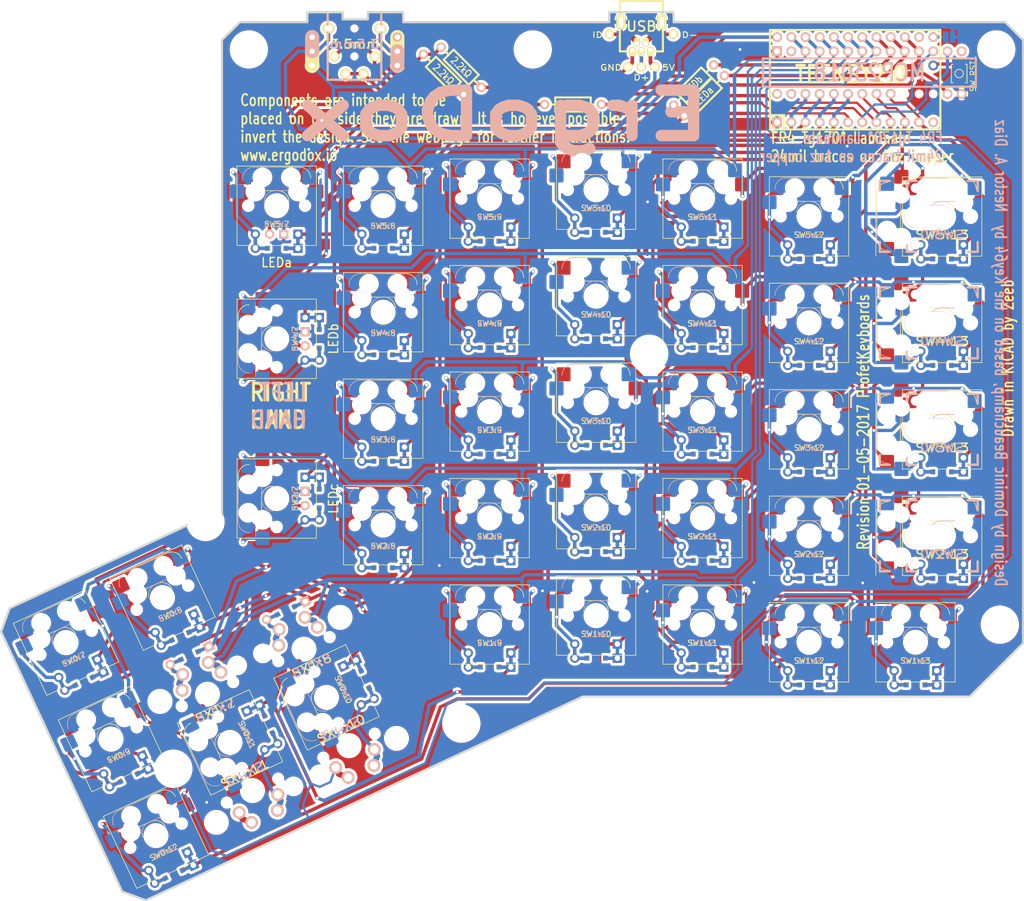
<source format=kicad_pcb>
(kicad_pcb (version 20221018) (generator pcbnew)
  (layers (0 "F.Cu" signal "Front") (31 "B.Cu" signal "Back") (34 "B.Paste" user) (35 "F.Paste" user) (36 "B.SilkS" user "B.Silkscreen") (37 "F.SilkS" user "F.Silkscreen") (38 "B.Mask" user) (39 "F.Mask" user) (44 "Edge.Cuts" user))
  (net 0 "")
  (net 1 "/COL0")
  (net 2 "/COL1")
  (net 3 "/COL10")
  (net 4 "/COL11")
  (net 5 "/COL4")
  (net 6 "/COL5")
  (net 7 "/COL6")
  (net 8 "/LED_A")
  (net 9 "/LED_B")
  (net 10 "/LED_C")
  (net 11 "/ROW0")
  (net 12 "/ROW1")
  (net 13 "/ROW2")
  (net 14 "/ROW3")
  (net 15 "/ROW4")
  (net 16 "/ROW5")
  (net 17 "/SCLM")
  (net 18 "/SDAM")
  (net 19 "GND")
  (net 20 "VCC")
  (net 21 "Net-(D1:7-Pad1)")
  (net 22 "Net-(D1:8-Pad1)")
  (net 23 "Net-(J1-Pad1)")
  (net 24 "Net-(J1-Pad2)")
  (net 25 "Net-(J1-Pad3)")
  (net 26 "Net-(J1-Pad4)")
  (net 27 "Net-(J1-Pad5)")
  (net 28 "Net-(LED_A1-Pad1)")
  (net 29 "Net-(LED_B1-Pad1)")
  (net 30 "Net-(LED_C1-Pad1)")
  (net 31 "Net-(SW0:7-Pad2)")
  (net 32 "Net-(SW0:8-Pad2)")
  (net 33 "Net-(SW0:9-Pad2)")
  (net 34 "Net-(SW0:10-Pad2)")
  (net 35 "Net-(SW0:11-Pad2)")
  (net 36 "Net-(SW0:12-Pad2)")
  (net 37 "Net-(SW1:9-Pad2)")
  (net 38 "Net-(SW1:10-Pad2)")
  (net 39 "Net-(SW1:11-Pad2)")
  (net 40 "Net-(SW1:12-Pad2)")
  (net 41 "Net-(SW1:13-Pad2)")
  (net 42 "Net-(SW2:7-Pad2)")
  (net 43 "Net-(SW2:8-Pad2)")
  (net 44 "Net-(SW2:9-Pad2)")
  (net 45 "Net-(SW2:10-Pad2)")
  (net 46 "Net-(SW2:11-Pad2)")
  (net 47 "Net-(SW2:12-Pad2)")
  (net 48 "Net-(SW2:13-Pad2)")
  (net 49 "Net-(SW3:8-Pad2)")
  (net 50 "Net-(SW3:9-Pad2)")
  (net 51 "Net-(SW3:10-Pad2)")
  (net 52 "Net-(SW3:11-Pad2)")
  (net 53 "Net-(SW3:12-Pad2)")
  (net 54 "Net-(SW3:13-Pad2)")
  (net 55 "Net-(SW4:7-Pad2)")
  (net 56 "Net-(SW4:8-Pad2)")
  (net 57 "Net-(SW4:9-Pad2)")
  (net 58 "Net-(SW4:10-Pad2)")
  (net 59 "Net-(SW4:11-Pad2)")
  (net 60 "Net-(SW4:12-Pad2)")
  (net 61 "Net-(SW4:13-Pad2)")
  (net 62 "Net-(SW5:7-Pad2)")
  (net 63 "Net-(SW5:8-Pad2)")
  (net 64 "Net-(SW5:9-Pad2)")
  (net 65 "Net-(SW5:10-Pad2)")
  (net 66 "Net-(SW5:11-Pad2)")
  (net 67 "Net-(SW5:12-Pad2)")
  (net 68 "Net-(SW5:13-Pad2)")
  (net 69 "Net-(U1-Pad12)")
  (net 70 "Net-(U1-Pad19)")
  (net 71 "Net-(U2-Pad14)")
  (net 72 "Net-(U2-Pad27)")
  (net 73 "Net-(U2-Pad28)")
  (net 74 "/RST")
  (footprint "ErgoDOX pcb:SW_Hotswap_Kailh_MX" (layer "F.Cu") (at 188.718035 143.643287)
    (fp_text reference "SW1:13")
    (fp_text value "SW1:0")
  )
  (footprint "ErgoDOX pcb:SW_Hotswap_Kailh_MX" (layer "F.Cu") (at 131.568033 138.870626)
    (fp_text reference "SW1:10")
    (fp_text value "SW1:3")
  )
  (footprint "ErgoDOX pcb:SW_Hotswap_Kailh_MX" (layer "F.Cu") (at 112.518034 140.468289)
    (fp_text reference "SW1:9")
    (fp_text value "SW1:4")
  )
  (footprint "ErgoDOX pcb:MX_FLIP_HOTSWAP" (layer "F.Cu") (at 193.480533 124.593287)
    (fp_text reference "SW2:13")
    (fp_text value "SW2:0")
  )
  (footprint "ErgoDOX pcb:SW_Hotswap_Kailh_MX" (layer "F.Cu") (at 131.568033 119.820627)
    (fp_text reference "SW2:10")
    (fp_text value "SW2:3")
  )
  (footprint "ErgoDOX pcb:SW_Hotswap_Kailh_MX" (layer "F.Cu") (at 112.518034 121.418288)
    (fp_text reference "SW2:9")
    (fp_text value "SW2:4")
  )
  (footprint "ErgoDOX pcb:SW_Hotswap_Kailh_MX" (layer "F.Cu") (at 74.418035 117.925788 90)
    (fp_text reference "SW2:7")
    (fp_text value "SW2:6")
  )
  (footprint "ErgoDOX pcb:MX_FLIP_HOTSWAP" (layer "F.Cu") (at 193.480534 105.543291)
    (fp_text reference "SW3:13")
    (fp_text value "SW3:0")
  )
  (footprint "ErgoDOX pcb:SW_Hotswap_Kailh_MX" (layer "F.Cu") (at 150.618035 102.368285)
    (fp_text reference "SW3:11")
    (fp_text value "SW3:2")
  )
  (footprint "ErgoDOX pcb:SW_Hotswap_Kailh_MX" (layer "F.Cu") (at 131.568032 100.770627)
    (fp_text reference "SW3:10")
    (fp_text value "SW3:3")
  )
  (footprint "ErgoDOX pcb:SW_Hotswap_Kailh_MX" (layer "F.Cu") (at 112.518032 102.368288)
    (fp_text reference "SW3:9")
    (fp_text value "SW3:4")
  )
  (footprint "ErgoDOX pcb:SW_Hotswap_Kailh_MX" (layer "F.Cu") (at 93.468034 103.638286)
    (fp_text reference "SW3:8")
    (fp_text value "SW3:5")
  )
  (footprint "ErgoDOX pcb:MX_FLIP_HOTSWAP" (layer "F.Cu") (at 193.480534 86.493291)
    (fp_text reference "SW4:13")
    (fp_text value "SW4:0")
  )
  (footprint "ErgoDOX pcb:SW_Hotswap_Kailh_MX" (layer "F.Cu") (at 169.668031 86.493285)
    (fp_text reference "SW4:12")
    (fp_text value "SW4:1")
  )
  (footprint "ErgoDOX pcb:SW_Hotswap_Kailh_MX" (layer "F.Cu") (at 150.618036 83.318287)
    (fp_text reference "SW4:11")
    (fp_text value "SW4:2")
  )
  (footprint "ErgoDOX pcb:SW_Hotswap_Kailh_MX" (layer "F.Cu") (at 131.568032 81.720628)
    (fp_text reference "SW4:10")
    (fp_text value "SW4:3")
  )
  (footprint "ErgoDOX pcb:SW_Hotswap_Kailh_MX" (layer "F.Cu") (at 112.518036 83.318288)
    (fp_text reference "SW4:9")
    (fp_text value "SW4:4")
  )
  (footprint "ErgoDOX pcb:SW_Hotswap_Kailh_MX" (layer "F.Cu") (at 93.468034 84.588286)
    (fp_text reference "SW4:8")
    (fp_text value "SW4:5")
  )
  (footprint "ErgoDOX pcb:SW_Hotswap_Kailh_MX" (layer "F.Cu") (at 74.418034 89.350787 90)
    (fp_text reference "SW4:7")
    (fp_text value "SW4:6")
  )
  (footprint "ErgoDOX pcb:SW_Hotswap_Kailh_MX" (layer "F.Cu") (at 83.330893 153.506107 115)
    (fp_text reference "SW0:10")
    (fp_text value "SW0:3")
  )
  (footprint "ErgoDOX pcb:SW_Hotswap_Kailh_MX" (layer "F.Cu") (at 52.828033 178.240626 25)
    (fp_text reference "SW0:12")
    (fp_text value "SW0:1")
  )
  (footprint "ErgoDOX pcb:SW_Hotswap_Kailh_MX" (layer "F.Cu") (at 66.066516 161.557908 115)
    (fp_text reference "SW0:11")
    (fp_text value "SW0:2")
  )
  (footprint "ErgoDOX pcb:SW_Hotswap_Kailh_MX" (layer "F.Cu") (at 44.776232 160.973705 25)
    (fp_text reference "SW0:9")
    (fp_text value "SW0:4")
  )
  (footprint "ErgoDOX pcb:SW_Hotswap_Kailh_MX" (layer "F.Cu") (at 36.726975 143.709327 25)
    (fp_text reference "SW0:7")
    (fp_text value "SW0:6")
  )
  (footprint "ErgoDOX pcb:SW_Hotswap_Kailh_MX" (layer "F.Cu") (at 150.618034 140.468285)
    (fp_text reference "SW1:11")
    (fp_text value "SW1:2")
  )
  (footprint "ErgoDOX pcb:SW_Hotswap_Kailh_MX" (layer "F.Cu") (at 53.991354 135.660065 25)
    (fp_text reference "SW0:8")
    (fp_text value "SW0:5")
  )
  (footprint "MX_LED" (layer "F.Cu") (at 74.418035 117.925788 90)
    (fp_text reference "LED_C1" hide)
    (fp_text value "LEDc")
  )
  (footprint "MX_LED" (layer "F.Cu") (at 74.418034 89.350787 90)
    (fp_text reference "LED_B1" hide)
    (fp_text value "LEDb")
  )
  (footprint "MX_LED" (layer "F.Cu") (at 74.418032 65.540828)
    (fp_text reference "LED_A1" hide)
    (fp_text value "LEDa")
  )
  (footprint "RESISTOR" (layer "F.Cu") (at 127.440533 47.43063 180)
    (fp_text reference "RC1" hide)
    (fp_text value "LEDc")
  )
  (footprint "RESISTOR" (layer "F.Cu") (at 150.935532 45.843128 -135)
    (fp_text reference "RA1" hide)
    (fp_text value "LEDa")
  )
  (footprint "RESISTOR" (layer "F.Cu") (at 149.030533 43.938126 -135)
    (fp_text reference "RB1" hide)
    (fp_text value "LEDb")
  )
  (footprint "RESISTOR" (layer "F.Cu") (at 107.438032 40.763128 -45)
    (fp_text reference "R1" hide)
    (fp_text value "2.2kΩ")
  )
  (footprint "4pin35mmAudio" (layer "F.Cu") (at 88.337233 30.920627 -90)
    (fp_text reference "J2" hide)
    (fp_text value "3.5mm")
  )
  (footprint "100PITCH1X3" (layer "F.Cu") (at 80.768035 37.905628 90)
    (fp_text reference "J4" hide)
    (fp_text value "JMP" hide)
  )
  (footprint "RESISTOR" (layer "F.Cu") (at 104.263033 42.033128 -45)
    (fp_text reference "R2" hide)
    (fp_text value "2.2kΩ")
  )
  (footprint "USBMINImod" (layer "F.Cu") (at 139.670634 30.920628 -90)
    (fp_text reference "J1" hide)
    (fp_text value "USB")
  )
  (footprint "ErgoDOX pcb:MX_FLIP_HOTSWAP" (layer "F.Cu") (at 193.480532 67.445828)
    (fp_text reference "SW5:13")
    (fp_text value "SW5:0")
  )
  (footprint "ErgoDOX pcb:SW_Hotswap_Kailh_MX" (layer "F.Cu") (at 112.518035 64.268289)
    (fp_text reference "SW5:9")
    (fp_text value "SW5:4")
  )
  (footprint "ErgoDOX pcb:SW_Hotswap_Kailh_MX" (layer "F.Cu") (at 131.568032 62.670626)
    (fp_text reference "SW5:10")
    (fp_text value "SW5:3")
  )
  (footprint "ErgoDOX pcb:SW_Hotswap_Kailh_MX" (layer "F.Cu") (at 150.618034 64.268289)
    (fp_text reference "SW5:11")
    (fp_text value "SW5:2")
  )
  (footprint "ErgoDOX pcb:SW_Hotswap_Kailh_MX" (layer "F.Cu") (at 169.668032 67.445826)
    (fp_text reference "SW5:12")
    (fp_text value "SW5:1")
  )
  (footprint "ErgoDOX pcb:SW_Hotswap_Kailh_MX" (layer "F.Cu") (at 93.468031 65.540826)
    (fp_text reference "SW5:8")
    (fp_text value "SW5:5")
  )
  (footprint "ErgoDOX pcb:SW_Hotswap_Kailh_MX" (layer "F.Cu") (at 74.418032 65.540828)
    (fp_text reference "SW5:7")
    (fp_text value "SW5:6")
  )
  (footprint "ErgoDOX pcb:SW_Hotswap_Kailh_MX" (layer "F.Cu") (at 150.618034 121.418288)
    (fp_text reference "SW2:11")
    (fp_text value "SW2:2")
  )
  (footprint "ErgoDOX pcb:SW_Hotswap_Kailh_MX" (layer "F.Cu") (at 93.468036 122.688285)
    (fp_text reference "SW2:8")
    (fp_text value "SW2:5")
  )
  (footprint "ErgoDOX pcb:SW_Hotswap_Kailh_MX" (layer "F.Cu") (at 169.668031 105.543286)
    (fp_text reference "SW3:12")
    (fp_text value "SW3:1")
  )
  (footprint "ErgoDOX pcb:SW_Hotswap_Kailh_MX" (layer "F.Cu") (at 169.66803 124.593286)
    (fp_text reference "SW2:12")
    (fp_text value "SW2:1")
  )
  (footprint "ErgoDOX pcb:SW_Hotswap_Kailh_MX" (layer "F.Cu") (at 169.668033 143.643289)
    (fp_text reference "SW1:12")
    (fp_text value "SW1:1")
  )
  (footprint "MX_FLIP" (layer "F.Cu") (at 79.307535 144.872646 25)
    (fp_text reference "SX1:8")
    (fp_text value "SX1:5")
  )
  (footprint "MX_FLIP" (layer "F.Cu") (at 62.043152 152.924448 25)
    (fp_text reference "SX1:7")
    (fp_text value "SX1:6")
  )
  (footprint "MX_FLIP" (layer "F.Cu") (at 87.359334 162.13957 -155)
    (fp_text reference "SX0:10")
    (fp_text value "SX0:3")
  )
  (footprint "MX_FLIP" (layer "F.Cu") (at 70.092414 170.188828 -155)
    (fp_text reference "SX0:11")
    (fp_text value "SX0:2")
  )
  (footprint "DIODE" (layer "F.Cu") (at 76.086813 137.966388 25)
    (fp_text reference "D1:8" hide)
    (fp_text value "D" hide)
  )
  (footprint "ErgoDOXmech" (layer "F.Cu") (at 52.828033 178.240626)
    (fp_text reference "H99" hide)
    (fp_text value "MECHANICAL" hide)
  )
  (footprint "DIODE" (layer "F.Cu") (at 58.822433 146.018188 25)
    (fp_text reference "D1:7" hide)
    (fp_text value "D" hide)
  )
  (footprint "ErgoDOX pcb:TEENSY_2.0_WITH_RESET" (layer "F.Cu") (at 177.923033 42.985628)
    (fp_text reference "U1" hide)
    (fp_text value "TEENSY2.0")
  )
  (footprint "GAP" (layer "F.Cu") (at 188.158032 41.330628)
    (fp_text reference "JP1" hide)
    (fp_text value "JUMPER" hide)
  )
  (footprint "STAB_PCB940" (layer "F.Cu") (at 66.066516 161.557908 115)
    (fp_text reference "S1" hide)
    (fp_text value "STAB200" hide)
  )
  (footprint "STAB_PCB940" (layer "F.Cu") (at 83.330893 153.506107 -65)
    (fp_text reference "S2" hide)
    (fp_text value "STAB200" hide)
  )
  (footprint "lib_footprints:STITCHING_VIA" (layer "F.Cu") (at 140.778034 64.840627)
    (fp_text reference "STITCHING_VIA")
    (fp_text value "~" hide)
  )
  (footprint "lib_footprints:STITCHING_VIA" (layer "F.Cu") (at 80.158034 55.460628)
    (fp_text reference "STITCHING_VIA")
    (fp_text value "~" hide)
  )
  (footprint "lib_footprints:STITCHING_VIA" (layer "F.Cu") (at 176.488033 54.870626)
    (fp_text reference "STITCHING_VIA")
    (fp_text value "~" hide)
  )
  (footprint "lib_footprints:STITCHING_VIA" (layer "F.Cu") (at 157.328033 37.580628)
    (fp_text reference "STITCHING_VIA")
    (fp_text value "~" hide)
  )
  (footprint "lib_footprints:STITCHING_VIA" (layer "F.Cu") (at 103.518033 129.900626)
    (fp_text reference "STITCHING_VIA")
    (fp_text value "~" hide)
  )
  (footprint "lib_footprints:STITCHING_VIA" (layer "F.Cu") (at 61.898034 172.280626)
    (fp_text reference "STITCHING_VIA")
    (fp_text value "~" hide)
  )
  (footprint "lib_footprints:STITCHING_VIA" (layer "F.Cu") (at 121.968036 134.440628)
    (fp_text reference "STITCHING_VIA")
    (fp_text value "~" hide)
  )
  (footprint "lib_footprints:STITCHING_VIA" (layer "F.Cu") (at 140.698034 134.520626)
    (fp_text reference "STITCHING_VIA")
    (fp_text value "~" hide)
  )
  (footprint "lib_footprints:STITCHING_VIA" (layer "F.Cu") (at 159.818032 132.950627)
    (fp_text reference "STITCHING_VIA")
    (fp_text value "~" hide)
  )
  (footprint "lib_footprints:STITCHING_VIA" (layer "F.Cu") (at 179.268033 133.030624)
    (fp_text reference "STITCHING_VIA")
    (fp_text value "~" hide)
  )
  (footprint "lib_footprints:STITCHING_VIA" (layer "F.Cu") (at 102.218033 58.970628)
    (fp_text reference "STITCHING_VIA")
    (fp_text value "~" hide)
  )
  (footprint "Buttons_Switches_SMD:SW_SPST_B3U-1000P" (layer "F.Cu") (at 196.528033 41.890626 -90)
    (fp_text reference "SW_RST1")
    (fp_text value "SWITCH_PUSH")
  )
  (footprint "DIP28_300" (layer "B.Cu") (at 180.463033 41.715626)
    (fp_text reference "U2" hide)
    (fp_text value "MCP23018")
  )
  (footprint "100PITCH1X3" (layer "B.Cu") (at 96.008033 37.905626 90)
    (fp_text reference "J3" hide)
    (fp_text value "JMP" hide)
  )
  (footprint "GAP" (layer "B.Cu") (at 194.750532 35.365628 -90)
    (fp_text reference "JP2" hide)
    (fp_text value "JUMPER" hide)
  )
  (gr_line (start 67.839432 32.698628) (end 64.639033 35.873624) (stroke (width 0.381)) (layer "Edge.Cuts"))
  (gr_line (start 145.436433 32.698626) (end 145.436431 30.920625) (stroke (width 0.381)) (layer "Edge.Cuts"))
  (gr_line (start 26.645711 137.537128) (end 25.109013 141.756068) (stroke (width 0.381)) (layer "Edge.Cuts"))
  (gr_line (start 25.109013 141.756068) (end 46.792994 188.258387) (stroke (width 0.381)) (layer "Edge.Cuts"))
  (gr_line (start 207.945834 143.823626) (end 207.945833 35.873628) (stroke (width 0.381)) (layer "Edge.Cuts"))
  (gr_line (start 51.011934 189.792548) (end 129.180433 153.348628) (stroke (width 0.381)) (layer "Edge.Cuts"))
  (gr_line (start 86.241733 30.920627) (end 79.904435 30.920626) (stroke (width 0.381)) (layer "Edge.Cuts"))
  (gr_line (start 64.639033 35.873624) (end 64.639033 122.106626) (stroke (width 0.381)) (layer "Edge.Cuts"))
  (gr_line (start 145.436431 30.920625) (end 133.930233 30.920628) (stroke (width 0.381)) (layer "Edge.Cuts"))
  (gr_line (start 79.904431 32.698626) (end 67.839432 32.698628) (stroke (width 0.381)) (layer "Edge.Cuts"))
  (gr_line (start 64.639033 122.106626) (end 59.736833 122.106628) (stroke (width 0.381)) (layer "Edge.Cuts"))
  (gr_line (start 198.420832 153.348626) (end 207.945834 143.823626) (stroke (width 0.381)) (layer "Edge.Cuts"))
  (gr_line (start 204.770834 32.698625) (end 145.436433 32.698626) (stroke (width 0.381)) (layer "Edge.Cuts"))
  (gr_line (start 97.074835 30.920626) (end 90.737534 30.920627) (stroke (width 0.381)) (layer "Edge.Cuts"))
  (gr_line (start 59.736833 122.106628) (end 26.645711 137.537128) (stroke (width 0.381)) (layer "Edge.Cuts"))
  (gr_line (start 129.180433 153.348628) (end 198.420832 153.348626) (stroke (width 0.381)) (layer "Edge.Cuts"))
  (gr_line (start 97.074836 32.698626) (end 97.074835 30.920626) (stroke (width 0.381)) (layer "Edge.Cuts"))
  (gr_line (start 90.737533 32.190626) (end 86.241734 32.190627) (stroke (width 0.381)) (layer "Edge.Cuts"))
  (gr_line (start 133.930235 32.698626) (end 97.074836 32.698626) (stroke (width 0.381)) (layer "Edge.Cuts"))
  (gr_line (start 79.904435 30.920626) (end 79.904431 32.698626) (stroke (width 0.381)) (layer "Edge.Cuts"))
  (gr_line (start 90.737534 30.920627) (end 90.737533 32.190626) (stroke (width 0.381)) (layer "Edge.Cuts"))
  (gr_line (start 207.945833 35.873628) (end 204.770834 32.698625) (stroke (width 0.381)) (layer "Edge.Cuts"))
  (gr_line (start 86.241734 32.190627) (end 86.241733 30.920627) (stroke (width 0.381)) (layer "Edge.Cuts"))
  (gr_line (start 46.792994 188.258387) (end 51.011934 189.792548) (stroke (width 0.381)) (layer "Edge.Cuts"))
  (gr_line (start 133.930233 30.920628) (end 133.930235 32.698626) (stroke (width 0.381)) (layer "Edge.Cuts"))
  (gr_text "FR4 Tg170° Laminate\n24mil traces on 1oz copper " (at 193.798033 55.050626) (layer "B.SilkS") (effects (font (size 2.032 1.524) (thickness 0.3048)) (justify left mirror)))
  (gr_text "ErgoDox" (at 115.058033 49.335626) (layer "B.SilkS") (effects (font (size 8.128 12.192) (thickness 2.032)) (justify mirror)))
  (gr_text "LEFT\nHAND" (at 80.133033 101.405625) (layer "B.SilkS") (effects (font (size 3.048 2.54) (thickness 0.508)) (justify left mirror)))
  (gr_text "Design by Dominic Beauchamp, based on the Key64 by  Nestor A. Diaz" (at 203.958034 91.880627 -90) (layer "B.SilkS") (effects (font (size 2.032 1.524) (thickness 0.3048)) (justify mirror)))
  (gr_text "GND" (at 134.235036 40.826628) (layer "F.SilkS") (effects (font (size 1.016 1.27) (thickness 0.2032))))
  (gr_text "RIGHT\nHAND" (at 69.338032 101.405629) (layer "F.SilkS") (effects (font (size 3.048 2.54) (thickness 0.508)) (justify left)))
  (gr_text "D-" (at 148.32949 34.984627) (layer "F.SilkS") (effects (font (size 1.016 1.27) (thickness 0.2032))))
  (gr_text "Drawn in KiCAD by Zeeb" (at 205.228035 107.120627 90) (layer "F.SilkS") (effects (font (size 2.032 1.524) (thickness 0.3048)) (justify left)))
  (gr_text "ID" (at 131.822033 34.984626) (layer "F.SilkS") (effects (font (size 1.016 1.27) (thickness 0.2032))))
  (gr_text "FR4 Tg170° Laminate\n24mil traces on 1oz copper " (at 162.683034 55.050628) (layer "F.SilkS") (effects (font (size 2.032 1.524) (thickness 0.3048)) (justify left)))
  (gr_text "Revision 01-05-2017 ProfetKeyboards" (at 179.388035 127.300626 90) (layer "F.SilkS") (effects (font (size 2.032 1.524) (thickness 0.3048)) (justify left)))
  (gr_text "5V" (at 144.522032 40.826626) (layer "F.SilkS") (effects (font (size 1.016 1.27) (thickness 0.2032))))
  (gr_text "D+" (at 139.696034 42.604626) (layer "F.SilkS") (effects (font (size 1.016 1.27) (thickness 0.2032))))
  (gr_text "Components are intended to be\nplaced on the side they are drawn. It is however possible to\ninvert the design. See the webpage for further instructions.\nwww.ergodox.io" (at 67.728035 51.560626) (layer "F.SilkS") (effects (font (size 2.032 1.524) (thickness 0.3048)) (justify left)))
  (segment (start 184.273034 46.478126) (end 184.908034 47.113126) (width 0.4064) (layer "F.Cu") (net 1))
  (segment (start 184.908034 47.113126) (end 186.813031 47.113127) (width 0.4064) (layer "F.Cu") (net 1))
  (segment (start 186.813031 47.113127) (end 189.353031 49.653125) (width 0.4064) (layer "F.Cu") (net 1))
  (segment (start 189.353031 49.653125) (end 189.353033 50.605627) (width 0.4064) (layer "F.Cu") (net 1))
  (segment (start 192.528031 148.723288) (end 192.528034 151.263286) (width 0.6096) (layer "F.Cu") (net 1))
  (segment (start 197.290532 91.573287) (end 200.783033 88.080786) (width 0.6096) (layer "F.Cu") (net 1))
  (segment (start 200.783034 126.180787) (end 200.783032 134.105588) (width 0.6096) (layer "F.Cu") (net 1))
  (segment (start 197.290532 110.623287) (end 197.290533 113.163288) (width 0.6096) (layer "F.Cu") (net 1))
  (segment (start 202.688033 105.225786) (end 202.688034 89.985785) (width 0.6096) (layer "F.Cu") (net 1))
  (segment (start 197.290532 91.573287) (end 197.290531 94.113288) (width 0.6096) (layer "F.Cu") (net 1))
  (segment (start 202.688033 124.275786) (end 202.688035 109.035787) (width 0.6096) (layer "F.Cu") (net 1))
  (segment (start 197.290532 110.623287) (end 200.783033 107.130789) (width 0.6096) (layer "F.Cu") (net 1))
  (segment (start 200.783034 126.180787) (end 202.688033 124.275786) (width 0.6096) (layer "F.Cu") (net 1))
  (segment (start 197.290533 72.525828) (end 202.450134 67.366226) (width 0.6096) (layer "F.Cu") (net 1))
  (segment (start 195.068034 53.780628) (end 202.450134 61.162726) (width 0.6096) (layer "F.Cu") (net 1))
  (segment (start 200.783033 88.080786) (end 202.688032 86.175786) (width 0.6096) (layer "F.Cu") (net 1))
  (segment (start 197.290532 129.673287) (end 197.290534 132.213289) (width 0.6096) (layer "F.Cu") (net 1))
  (segment (start 189.353033 50.605627) (end 192.528035 53.780626) (width 0.6096) (layer "F.Cu") (net 1))
  (segment (start 192.528035 53.780626) (end 195.068034 53.780628) (width 0.6096) (layer "F.Cu") (net 1))
  (segment (start 202.688032 86.175786) (end 202.688032 67.604128) (width 0.6096) (layer "F.Cu") (net 1))
  (segment (start 184.273033 45.525627) (end 184.273034 46.478126) (width 0.4064) (layer "F.Cu") (net 1))
  (segment (start 198.430884 136.457733) (end 198.430885 142.824003) (width 0.6096) (layer "F.Cu") (net 1))
  (segment (start 202.688032 67.604128) (end 202.450134 67.366226) (width 0.6096) (layer "F.Cu") (net 1))
  (segment (start 200.783032 134.105588) (end 198.430884 136.457733) (width 0.6096) (layer "F.Cu") (net 1))
  (segment (start 200.783033 107.130789) (end 202.688033 105.225786) (width 0.6096) (layer "F.Cu") (net 1))
  (segment (start 202.688035 109.035787) (end 200.783033 107.130789) (width 0.6096) (layer "F.Cu") (net 1))
  (segment (start 202.688034 89.985785) (end 200.783033 88.080786) (width 0.6096) (layer "F.Cu") (net 1))
  (segment (start 198.430885 142.824003) (end 192.527878 148.727008) (width 0.6096) (layer "F.Cu") (net 1))
  (segment (start 197.290533 72.525828) (end 197.290533 75.06583) (width 0.6096) (layer "F.Cu") (net 1))
  (segment (start 197.290532 129.673287) (end 200.783034 126.180787) (width 0.6096) (layer "F.Cu") (net 1))
  (segment (start 202.450134 61.162726) (end 202.450134 67.366226) (width 0.6096) (layer "F.Cu") (net 1))
  (segment (start 197.290532 129.673287) (end 197.290534 132.213289) (width 0.6096) (layer "B.Cu") (net 1))
  (segment (start 197.290533 72.525828) (end 197.290533 75.06583) (width 0.6096) (layer "B.Cu") (net 1))
  (segment (start 192.528031 148.723288) (end 192.528034 151.263286) (width 0.6096) (layer "B.Cu") (net 1))
  (segment (start 197.290532 110.623287) (end 197.290533 113.163288) (width 0.6096) (layer "B.Cu") (net 1))
  (segment (start 197.290532 91.573287) (end 197.290531 94.113288) (width 0.6096) (layer "B.Cu") (net 1))
  (segment (start 181.733033 46.160629) (end 183.63803 48.065626) (width 0.4064) (layer "F.Cu") (net 2))
  (segment (start 183.63803 48.065626) (end 185.225531 48.065628) (width 0.4064) (layer "F.Cu") (net 2))
  (segment (start 185.225531 48.065628) (end 186.813034 49.653128) (width 0.4064) (layer "F.Cu") (net 2))
  (segment (start 186.813034 49.653128) (end 186.813034 50.605626) (width 0.4064) (layer "F.Cu") (net 2))
  (segment (start 163.947954 146.813205) (end 159.825535 150.935627) (width 0.6096) (layer "F.Cu") (net 2))
  (segment (start 159.825535 150.935627) (end 122.360533 150.935626) (width 0.6096) (layer "F.Cu") (net 2))
  (segment (start 122.360533 150.935626) (end 119.503035 153.793127) (width 0.6096) (layer "F.Cu") (net 2))
  (segment (start 100.361592 164.483986) (end 103.739794 155.200286) (width 0.6096) (layer "F.Cu") (net 2))
  (segment (start 103.739794 155.200286) (end 106.757312 153.79313) (width 0.6096) (layer "F.Cu") (net 2))
  (segment (start 173.478033 72.513128) (end 173.478035 75.065829) (width 0.6096) (layer "F.Cu") (net 2))
  (segment (start 179.828033 66.163127) (end 179.828033 85.223288) (width 0.6096) (layer "F.Cu") (net 2))
  (segment (start 179.828034 104.273289) (end 179.828031 123.323287) (width 0.6096) (layer "F.Cu") (net 2))
  (segment (start 179.828034 104.273289) (end 173.478032 110.62329) (width 0.6096) (layer "F.Cu") (net 2))
  (segment (start 59.500614 183.536525) (end 100.361592 164.483986) (width 0.6096) (layer "F.Cu") (net 2))
  (segment (start 173.478032 148.723288) (end 173.478033 151.263287) (width 0.6096) (layer "F.Cu") (net 2))
  (segment (start 173.478032 110.62329) (end 173.478031 113.163286) (width 0.6096) (layer "F.Cu") (net 2))
  (segment (start 58.428733 181.23529) (end 59.500614 183.536525) (width 0.6096) (layer "F.Cu") (net 2))
  (segment (start 173.478033 91.573288) (end 173.478033 94.113288) (width 0.6096) (layer "F.Cu") (net 2))
  (segment (start 179.828033 85.223288) (end 179.828034 104.273289) (width 0.6096) (layer "F.Cu") (net 2))
  (segment (start 186.813034 50.605626) (end 186.813034 51.558128) (width 0.6096) (layer "F.Cu") (net 2))
  (segment (start 179.828033 66.163127) (end 173.478033 72.513128) (width 0.6096) (layer "F.Cu") (net 2))
  (segment (start 179.828036 132.162837) (end 180.277634 132.612437) (width 0.6096) (layer "F.Cu") (net 2))
  (segment (start 180.277633 141.923689) (end 175.388113 146.813208) (width 0.6096) (layer "F.Cu") (net 2))
  (segment (start 173.478032 129.673288) (end 173.478032 132.213287) (width 0.6096) (layer "F.Cu") (net 2))
  (segment (start 179.828031 123.323287) (end 173.478032 129.673288) (width 0.6096) (layer "F.Cu") (net 2))
  (segment (start 179.828033 85.223288) (end 173.478033 91.573288) (width 0.6096) (layer "F.Cu") (net 2))
  (segment (start 173.478032 148.723288) (end 175.388113 146.813208) (width 0.6096) (layer "F.Cu") (net 2))
  (segment (start 186.813034 51.558128) (end 179.828033 58.54313) (width 0.6096) (layer "F.Cu") (net 2))
  (segment (start 179.828033 58.54313) (end 179.828033 66.163127) (width 0.6096) (layer "F.Cu") (net 2))
  (segment (start 179.828031 123.323287) (end 179.828036 132.162837) (width 0.6096) (layer "F.Cu") (net 2))
  (segment (start 180.277634 132.612437) (end 180.277633 141.923689) (width 0.6096) (layer "F.Cu") (net 2))
  (segment (start 106.757312 153.79313) (end 119.503035 153.793127) (width 0.6096) (layer "F.Cu") (net 2))
  (segment (start 181.733033 45.525628) (end 181.733033 46.160629) (width 0.4064) (layer "F.Cu") (net 2))
  (segment (start 163.947954 146.813205) (end 175.388113 146.813208) (width 0.6096) (layer "F.Cu") (net 2))
  (segment (start 59.500614 183.536525) (end 58.428733 181.23529) (width 0.6096) (layer "B.Cu") (net 2))
  (segment (start 173.478032 110.62329) (end 173.478031 113.163286) (width 0.6096) (layer "B.Cu") (net 2))
  (segment (start 173.478033 72.525825) (end 173.478035 75.065829) (width 0.6096) (layer "B.Cu") (net 2))
  (segment (start 173.478032 148.723288) (end 173.478033 151.263287) (width 0.6096) (layer "B.Cu") (net 2))
  (segment (start 173.478033 91.573288) (end 173.478033 94.113288) (width 0.6096) (layer "B.Cu") (net 2))
  (segment (start 173.478032 129.673288) (end 173.478032 132.213287) (width 0.6096) (layer "B.Cu") (net 2))
  (segment (start 141.728035 56.003126) (end 169.668036 56.003127) (width 0.6096) (layer "F.Cu") (net 3))
  (segment (start 101.405534 151.253127) (end 118.233034 151.253126) (width 0.6096) (layer "F.Cu") (net 3))
  (segment (start 133.717903 143.950628) (end 135.378033 143.950628) (width 0.6096) (layer "F.Cu") (net 3))
  (segment (start 138.870533 62.670627) (end 139.550931 61.990226) (width 0.6096) (layer "F.Cu") (net 3))
  (segment (start 138.870532 83.308127) (end 140.537635 81.641026) (width 0.6096) (layer "F.Cu") (net 3))
  (segment (start 139.188035 131.407057) (end 139.188033 121.725628) (width 0.6096) (layer "F.Cu") (net 3))
  (segment (start 140.537634 119.741025) (end 140.537635 104.025228) (width 0.6096) (layer "F.Cu") (net 3))
  (segment (start 140.034091 61.990229) (end 141.728034 60.296287) (width 0.6096) (layer "F.Cu") (net 3))
  (segment (start 140.537635 81.641026) (end 140.537636 75.538553) (width 0.6096) (layer "F.Cu") (net 3))
  (segment (start 140.537637 100.691027) (end 140.537635 96.874568) (width 0.6096) (layer "F.Cu") (net 3))
  (segment (start 135.378033 124.90063) (end 135.378033 127.440626) (width 0.6096) (layer "F.Cu") (net 3))
  (segment (start 139.188035 64.575627) (end 138.870533 64.258126) (width 0.6096) (layer "F.Cu") (net 3))
  (segment (start 135.378032 67.750629) (end 135.378033 70.290626) (width 0.6096) (layer "F.Cu") (net 3))
  (segment (start 136.965533 85.213126) (end 138.870532 83.308127) (width 0.6096) (layer "F.Cu") (net 3))
  (segment (start 86.325553 147.905406) (end 87.801863 147.218524) (width 0.6096) (layer "F.Cu") (net 3))
  (segment (start 121.090532 148.395626) (end 131.330301 148.395627) (width 0.6096) (layer "F.Cu") (net 3))
  (segment (start 132.202878 145.46565) (end 133.717903 143.950628) (width 0.6096) (layer "F.Cu") (net 3))
  (segment (start 135.378033 86.800628) (end 138.870532 83.308127) (width 0.6096) (layer "F.Cu") (net 3))
  (segment (start 141.707632 133.926657) (end 139.188035 131.407057) (width 0.6096) (layer "F.Cu") (net 3))
  (segment (start 139.550931 61.990226) (end 140.034091 61.990229) (width 0.6096) (layer "F.Cu") (net 3))
  (segment (start 87.900508 146.162631) (end 89.886455 144.176686) (width 0.6096) (layer "F.Cu") (net 3))
  (segment (start 89.886455 144.176686) (end 94.329094 144.176686) (width 0.6096) (layer "F.Cu") (net 3))
  (segment (start 118.233034 151.253126) (end 121.090532 148.395626) (width 0.6096) (layer "F.Cu") (net 3))
  (segment (start 174.113033 51.558127) (end 174.113032 50.605626) (width 0.6096) (layer "F.Cu") (net 3))
  (segment (start 169.668036 56.003127) (end 174.113033 51.558127) (width 0.6096) (layer "F.Cu") (net 3))
  (segment (start 139.188032 74.188953) (end 139.188035 64.575627) (width 0.6096) (layer "F.Cu") (net 3))
  (segment (start 140.537635 96.874568) (end 136.965534 93.30247) (width 0.6096) (layer "F.Cu") (net 3))
  (segment (start 138.870534 121.408125) (end 140.537634 119.741025) (width 0.6096) (layer "F.Cu") (net 3))
  (segment (start 131.330301 148.395627) (end 132.20288 147.523051) (width 0.6096) (layer "F.Cu") (net 3))
  (segment (start 135.378033 105.850628) (end 138.870532 102.358129) (width 0.6096) (layer "F.Cu") (net 3))
  (segment (start 135.378033 86.800628) (end 135.378033 89.340626) (width 0.6096) (layer "F.Cu") (net 3))
  (segment (start 87.641424 146.874463) (end 87.900508 146.162631) (width 0.6096) (layer "F.Cu") (net 3))
  (segment (start 135.378033 124.90063) (end 138.870534 121.408125) (width 0.6096) (layer "F.Cu") (net 3))
  (segment (start 141.728034 60.296287) (end 141.728035 56.003126) (width 0.6096) (layer "F.Cu") (net 3))
  (segment (start 138.870532 102.358129) (end 140.537637 100.691027) (width 0.6096) (layer "F.Cu") (net 3))
  (segment (start 139.188033 121.725628) (end 138.870534 121.408125) (width 0.6096) (layer "F.Cu") (net 3))
  (segment (start 141.707634 137.621029) (end 141.707632 133.926657) (width 0.6096) (layer "F.Cu") (net 3))
  (segment (start 140.537635 104.025228) (end 138.870532 102.358129) (width 0.6096) (layer "F.Cu") (net 3))
  (segment (start 94.329094 144.176686) (end 101.405534 151.253127) (width 0.6096) (layer "F.Cu") (net 3))
  (segment (start 132.20288 147.523051) (end 132.202878 145.46565) (width 0.6096) (layer "F.Cu") (net 3))
  (segment (start 136.965534 93.30247) (end 136.965533 85.213126) (width 0.6096) (layer "F.Cu") (net 3))
  (segment (start 135.378033 143.950628) (end 141.707634 137.621029) (width 0.6096) (layer "F.Cu") (net 3))
  (segment (start 135.378033 105.850628) (end 135.378032 108.390626) (width 0.6096) (layer "F.Cu") (net 3))
  (segment (start 135.378032 67.750629) (end 138.870533 64.258126) (width 0.6096) (layer "F.Cu") (net 3))
  (segment (start 87.801863 147.218524) (end 87.641424 146.874463) (width 0.6096) (layer "F.Cu") (net 3))
  (segment (start 138.870533 64.258126) (end 138.870533 62.670627) (width 0.6096) (layer "F.Cu") (net 3))
  (segment (start 140.537636 75.538553) (end 139.188032 74.188953) (width 0.6096) (layer "F.Cu") (net 3))
  (segment (start 176.653032 46.795626) (end 174.113032 49.33563) (width 0.6096) (layer "B.Cu") (net 3))
  (segment (start 174.113032 49.33563) (end 174.113032 50.605626) (width 0.6096) (layer "B.Cu") (net 3))
  (segment (start 135.378033 105.850628) (end 135.378032 108.390626) (width 0.6096) (layer "B.Cu") (net 3))
  (segment (start 135.378033 124.90063) (end 135.378033 127.440626) (width 0.6096) (layer "B.Cu") (net 3))
  (segment (start 135.378033 86.800628) (end 135.378033 89.340626) (width 0.6096) (layer "B.Cu") (net 3))
  (segment (start 135.378032 67.750629) (end 135.378033 70.290626) (width 0.6096) (layer "B.Cu") (net 3))
  (segment (start 176.653032 45.52563) (end 176.653032 46.795626) (width 0.6096) (layer "B.Cu") (net 3))
  (segment (start 86.325553 147.905406) (end 88.629331 146.833528) (width 0.6096) (layer "B.Cu") (net 3))
  (segment (start 135.378033 143.950628) (end 135.378033 146.490628) (width 0.6096) (layer "B.Cu") (net 3))
  (segment (start 152.512873 124.583126) (end 145.538035 124.583125) (width 0.6096) (layer "F.Cu") (net 4))
  (segment (start 145.538035 124.583125) (end 143.315535 122.360628) (width 0.6096) (layer "F.Cu") (net 4))
  (segment (start 152.512871 105.533126) (end 145.538036 105.533127) (width 0.6096) (layer "F.Cu") (net 4))
  (segment (start 152.512872 86.483128) (end 145.538036 86.483126) (width 0.6096) (layer "F.Cu") (net 4))
  (segment (start 145.538036 86.483126) (end 143.315535 84.260628) (width 0.6096) (layer "F.Cu") (net 4))
  (segment (start 179.193036 46.160626) (end 182.050534 49.01813) (width 0.4064) (layer "F.Cu") (net 4))
  (segment (start 182.050534 49.01813) (end 183.638037 49.018128) (width 0.4064) (layer "F.Cu") (net 4))
  (segment (start 183.638037 49.018128) (end 184.273032 49.653127) (width 0.4064) (layer "F.Cu") (net 4))
  (segment (start 184.273032 49.653127) (end 184.273031 50.605626) (width 0.4064) (layer "F.Cu") (net 4))
  (segment (start 154.019515 57.108486) (end 143.615175 57.108486) (width 0.6096) (layer "F.Cu") (net 4))
  (segment (start 154.428032 148.088286) (end 154.428033 145.548288) (width 0.6096) (layer "F.Cu") (net 4))
  (segment (start 81.6839 171.521552) (end 73.904802 154.839219) (width 0.6) (layer "F.Cu") (net 4))
  (segment (start 154.428032 107.448288) (end 154.428032 109.988287) (width 0.6096) (layer "F.Cu") (net 4))
  (segment (start 184.273035 51.558126) (end 178.558033 57.27313) (width 0.6096) (layer "F.Cu") (net 4))
  (segment (start 142.019386 122.27714) (end 142.019388 104.580625) (width 0.6096) (layer "F.Cu") (net 4))
  (segment (start 152.512873 143.633128) (end 145.166053 143.633128) (width 0.6096) (layer "F.Cu") (net 4))
  (segment (start 141.787633 64.952728) (end 143.315534 66.480627) (width 0.6096) (layer "F.Cu") (net 4))
  (segment (start 154.184154 57.273126) (end 154.019515 57.108486) (width 0.6096) (layer "F.Cu") (net 4))
  (segment (start 142.891435 98.644346) (end 142.891432 95.932229) (width 0.6096) (layer "F.Cu") (net 4))
  (segment (start 141.787634 64.422437) (end 141.787633 64.952728) (width 0.6096) (layer "F.Cu") (net 4))
  (segment (start 141.728034 123.948126) (end 143.315535 122.360628) (width 0.6096) (layer "F.Cu") (net 4))
  (segment (start 145.220533 86.165627) (end 143.315535 84.260628) (width 0.6096) (layer "F.Cu") (net 4))
  (segment (start 73.904802 154.839219) (end 72.531686 154.339447) (width 0.6) (layer "F.Cu") (net 4))
  (segment (start 141.728033 61.589443) (end 141.728032 64.362832) (width 0.6096) (layer "F.Cu") (net 4))
  (segment (start 72.531686 154.339447) (end 72.190218 154.498676) (width 0.6) (layer "F.Cu") (net 4))
  (segment (start 143.615175 57.108486) (end 142.642434 58.08123) (width 0.6096) (layer "F.Cu") (net 4))
  (segment (start 141.728034 82.673127) (end 141.728032 68.068126) (width 0.6096) (layer "F.Cu") (net 4))
  (segment (start 141.728036 132.6539) (end 141.728034 123.948126) (width 0.6096) (layer "F.Cu") (net 4))
  (segment (start 142.622034 133.547898) (end 141.728036 132.6539) (width 0.6096) (layer "F.Cu") (net 4))
  (segment (start 142.642433 60.675039) (end 141.728033 61.589443) (width 0.6096) (layer "F.Cu") (net 4))
  (segment (start 154.428034 88.398289) (end 152.512872 86.483128) (width 0.6096) (layer "F.Cu") (net 4))
  (segment (start 154.428033 145.548288) (end 152.512873 143.633128) (width 0.6096) (layer "F.Cu") (net 4))
  (segment (start 121.725534 149.665627) (end 118.868033 152.523126) (width 0.6096) (layer "F.Cu") (net 4))
  (segment (start 142.019385 99.51639) (end 142.019388 104.580625) (width 0.6096) (layer "F.Cu") (net 4))
  (segment (start 144.585535 104.580628) (end 142.019388 104.580625) (width 0.6096) (layer "F.Cu") (net 4))
  (segment (start 141.728032 68.068126) (end 143.315534 66.480627) (width 0.6096) (layer "F.Cu") (net 4))
  (segment (start 152.512872 67.433127) (end 144.268036 67.433127) (width 0.6096) (layer "F.Cu") (net 4))
  (segment (start 141.728033 140.195104) (end 141.728034 138.893782) (width 0.6096) (layer "F.Cu") (net 4))
  (segment (start 145.166053 143.633128) (end 145.166055 144.005106) (width 0.6096) (layer "F.Cu") (net 4))
  (segment (start 141.728034 138.893782) (end 142.622033 137.999782) (width 0.6096) (layer "F.Cu") (net 4))
  (segment (start 145.166055 144.005106) (end 139.505534 149.665628) (width 0.6096) (layer "F.Cu") (net 4))
  (segment (start 154.428035 71.888286) (end 154.428033 69.348288) (width 0.6096) (layer "F.Cu") (net 4))
  (segment (start 179.193034 45.525627) (end 179.193036 46.160626) (width 0.4064) (layer "F.Cu") (net 4))
  (segment (start 143.315535 122.360628) (end 142.102873 122.360628) (width 0.6096) (layer "F.Cu") (net 4))
  (segment (start 71.362415 154.882789) (end 69.061173 155.957208) (width 0.6096) (layer "F.Cu") (net 4))
  (segment (start 139.505534 149.665628) (end 121.725534 149.665627) (width 0.6096) (layer "F.Cu") (net 4))
  (segment (start 118.868033 152.523126) (end 106.746573 152.523127) (width 0.6096) (layer "F.Cu") (net 4))
  (segment (start 184.273031 50.605626) (end 184.273035 51.558126) (width 0.6096) (layer "F.Cu") (net 4))
  (segment (start 142.891432 95.932229) (end 145.220533 93.603128) (width 0.6096) (layer "F.Cu") (net 4))
  (segment (start 145.220533 93.603128) (end 145.220533 86.165627) (width 0.6096) (layer "F.Cu") (net 4))
  (segment (start 143.315535 84.260628) (end 141.728034 82.673127) (width 0.6096) (layer "F.Cu") (net 4))
  (segment (start 106.746573 152.523127) (end 106.738241 152.514795) (width 0.6096) (layer "F.Cu") (net 4))
  (segment (start 142.019385 99.51639) (end 142.891435 98.644346) (width 0.6096) (layer "F.Cu") (net 4))
  (segment (start 154.428032 107.448288) (end 152.512871 105.533126) (width 0.6096) (layer "F.Cu") (net 4))
  (segment (start 144.268036 67.433127) (end 143.315534 66.480627) (width 0.6096) (layer "F.Cu") (net 4))
  (segment (start 145.166053 143.633128) (end 141.728033 140.195104) (width 0.6096) (layer "F.Cu") (net 4))
  (segment (start 141.728032 64.362832) (end 141.787634 64.422437) (width 0.6096) (layer "F.Cu") (net 4))
  (segment (start 142.642434 58.08123) (end 142.642433 60.675039) (width 0.6096) (layer "F.Cu") (net 4))
  (segment (start 178.558033 57.27313) (end 154.184154 57.273126) (width 0.6096) (layer "F.Cu") (net 4))
  (segment (start 142.622033 137.999782) (end 142.622034 133.547898) (width 0.6096) (layer "F.Cu") (net 4))
  (segment (start 154.428032 126.498288) (end 154.428032 129.038286) (width 0.6096) (layer "F.Cu") (net 4))
  (segment (start 145.538036 105.533127) (end 144.585535 104.580628) (width 0.6096) (layer "F.Cu") (net 4))
  (segment (start 154.428033 69.348288) (end 152.512872 67.433127) (width 0.6096) (layer "F.Cu") (net 4))
  (segment (start 142.102873 122.360628) (end 142.019386 122.27714) (width 0.6096) (layer "F.Cu") (net 4))
  (segment (start 154.428034 88.398289) (end 154.428032 90.938286) (width 0.6096) (layer "F.Cu") (net 4))
  (segment (start 154.428032 126.498288) (end 152.512873 124.583126) (width 0.6096) (layer "F.Cu") (net 4))
  (via (at 81.6839 171.521552) (size 0.6096) (drill 0.508) (layers "F.Cu" "B.Cu") (net 4))
  (via (at 106.738241 152.514795) (size 0.6096) (drill 0.508) (layers "F.Cu" "B.Cu") (net 4))
  (segment (start 154.428034 88.398289) (end 154.428032 90.938286) (width 0.6096) (layer "B.Cu") (net 4))
  (segment (start 106.738241 152.514795) (end 101.697502 154.865328) (width 0.6096) (layer "B.Cu") (net 4))
  (segment (start 154.428032 126.498288) (end 154.428032 129.038286) (width 0.6096) (layer "B.Cu") (net 4))
  (segment (start 99.902796 164.030954) (end 82.894358 171.962122) (width 0.6096) (layer "B.Cu") (net 4))
  (segment (start 69.061173 155.957208) (end 71.362415 154.882789) (width 0.6096) (layer "B.Cu") (net 4))
  (segment (start 82.894358 171.962122) (end 81.6839 171.521552) (width 0.6096) (layer "B.Cu") (net 4))
  (segment (start 101.697502 154.865328) (end 99.902796 164.030954) (width 0.6096) (layer "B.Cu") (net 4))
  (segment (start 154.428033 145.548288) (end 154.428032 148.088286) (width 0.6096) (layer "B.Cu") (net 4))
  (segment (start 154.428032 107.448288) (end 154.428032 109.988287) (width 0.6096) (layer "B.Cu") (net 4))
  (segment (start 154.428033 69.348288) (end 154.428035 71.888286) (width 0.6096) (layer "B.Cu") (net 4))
  (segment (start 122.437396 57.638609) (end 122.437394 63.238929) (width 0.6096) (layer "F.Cu") (net 5))
  (segment (start 122.977634 121.96585) (end 122.977635 138.898688) (width 0.6096) (layer "F.Cu") (net 5))
  (segment (start 121.408035 56.609247) (end 122.437396 57.638609) (width 0.6096) (layer "F.Cu") (net 5))
  (segment (start 89.860623 137.763177) (end 89.860625 137.80015) (width 0.6096) (layer "F.Cu") (net 5))
  (segment (start 48.476836 163.279189) (end 50.377599 163.971013) (width 0.6) (layer "F.Cu") (net 5))
  (segment (start 114.433192 149.983127) (end 102.040532 149.983126) (width 0.6096) (layer "F.Cu") (net 5))
  (segment (start 121.91905 106.054306) (end 119.820533 103.955785) (width 0.6096) (layer "F.Cu") (net 5))
  (segment (start 89.860623 137.803217) (end 89.860623 137.763177) (width 0.6096) (layer "F.Cu") (net 5))
  (segment (start 171.573033 51.558127) (end 168.398035 54.733128) (width 0.6096) (layer "F.Cu") (net 5))
  (segment (start 119.820533 103.955785) (end 121.919051 101.857269) (width 0.6096) (layer "F.Cu") (net 5))
  (segment (start 119.820535 84.905789) (end 121.948644 82.777676) (width 0.6096) (layer "F.Cu") (net 5))
  (segment (start 121.919051 120.907272) (end 122.977634 121.96585) (width 0.6096) (layer "F.Cu") (net 5))
  (segment (start 39.827608 167.312393) (end 48.476836 163.279189) (width 0.6) (layer "F.Cu") (net 5))
  (segment (start 119.820532 123.005787) (end 121.919051 120.907272) (width 0.6096) (layer "F.Cu") (net 5))
  (segment (start 116.328034 88.398286) (end 116.328035 90.938287) (width 0.6096) (layer "F.Cu") (net 5))
  (segment (start 52.833525 147.232699) (end 34.461247 155.799833) (width 0.6) (layer "F.Cu") (net 5))
  (segment (start 121.408033 54.733126) (end 121.408035 56.609247) (width 0.6096) (layer "F.Cu") (net 5))
  (segment (start 116.328032 126.498285) (end 116.328035 129.038288) (width 0.6096) (layer "F.Cu") (net 5))
  (segment (start 121.919051 87.004305) (end 119.820535 84.905789) (width 0.6096) (layer "F.Cu") (net 5))
  (segment (start 116.328034 107.448288) (end 119.820533 103.955785) (width 0.6096) (layer "F.Cu") (net 5))
  (segment (start 116.328034 88.398286) (end 119.820535 84.905789) (width 0.6096) (layer "F.Cu") (net 5))
  (segment (start 69.123267 134.08495) (end 68.945649 139.714198) (width 0.6096) (layer "F.Cu") (net 5))
  (segment (start 52.835845 147.226323) (end 52.833525 147.232699) (width 0.6096) (layer "F.Cu") (net 5))
  (segment (start 168.398035 54.733128) (end 121.408033 54.733126) (width 0.6096) (layer "F.Cu") (net 5))
  (segment (start 50.376934 163.968366) (end 51.451354 166.272148) (width 0.6096) (layer "F.Cu") (net 5))
  (segment (start 122.977635 138.898688) (end 116.328036 145.548286) (width 0.6096) (layer "F.Cu") (net 5))
  (segment (start 116.328034 69.348286) (end 116.328035 71.888289) (width 0.6096) (layer "F.Cu") (net 5))
  (segment (start 116.328032 126.498285) (end 119.820532 123.005787) (width 0.6096) (layer "F.Cu") (net 5))
  (segment (start 37.105107 166.321485) (end 39.827608 167.312393) (width 0.6) (layer "F.Cu") (net 5))
  (segment (start 121.948644 63.727676) (end 122.437394 63.238929) (width 0.6096) (layer "F.Cu") (net 5))
  (segment (start 121.919051 101.857269) (end 121.919051 87.004305) (width 0.6096) (layer "F.Cu") (net 5))
  (segment (start 171.573034 50.605628) (end 171.573033 51.558127) (width 0.6096) (layer "F.Cu") (net 5))
  (segment (start 93.47819 141.420788) (end 89.860623 137.803217) (width 0.6096) (layer "F.Cu") (net 5))
  (segment (start 116.328036 145.548286) (end 116.328035 148.088287) (width 0.6096) (layer "F.Cu") (net 5))
  (segment (start 34.461247 155.799833) (end 33.469445 158.524783) (width 0.6) (layer "F.Cu") (net 5))
  (segment (start 102.040532 149.983126) (end 93.47819 141.420788) (width 0.6096) (layer "F.Cu") (net 5))
  (segment (start 116.328034 69.348286) (end 122.437394 63.238929) (width 0.6096) (layer "F.Cu") (net 5))
  (segment (start 76.029333 130.864602) (end 69.123267 134.08495) (width 0.6096) (layer "F.Cu") (net 5))
  (segment (start 116.328035 148.088287) (end 114.433192 149.983127) (width 0.6096) (layer "F.Cu") (net 5))
  (segment (start 116.328034 107.448288) (end 116.328034 109.988288) (width 0.6096) (layer "F.Cu") (net 5))
  (segment (start 68.945649 139.714198) (end 52.835845 147.226323) (width 0.6096) (layer "F.Cu") (net 5))
  (segment (start 121.919051 120.907272) (end 121.91905 106.054306) (width 0.6096) (layer "F.Cu") (net 5))
  (segment (start 33.469445 158.524783) (end 37.105107 166.321485) (width 0.6) (layer "F.Cu") (net 5))
  (segment (start 86.155749 134.550315) (end 76.029333 130.864602) (width 0.6096) (layer "F.Cu") (net 5))
  (segment (start 121.948644 82.777676) (end 121.948644 63.727676) (width 0.6096) (layer "F.Cu") (net 5))
  (via (at 89.860623 137.763177) (size 0.6096) (drill 0.508) (layers "F.Cu" "B.Cu") (net 5))
  (via (at 86.155749 134.550315) (size 0.6096) (drill 0.508) (layers "F.Cu" "B.Cu") (net 5))
  (segment (start 174.113033 46.795627) (end 171.573033 49.335626) (width 0.6096) (layer "B.Cu") (net 5))
  (segment (start 171.573033 49.335626) (end 171.573034 50.605628) (width 0.6096) (layer "B.Cu") (net 5))
  (segment (start 116.328034 107.448288) (end 116.328034 109.988288) (width 0.6096) (layer "B.Cu") (net 5))
  (segment (start 174.113033 45.525624) (end 174.113033 46.795627) (width 0.6096) (layer "B.Cu") (net 5))
  (segment (start 51.451354 166.272148) (end 50.376934 163.968366) (width 0.6096) (layer "B.Cu") (net 5))
  (segment (start 116.328032 126.498285) (end 116.328035 129.038288) (width 0.6096) (layer "B.Cu") (net 5))
  (segment (start 88.813523 135.517662) (end 86.155749 134.550315) (width 0.6096) (layer "B.Cu") (net 5))
  (segment (start 89.860623 137.763177) (end 88.813523 135.517662) (width 0.6096) (layer "B.Cu") (net 5))
  (segment (start 116.328034 88.398286) (end 116.328035 90.938287) (width 0.6096) (layer "B.Cu") (net 5))
  (segment (start 116.328034 69.348286) (end 116.328035 71.888289) (width 0.6096) (layer "B.Cu") (net 5))
  (segment (start 116.328036 145.548286) (end 116.328035 148.088287) (width 0.6096) (layer "B.Cu") (net 5))
  (segment (start 97.278033 89.668289) (end 97.278032 92.208289) (width 0.6096) (layer "F.Cu") (net 6))
  (segment (start 103.628032 81.720626) (end 103.628033 83.321855) (width 0.6096) (layer "F.Cu") (net 6))
  (segment (start 80.368573 135.969771) (end 80.208503 135.6265) (width 0.6096) (layer "F.Cu") (net 6))
  (segment (start 97.278032 70.620826) (end 97.278033 73.160826) (width 0.6096) (layer "F.Cu") (net 6))
  (segment (start 103.628032 64.274396) (end 102.437634 65.464796) (width 0.6096) (layer "F.Cu") (net 6))
  (segment (start 103.628032 63.940626) (end 103.628032 64.274396) (width 0.6096) (layer "F.Cu") (net 6))
  (segment (start 67.894696 137.460422) (end 66.865042 138.068811) (width 0.6) (layer "F.Cu") (net 6))
  (segment (start 92.570005 136.31304) (end 91.480871 135.916627) (width 0.6096) (layer "F.Cu") (net 6))
  (segment (start 103.628033 102.371856) (end 97.27788 108.722011) (width 0.6096) (layer "F.Cu") (net 6))
  (segment (start 97.277878 127.77201) (end 97.277881 129.397608) (width 0.6096) (layer "F.Cu") (net 6))
  (segment (start 106.129935 53.818728) (end 103.628033 56.320628) (width 0.6096) (layer "F.Cu") (net 6))
  (segment (start 88.490075 137.311256) (end 82.313103 135.063022) (width 0.6096) (layer "F.Cu") (net 6))
  (segment (start 103.628032 102.040628) (end 103.628034 121.421853) (width 0.6096) (layer "F.Cu") (net 6))
  (segment (start 169.033033 50.605631) (end 165.819934 53.818726) (width 0.6096) (layer "F.Cu") (net 6))
  (segment (start 103.628034 121.421853) (end 103.628032 125.255011) (width 0.6096) (layer "F.Cu") (net 6))
  (segment (start 75.501528 133.913299) (end 72.498739 135.313524) (width 0.6096) (layer "F.Cu") (net 6))
  (segment (start 91.480871 135.916627) (end 88.490075 137.311256) (width 0.6096) (layer "F.Cu") (net 6))
  (segment (start 66.865042 138.068811) (end 61.490548 140.57498) (width 0.6) (layer "F.Cu") (net 6))
  (segment (start 103.628032 81.720626) (end 103.628032 102.040628) (width 0.6096) (layer "F.Cu") (net 6))
  (segment (start 103.628032 102.040628) (end 103.628033 102.371856) (width 0.6096) (layer "F.Cu") (net 6))
  (segment (start 103.628034 121.421853) (end 97.277878 127.77201) (width 0.6096) (layer "F.Cu") (net 6))
  (segment (start 103.628033 83.321855) (end 97.277879 89.67201) (width 0.6096) (layer "F.Cu") (net 6))
  (segment (start 103.628032 125.255011) (end 92.570005 136.31304) (width 0.6096) (layer "F.Cu") (net 6))
  (segment (start 165.819934 53.818726) (end 106.129935 53.818728) (width 0.6096) (layer "F.Cu") (net 6))
  (segment (start 103.628032 63.940626) (end 103.628032 81.720626) (width 0.6096) (layer "F.Cu") (net 6))
  (segment (start 82.313103 135.063022) (end 80.368573 135.969771) (width 0.6096) (layer "F.Cu") (net 6))
  (segment (start 102.437634 65.464796) (end 97.277878 70.624548) (width 0.6096) (layer "F.Cu") (net 6))
  (segment (start 80.208503 135.6265) (end 75.501528 133.913299) (width 0.6096) (layer "F.Cu") (net 6))
  (segment (start 103.628033 56.320628) (end 103.628032 63.940626) (width 0.6096) (layer "F.Cu") (net 6))
  (segment (start 97.278035 108.718287) (end 97.278034 111.258286) (width 0.6096) (layer "F.Cu") (net 6))
  (via (at 72.498739 135.313524) (size 0.6096) (drill 0.508) (layers "F.Cu" "B.Cu") (net 6))
  (via (at 67.894696 137.460422) (size 0.6096) (drill 0.508) (layers "F.Cu" "B.Cu") (net 6))
  (segment (start 171.573033 46.79563) (end 169.033033 49.335629) (width 0.6096) (layer "B.Cu") (net 6))
  (segment (start 169.033033 49.335629) (end 169.033033 50.605631) (width 0.6096) (layer "B.Cu") (net 6))
  (segment (start 59.592053 138.652186) (end 60.663932 140.955966) (width 0.6096) (layer "B.Cu") (net 6))
  (segment (start 72.498739 135.313524) (end 67.894696 137.460422) (width 0.6) (layer "B.Cu") (net 6))
  (segment (start 97.277878 127.77201) (end 97.277877 130.312008) (width 0.6096) (layer "B.Cu") (net 6))
  (segment (start 171.573033 45.525626) (end 171.573033 46.79563) (width 0.6096) (layer "B.Cu") (net 6))
  (segment (start 97.277879 89.67201) (end 97.277879 92.212008) (width 0.6096) (layer "B.Cu") (net 6))
  (segment (start 97.278032 70.620826) (end 97.278033 73.160826) (width 0.6096) (layer "B.Cu") (net 6))
  (segment (start 97.278035 108.718287) (end 97.278034 111.258286) (width 0.6096) (layer "B.Cu") (net 6))
  (segment (start 79.501756 83.430661) (end 79.501757 85.540941) (width 0.6096) (layer "F.Cu") (net 7))
  (segment (start 42.160906 132.323437) (end 45.661042 140.654754) (width 0.6096) (layer "F.Cu") (net 7))
  (segment (start 84.244113 70.624548) (end 78.227879 70.624548) (width 0.6096) (layer "F.Cu") (net 7))
  (segment (start 79.498034 85.540789) (end 82.038036 85.540787) (width 0.6096) (layer "F.Cu") (net 7))
  (segment (start 84.750891 70.117771) (end 84.244113 70.624548) (width 0.6096) (layer "F.Cu") (net 7))
  (segment (start 45.661042 140.654754) (end 42.328339 146.706633) (width 0.6096) (layer "F.Cu") (net 7))
  (segment (start 84.750889 64.101541) (end 84.750891 70.117771) (width 0.6096) (layer "F.Cu") (net 7))
  (segment (start 91.003946 52.904329) (end 84.750889 59.157382) (width 0.6096) (layer "F.Cu") (net 7))
  (segment (start 165.433609 52.904326) (end 91.003946 52.904329) (width 0.6096) (layer "F.Cu") (net 7))
  (segment (start 166.493033 51.844903) (end 165.433609 52.904326) (width 0.6096) (layer "F.Cu") (net 7))
  (segment (start 84.75089 78.181527) (end 84.727904 78.204512) (width 0.6096) (layer "F.Cu") (net 7))
  (segment (start 84.750888 59.9149) (end 85.741432 60.905442) (width 0.6096) (layer "F.Cu") (net 7))
  (segment (start 78.228033 70.620828) (end 78.228032 73.160826) (width 0.6096) (layer "F.Cu") (net 7))
  (segment (start 79.498033 114.115786) (end 82.038032 114.115787) (width 0.6096) (layer "F.Cu") (net 7))
  (segment (start 166.493035 50.605627) (end 166.493033 51.844903) (width 0.6096) (layer "F.Cu") (net 7))
  (segment (start 84.75089 78.181527) (end 79.501756 83.430661) (width 0.6096) (layer "F.Cu") (net 7))
  (segment (start 84.727903 108.889794) (end 79.501755 114.115941) (width 0.6096) (layer "F.Cu") (net 7))
  (segment (start 84.733551 124.534211) (end 72.532689 130.223567) (width 0.6096) (layer "F.Cu") (net 7))
  (segment (start 84.750889 64.101541) (end 84.75089 78.181527) (width 0.6096) (layer "F.Cu") (net 7))
  (segment (start 84.727904 78.204512) (end 84.727903 108.889794) (width 0.6096) (layer "F.Cu") (net 7))
  (segment (start 72.532689 130.223567) (end 57.908031 124.900628) (width 0.6096) (layer "F.Cu") (net 7))
  (segment (start 57.908031 124.900628) (end 42.160906 132.323437) (width 0.6096) (layer "F.Cu") (net 7))
  (segment (start 84.733549 108.895441) (end 84.733551 124.534211) (width 0.6096) (layer "F.Cu") (net 7))
  (segment (start 84.727903 108.889794) (end 84.733549 108.895441) (width 0.6096) (layer "F.Cu") (net 7))
  (segment (start 85.741433 63.110995) (end 84.750889 64.101541) (width 0.6096) (layer "F.Cu") (net 7))
  (segment (start 84.750889 59.157382) (end 84.750888 59.9149) (width 0.6096) (layer "F.Cu") (net 7))
  (segment (start 85.741432 60.905442) (end 85.741433 63.110995) (width 0.6096) (layer "F.Cu") (net 7))
  (via (at 72.532689 130.223567) (size 0.6096) (drill 0.508) (layers "F.Cu" "B.Cu") (net 7))
  (segment (start 169.033036 46.795625) (end 166.493034 49.335625) (width 0.6096) (layer "B.Cu") (net 7))
  (segment (start 166.493034 49.335625) (end 166.493035 50.605627) (width 0.6096) (layer "B.Cu") (net 7))
  (segment (start 169.033033 45.525628) (end 169.033036 46.795625) (width 0.6096) (layer "B.Cu") (net 7))
  (segment (start 42.325133 146.703988) (end 43.399552 149.005228) (width 0.6096) (layer "B.Cu") (net 7))
  (segment (start 79.498033 114.115786) (end 82.038032 114.115787) (width 0.6096) (layer "B.Cu") (net 7))
  (segment (start 79.498034 85.540789) (end 82.038036 85.540787) (width 0.6096) (layer "B.Cu") (net 7))
  (segment (start 78.228033 70.620828) (end 78.228032 73.160826) (width 0.6096) (layer "B.Cu") (net 7))
  (segment (start 67.221158 132.700372) (end 63.099843 144.023599) (width 0.6) (layer "B.Cu") (net 7))
  (segment (start 72.532689 130.223567) (end 67.221158 132.700372) (width 0.6) (layer "B.Cu") (net 7))
  (segment (start 186.813035 37.905625) (end 186.813034 38.858128) (width 0.6096) (layer "F.Cu") (net 8))
  (segment (start 183.419592 42.251566) (end 154.527093 42.251569) (width 0.6096) (layer "F.Cu") (net 8))
  (segment (start 184.273033 35.365626) (end 186.813035 37.905625) (width 0.6096) (layer "F.Cu") (net 8))
  (segment (start 186.813034 38.858128) (end 183.419592 42.251566) (width 0.6096) (layer "F.Cu") (net 8))
  (segment (start 184.273032 37.905629) (end 184.273034 38.858126) (width 0.6096) (layer "F.Cu") (net 9))
  (segment (start 182.784593 40.346566) (end 152.622094 40.346566) (width 0.6096) (layer "F.Cu") (net 9))
  (segment (start 184.273034 38.858126) (end 182.784593 40.346566) (width 0.6096) (layer "F.Cu") (net 9))
  (segment (start 181.733032 35.365629) (end 184.273032 37.905629) (width 0.6096) (layer "F.Cu") (net 9))
  (segment (start 176.653033 49.653126) (end 176.018032 49.018128) (width 0.4064) (layer "F.Cu") (net 10))
  (segment (start 176.018032 49.018128) (end 160.778034 49.018125) (width 0.4064) (layer "F.Cu") (net 10))
  (segment (start 142.677994 47.430629) (end 144.582992 45.525626) (width 0.6096) (layer "F.Cu") (net 10))
  (segment (start 144.582992 45.525626) (end 146.808033 45.525628) (width 0.6096) (layer "F.Cu") (net 10))
  (segment (start 150.300532 49.018128) (end 160.778034 49.018125) (width 0.6096) (layer "F.Cu") (net 10))
  (segment (start 132.520533 47.430627) (end 142.677994 47.430629) (width 0.6096) (layer "F.Cu") (net 10))
  (segment (start 176.653033 49.653126) (end 176.653031 50.605628) (width 0.4064) (layer "F.Cu") (net 10))
  (segment (start 146.808033 45.525628) (end 150.300532 49.018128) (width 0.6096) (layer "F.Cu") (net 10))
  (segment (start 85.515292 167.201788) (end 84.979352 166.051168) (width 1.016) (layer "F.Cu") (net 11))
  (segment (start 68.250912 175.253584) (end 67.712433 174.102966) (width 1.016) (layer "F.Cu") (net 11))
  (segment (start 69.937474 175.86827) (end 68.250912 175.253584) (width 1.016) (layer "F.Cu") (net 11))
  (segment (start 50.123973 155.677435) (end 51.112475 157.797285) (width 0.6) (layer "F.Cu") (net 11))
  (segment (start 42.074713 138.413056) (end 42.074714 139.44502) (width 0.6) (layer "F.Cu") (net 11))
  (segment (start 57.908037 172.676614) (end 58.175776 172.944354) (width 0.6) (layer "F.Cu") (net 11))
  (segment (start 57.365758 160.073293) (end 60.001865 165.726444) (width 0.4064) (layer "F.Cu") (net 11))
  (segment (start 57.908033 170.62063) (end 57.908037 172.676614) (width 0.6) (layer "F.Cu") (net 11))
  (segment (start 59.339094 127.801857) (end 58.496578 126.959343) (width 0.6) (layer "F.Cu") (net 11))
  (segment (start 60.770239 156.668809) (end 57.365758 160.073293) (width 0.6) (layer "F.Cu") (net 11))
  (segment (start 77.192215 148.551186) (end 75.220829 153.967528) (width 0.6) (layer "F.Cu") (net 11))
  (segment (start 58.284406 170.445123) (end 57.908033 170.62063) (width 0.4064) (layer "F.Cu") (net 11))
  (segment (start 50.123975 156.763768) (end 51.198007 157.8378) (width 0.6) (layer "F.Cu") (net 11))
  (segment (start 51.112475 157.797285) (end 57.365758 160.073293) (width 0.6) (layer "F.Cu") (net 11))
  (segment (start 59.339092 130.363796) (end 59.339094 127.801857) (width 0.6) (layer "F.Cu") (net 11))
  (segment (start 87.204392 167.816465) (end 85.515292 167.201788) (width 1.016) (layer "F.Cu") (net 11))
  (segment (start 42.074714 139.44502) (end 43.325445 140.69575) (width 0.6) (layer "F.Cu") (net 11))
  (segment (start 60.770241 156.210168) (end 60.770239 156.668809) (width 0.6) (layer "F.Cu") (net 11))
  (segment (start 75.220829 153.967528) (end 75.436068 154.429108) (width 0.6) (layer "F.Cu") (net 11))
  (segment (start 60.001865 165.726444) (end 58.284406 170.445123) (width 0.4064) (layer "F.Cu") (net 11))
  (segment (start 50.123976 155.677436) (end 50.123975 156.763768) (width 0.6) (layer "F.Cu") (net 11))
  (segment (start 78.034621 148.158369) (end 77.192215 148.551186) (width 0.6) (layer "F.Cu") (net 11))
  (via (at 51.198007 157.8378) (size 0.6096) (drill 0.508) (layers "F.Cu" "B.Cu") (net 11))
  (via (at 57.365758 160.073293) (size 0.6096) (drill 0.508) (layers "F.Cu" "B.Cu") (net 11))
  (via (at 75.436068 154.429108) (size 0.6096) (drill 0.508) (layers "F.Cu" "B.Cu") (net 11))
  (via (at 57.908033 170.62063) (size 0.6096) (drill 0.508) (layers "F.Cu" "B.Cu") (net 11))
  (via (at 58.496578 126.959343) (size 0.6096) (drill 0.508) (layers "F.Cu" "B.Cu") (net 11))
  (via (at 43.325445 140.69575) (size 0.6096) (drill 0.508) (layers "F.Cu" "B.Cu") (net 11))
  (segment (start 162.778405 44.039728) (end 162.048034 44.770098) (width 0.4064) (layer "B.Cu") (net 11))
  (segment (start 47.923981 154.563777) (end 51.198007 157.8378) (width 0.6) (layer "B.Cu") (net 11))
  (segment (start 47.923981 150.476577) (end 47.923981 153.900728) (width 0.6) (layer "B.Cu") (net 11))
  (segment (start 80.095245 175.027841) (end 101.014505 165.27303) (width 0.4064) (layer "B.Cu") (net 11))
  (segment (start 39.87472 136.92889) (end 43.104916 140.159087) (width 0.6) (layer "B.Cu") (net 11))
  (segment (start 165.385035 135.060625) (end 156.968032 143.47763) (width 0.4064) (layer "B.Cu") (net 11))
  (segment (start 75.436068 154.429108) (end 74.70387 156.44081) (width 0.4064) (layer "B.Cu") (net 11))
  (segment (start 39.874722 136.63635) (end 40.735797 133.309348) (width 0.6) (layer "B.Cu") (net 11))
  (segment (start 162.048034 44.770098) (end 162.048032 51.672428) (width 0.4064) (layer "B.Cu") (net 11))
  (segment (start 75.436068 154.429108) (end 75.065514 153.634454) (width 0.6) (layer "B.Cu") (net 11))
  (segment (start 74.70387 156.44081) (end 80.52893 168.9327) (width 0.4064) (layer "B.Cu") (net 11))
  (segment (start 154.511927 150.878159) (end 122.400475 150.878158) (width 0.4064) (layer "B.Cu") (net 11))
  (segment (start 57.139106 128.31682) (end 58.496578 126.959343) (width 0.6) (layer "B.Cu") (net 11))
  (segment (start 104.853788 154.724688) (end 106.669137 153.878176) (width 0.4064) (layer "B.Cu") (net 11))
  (segment (start 75.065514 153.634454) (end 76.257915 150.358358) (width 0.6) (layer "B.Cu") (net 11))
  (segment (start 54.137512 127.060024) (end 57.139101 128.587086) (width 0.6) (layer "B.Cu") (net 11))
  (segment (start 65.416662 181.872575) (end 80.095245 175.027841) (width 0.4064) (layer "B.Cu") (net 11))
  (segment (start 181.733032 37.905628) (end 175.598934 44.039726) (width 0.4064) (layer "B.Cu") (net 11))
  (segment (start 80.52893 168.9327) (end 79.09287 172.878242) (width 0.4064) (layer "B.Cu") (net 11))
  (segment (start 57.908033 170.62063) (end 62.692565 180.881085) (width 0.4064) (layer "B.Cu") (net 11))
  (segment (start 57.365758 160.037936) (end 58.993534 158.410158) (width 0.4064) (layer "B.Cu") (net 11))
  (segment (start 43.325445 140.69575) (end 43.104916 140.159087) (width 0.6) (layer "B.Cu") (net 11))
  (segment (start 47.923981 150.476577) (end 43.325445 140.69575) (width 0.6) (layer "B.Cu") (net 11))
  (segment (start 80.52893 168.9327) (end 82.143474 169.520345) (width 0.4064) (layer "B.Cu") (net 11))
  (segment (start 62.692565 180.881085) (end 65.416662 181.872575) (width 0.4064) (layer "B.Cu") (net 11))
  (segment (start 79.09287 172.878242) (end 80.095245 175.027841) (width 0.4064) (layer "B.Cu") (net 11))
  (segment (start 39.874721 136.636351) (end 39.87472 136.92889) (width 0.6) (layer "B.Cu") (net 11))
  (segment (start 164.156232 53.780627) (end 197.608033 53.780627) (width 0.4064) (layer "B.Cu") (net 11))
  (segment (start 40.735797 133.309348) (end 54.137512 127.060024) (width 0.6) (layer "B.Cu") (net 11))
  (segment (start 162.048032 51.672428) (end 164.156232 53.780627) (width 0.4064) (layer "B.Cu") (net 11))
  (segment (start 156.968032 148.422055) (end 154.511927 150.878159) (width 0.4064) (layer "B.Cu") (net 11))
  (segment (start 205.228034 61.400627) (end 205.228031 127.916746) (width 0.4064) (layer "B.Cu") (net 11))
  (segment (start 197.608033 53.780627) (end 205.228034 61.400627) (width 0.4064) (layer "B.Cu") (net 11))
  (segment (start 179.193033 35.365627) (end 181.733032 37.905628) (width 0.6096) (layer "B.Cu") (net 11))
  (segment (start 101.014505 165.27303) (end 104.853788 154.724688) (width 0.4064) (layer "B.Cu") (net 11))
  (segment (start 57.365758 160.073293) (end 57.365758 160.037936) (width 0.4064) (layer "B.Cu") (net 11))
  (segment (start 55.975782 171.167648) (end 57.361012 171.167647) (width 0.6) (layer "B.Cu") (net 11))
  (segment (start 57.361012 171.167647) (end 57.908033 170.62063) (width 0.6) (layer "B.Cu") (net 11))
  (segment (start 198.084153 135.060626) (end 165.385035 135.060625) (width 0.4064) (layer "B.Cu") (net 11))
  (segment (start 156.968032 143.47763) (end 156.968032 148.422055) (width 0.4064) (layer "B.Cu") (net 11))
  (segment (start 175.598934 44.039726) (end 162.778405 44.039728) (width 0.4064) (layer "B.Cu") (net 11))
  (segment (start 106.695933 153.851381) (end 106.669137 153.878176) (width 0.4064) (layer "B.Cu") (net 11))
  (segment (start 82.143474 169.520345) (end 84.039006 168.636442) (width 0.4064) (layer "B.Cu") (net 11))
  (segment (start 205.228031 127.916746) (end 198.084153 135.060626) (width 0.4064) (layer "B.Cu") (net 11))
  (segment (start 122.400475 150.878158) (end 119.427253 153.85138) (width 0.4064) (layer "B.Cu") (net 11))
  (segment (start 119.427253 153.85138) (end 106.695933 153.851381) (width 0.4064) (layer "B.Cu") (net 11))
  (segment (start 84.039006 168.636442) (end 84.97975 166.051765) (width 0.4064) (layer "B.Cu") (net 11))
  (segment (start 57.1391 128.587085) (end 57.139106 128.31682) (width 0.6) (layer "B.Cu") (net 11))
  (segment (start 81.151574 139.810428) (end 81.687517 140.961047) (width 1.016) (layer "F.Cu") (net 12))
  (segment (start 63.884652 147.862229) (end 64.423135 149.012846) (width 1.016) (layer "F.Cu") (net 12))
  (segment (start 160.243032 135.388288) (end 176.887435 135.388289) (width 0.6096) (layer "F.Cu") (net 12))
  (segment (start 158.389288 134.485733) (end 158.389287 137.242034) (width 0.4064) (layer "F.Cu") (net 12))
  (segment (start 79.462473 139.195745) (end 81.151574 139.810428) (width 1.016) (layer "F.Cu") (net 12))
  (segment (start 119.603032 135.196957) (end 120.321922 134.478063) (width 0.6) (layer "F.Cu") (net 12))
  (segment (start 158.389287 137.242034) (end 157.703032 137.928283) (width 0.4064) (layer "F.Cu") (net 12))
  (segment (start 157.703032 137.928283) (end 160.243032 135.388288) (width 0.6096) (layer "F.Cu") (net 12))
  (segment (start 62.198092 147.247546) (end 63.884652 147.862229) (width 1.016) (layer "F.Cu") (net 12))
  (segment (start 138.653034 133.575989) (end 139.358422 132.870601) (width 0.6) (layer "F.Cu") (net 12))
  (segment (start 176.753033 137.379637) (end 177.815909 136.31676) (width 0.6) (layer "F.Cu") (net 12))
  (segment (start 119.603033 137.928287) (end 119.603032 135.196957) (width 0.6) (layer "F.Cu") (net 12))
  (segment (start 138.653035 136.330628) (end 138.653034 133.575989) (width 0.6) (layer "F.Cu") (net 12))
  (segment (start 176.887435 135.388289) (end 177.815909 136.31676) (width 0.6096) (layer "F.Cu") (net 12))
  (segment (start 195.803033 141.103286) (end 195.803034 138.370639) (width 0.6) (layer "F.Cu") (net 12))
  (segment (start 176.753036 141.103288) (end 176.753033 137.379637) (width 0.6) (layer "F.Cu") (net 12))
  (segment (start 195.803034 138.370639) (end 196.526942 137.646727) (width 0.6) (layer "F.Cu") (net 12))
  (via (at 158.389288 134.485733) (size 0.6096) (drill 0.508) (layers "F.Cu" "B.Cu") (net 12))
  (via (at 196.526942 137.646727) (size 0.6096) (drill 0.508) (layers "F.Cu" "B.Cu") (net 12))
  (via (at 177.815909 136.31676) (size 0.6096) (drill 0.508) (layers "F.Cu" "B.Cu") (net 12))
  (via (at 120.321922 134.478063) (size 0.6096) (drill 0.508) (layers "F.Cu" "B.Cu") (net 12))
  (via (at 139.358422 132.870601) (size 0.6096) (drill 0.508) (layers "F.Cu" "B.Cu") (net 12))
  (segment (start 136.330532 131.568128) (end 149.337874 131.568125) (width 0.6096) (layer "B.Cu") (net 12))
  (segment (start 81.476692 138.255946) (end 83.628072 132.350448) (width 0.6096) (layer "B.Cu") (net 12))
  (segment (start 118.878192 131.568126) (end 118.095874 132.350446) (width 0.6096) (layer "B.Cu") (net 12))
  (segment (start 63.884652 147.862229) (end 64.423135 149.012846) (width 1.016) (layer "B.Cu") (net 12))
  (segment (start 81.151574 139.810428) (end 81.687517 140.961047) (width 1.016) (layer "B.Cu") (net 12))
  (segment (start 157.486736 135.388287) (end 158.389288 134.485733) (width 0.4064) (layer "B.Cu") (net 12))
  (segment (start 177.802042 136.330629) (end 177.742693 136.330626) (width 0.6096) (layer "B.Cu") (net 12))
  (segment (start 118.360037 135.388287) (end 118.360034 132.614606) (width 0.6) (layer "B.Cu") (net 12))
  (segment (start 177.815909 136.31676) (end 177.802042 136.330629) (width 0.6096) (layer "B.Cu") (net 12))
  (segment (start 138.438398 133.790627) (end 139.358422 132.870601) (width 0.6) (layer "B.Cu") (net 12))
  (segment (start 160.854234 44.814428) (end 160.854235 108.915018) (width 0.4064) (layer "B.Cu") (net 12))
  (segment (start 79.462473 139.195745) (end 81.151574 139.810428) (width 1.016) (layer "B.Cu") (net 12))
  (segment (start 176.653033 35.365627) (end 179.193032 37.905628) (width 0.6096) (layer "B.Cu") (net 12))
  (segment (start 162.619534 43.049127) (end 160.854234 44.814428) (width 0.4064) (layer "B.Cu") (net 12))
  (segment (start 118.360037 135.388287) (end 119.411702 135.388286) (width 0.6) (layer "B.Cu") (net 12))
  (segment (start 159.508034 129.038288) (end 156.460034 132.086286) (width 0.4064) (layer "B.Cu") (net 12))
  (segment (start 192.327373 136.330627) (end 192.316815 136.320067) (width 0.6096) (layer "B.Cu") (net 12))
  (segment (start 192.316813 136.359554) (end 192.3563 136.359554) (width 0.6096) (layer "B.Cu") (net 12))
  (segment (start 160.955832 109.016614) (end 160.955835 109.689958) (width 0.4064) (layer "B.Cu") (net 12))
  (segment (start 175.002036 43.049129) (end 162.619534 43.049127) (width 0.4064) (layer "B.Cu") (net 12))
  (segment (start 179.193032 37.905628) (end 179.193033 38.858126) (width 0.4064) (layer "B.Cu") (net 12))
  (segment (start 98.548035 132.35045) (end 118.095874 132.350446) (width 0.6096) (layer "B.Cu") (net 12))
  (segment (start 62.198092 147.247546) (end 64.786355 146.038507) (width 0.6096) (layer "B.Cu") (net 12))
  (segment (start 192.3563 136.359554) (end 194.560033 138.563286) (width 0.6096) (layer "B.Cu") (net 12))
  (segment (start 79.462473 139.195745) (end 81.476692 138.255946) (width 0.6096) (layer "B.Cu") (net 12))
  (segment (start 179.193033 38.858126) (end 175.002036 43.049129) (width 0.4064) (layer "B.Cu") (net 12))
  (segment (start 192.316815 136.320067) (end 192.316813 136.359554) (width 0.6096) (layer "B.Cu") (net 12))
  (segment (start 149.856034 132.086287) (end 149.337874 131.568125) (width 0.4064) (layer "B.Cu") (net 12))
  (segment (start 68.747435 139.28913) (end 83.628072 132.350448) (width 0.6096) (layer "B.Cu") (net 12))
  (segment (start 83.628072 132.350448) (end 98.548035 132.35045) (width 0.6096) (layer "B.Cu") (net 12))
  (segment (start 156.460034 132.086286) (end 156.460035 135.388287) (width 0.4064) (layer "B.Cu") (net 12))
  (segment (start 156.460034 132.086286) (end 149.856034 132.086287) (width 0.4064) (layer "B.Cu") (net 12))
  (segment (start 156.460035 135.388287) (end 157.486736 135.388287) (width 0.4064) (layer "B.Cu") (net 12))
  (segment (start 137.410032 132.647628) (end 136.330532 131.568128) (width 0.6) (layer "B.Cu") (net 12))
  (segment (start 62.198092 147.247546) (end 63.884652 147.862229) (width 1.016) (layer "B.Cu") (net 12))
  (segment (start 177.742693 136.330626) (end 175.510033 138.563286) (width 0.6096) (layer "B.Cu") (net 12))
  (segment (start 137.410033 133.790628) (end 138.438398 133.790627) (width 0.6) (layer "B.Cu") (net 12))
  (segment (start 177.815909 136.31676) (end 177.829776 136.330626) (width 0.6096) (layer "B.Cu") (net 12))
  (segment (start 118.360034 132.614606) (end 118.095874 132.350446) (width 0.6) (layer "B.Cu") (net 12))
  (segment (start 160.854235 108.915018) (end 160.955832 109.016614) (width 0.4064) (layer "B.Cu") (net 12))
  (segment (start 136.330532 131.568128) (end 118.878192 131.568126) (width 0.6096) (layer "B.Cu") (net 12))
  (segment (start 160.955835 109.689958) (end 159.508035 111.137759) (width 0.4064) (layer "B.Cu") (net 12))
  (segment (start 159.508035 111.137759) (end 159.508034 129.038288) (width 0.4064) (layer "B.Cu") (net 12))
  (segment (start 195.610383 138.563285) (end 196.526942 137.646727) (width 0.6096) (layer "B.Cu") (net 12))
  (segment (start 177.829776 136.330626) (end 192.327373 136.330627) (width 0.6096) (layer "B.Cu") (net 12))
  (segment (start 64.786355 146.038507) (end 68.747435 139.28913) (width 0.6096) (layer "B.Cu") (net 12))
  (segment (start 194.560033 138.563286) (end 195.610383 138.563285) (width 0.6096) (layer "B.Cu") (net 12))
  (segment (start 137.410033 133.790628) (end 137.410032 132.647628) (width 0.6) (layer "B.Cu") (net 12))
  (segment (start 119.411702 135.388286) (end 120.321922 134.478063) (width 0.6) (layer "B.Cu") (net 12))
  (segment (start 157.703032 116.077996) (end 158.39541 115.385623) (width 0.6096) (layer "F.Cu") (net 13))
  (segment (start 138.653034 117.280626) (end 138.653034 114.532882) (width 0.6) (layer "F.Cu") (net 13))
  (segment (start 176.931426 116.338289) (end 169.033033 116.338286) (width 0.6) (layer "F.Cu") (net 13))
  (segment (start 119.603032 116.111183) (end 120.285718 115.428494) (width 0.6) (layer "F.Cu") (net 13))
  (segment (start 138.653034 114.532882) (end 139.376521 113.80939) (width 0.6) (layer "F.Cu") (net 13))
  (segment (start 176.753031 122.053286) (end 176.753032 118.40417) (width 0.6) (layer "F.Cu") (net 13))
  (segment (start 160.243031 116.338286) (end 157.703032 118.878286) (width 0.6096) (layer "F.Cu") (net 13))
  (segment (start 157.703032 118.878286) (end 157.703032 116.077996) (width 0.6096) (layer "F.Cu") (net 13))
  (segment (start 177.875174 117.282033) (end 176.931426 116.338289) (width 0.6) (layer "F.Cu") (net 13))
  (segment (start 119.603032 118.878289) (end 119.603032 116.111183) (width 0.6) (layer "F.Cu") (net 13))
  (segment (start 71.878032 110.840789) (end 69.115447 110.840788) (width 0.6) (layer "F.Cu") (net 13))
  (segment (start 100.553032 120.148288) (end 100.553032 117.416817) (width 0.6) (layer "F.Cu") (net 13))
  (segment (start 69.115447 110.840788) (end 68.405933 110.131272) (width 0.6) (layer "F.Cu") (net 13))
  (segment (start 169.033033 116.338286) (end 160.243031 116.338286) (width 0.6096) (layer "F.Cu") (net 13))
  (segment (start 176.753032 118.40417) (end 177.875174 117.282033) (width 0.6) (layer "F.Cu") (net 13))
  (segment (start 186.178031 117.508286) (end 188.309588 117.508286) (width 0.6) (layer "F.Cu") (net 13))
  (segment (start 100.553032 117.416817) (end 101.28227 116.687582) (width 0.6) (layer "F.Cu") (net 13))
  (segment (start 200.565532 122.076357) (end 200.565532 120.888331) (width 0.6) (layer "F.Cu") (net 13))
  (segment (start 200.565532 120.888331) (end 197.110391 117.433187) (width 0.6) (layer "F.Cu") (net 13))
  (segment (start 188.309588 117.508286) (end 188.360043 117.457835) (width 0.6) (layer "F.Cu") (net 13))
  (via (at 158.39541 115.385623) (size 0.6096) (drill 0.508) (layers "F.Cu" "B.Cu") (net 13))
  (via (at 188.360043 117.457835) (size 0.6096) (drill 0.508) (layers "F.Cu" "B.Cu") (net 13))
  (via (at 68.405933 110.131272) (size 0.6096) (drill 0.508) (layers "F.Cu" "B.Cu") (net 13))
  (via (at 197.110391 117.433187) (size 0.6096) (drill 0.508) (layers "F.Cu" "B.Cu") (net 13))
  (via (at 101.28227 116.687582) (size 0.6096) (drill 0.508) (layers "F.Cu" "B.Cu") (net 13))
  (via (at 139.376521 113.80939) (size 0.6096) (drill 0.508) (layers "F.Cu" "B.Cu") (net 13))
  (via (at 177.875174 117.282033) (size 0.6096) (drill 0.508) (layers "F.Cu" "B.Cu") (net 13))
  (via (at 120.285718 115.428494) (size 0.6096) (drill 0.508) (layers "F.Cu" "B.Cu") (net 13))
  (segment (start 176.653033 38.858128) (end 173.351036 42.160128) (width 0.4064) (layer "B.Cu") (net 13))
  (segment (start 160.143033 109.353287) (end 160.143034 43.747628) (width 0.4064) (layer "B.Cu") (net 13))
  (segment (start 118.878193 112.518128) (end 136.330533 112.51813) (width 0.6096) (layer "B.Cu") (net 13))
  (segment (start 98.240691 115.375626) (end 101.098194 112.518128) (width 0.6096) (layer "B.Cu") (net 13))
  (segment (start 70.808693 110.613127) (end 69.338032 112.083784) (width 0.6096) (layer "B.Cu") (net 13))
  (segment (start 156.460034 113.036286) (end 155.941874 112.518127) (width 0.6) (layer "B.Cu") (net 13))
  (segment (start 119.37593 116.338287) (end 120.285718 115.428494) (width 0.6) (layer "B.Cu") (net 13))
  (segment (start 99.310033 116.44497) (end 98.240691 115.375626) (width 0.6) (layer "B.Cu") (net 13))
  (segment (start 156.460033 116.338287) (end 157.442745 116.338286) (width 0.6) (layer "B.Cu") (net 13))
  (segment (start 87.435534 115.375629) (end 82.673033 110.613126) (width 0.6096) (layer "B.Cu") (net 13))
  (segment (start 184.927959 117.461355) (end 188.356518 117.461357) (width 0.6) (layer "B.Cu") (net 13))
  (segment (start 98.240691 115.375626) (end 87.435534 115.375629) (width 0.6096) (layer "B.Cu") (net 13))
  (segment (start 197.138561 117.46136) (end 197.247534 117.461357) (width 0.6) (layer "B.Cu") (net 13))
  (segment (start 137.410033 114.74063) (end 137.410032 113.597626) (width 0.6) (layer "B.Cu") (net 13))
  (segment (start 197.247534 117.461357) (end 199.322533 119.536359) (width 0.6) (layer "B.Cu") (net 13))
  (segment (start 188.360043 117.457835) (end 188.363566 117.46136) (width 0.6) (layer "B.Cu") (net 13))
  (segment (start 176.653032 37.905627) (end 176.653033 38.858128) (width 0.4064) (layer "B.Cu") (net 13))
  (segment (start 118.360032 113.026128) (end 118.868036 112.518127) (width 0.6) (layer "B.Cu") (net 13))
  (segment (start 155.941874 112.518127) (end 149.030533 112.518128) (width 0.6) (layer "B.Cu") (net 13))
  (segment (start 188.356518 117.461357) (end 188.360043 117.457835) (width 0.6) (layer "B.Cu") (net 13))
  (segment (start 99.310032 117.608286) (end 100.361563 117.608289) (width 0.6) (layer "B.Cu") (net 13))
  (segment (start 137.410032 113.597626) (end 136.330533 112.51813) (width 0.6) (layer "B.Cu") (net 13))
  (segment (start 161.730534 42.160129) (end 160.143034 43.747628) (width 0.4064) (layer "B.Cu") (net 13))
  (segment (start 174.113033 35.365627) (end 176.653032 37.905627) (width 0.6096) (layer "B.Cu") (net 13))
  (segment (start 177.876582 117.280627) (end 177.875174 117.282033) (width 0.6096) (layer "B.Cu") (net 13))
  (segment (start 157.442745 116.338286) (end 158.39541 115.385623) (width 0.6) (layer "B.Cu") (net 13))
  (segment (start 99.310032 117.608286) (end 99.310033 116.44497) (width 0.6) (layer "B.Cu") (net 13))
  (segment (start 118.360036 116.338288) (end 119.37593 116.338287) (width 0.6) (layer "B.Cu") (net 13))
  (segment (start 183.638033 118.751289) (end 184.927959 117.461355) (width 0.6) (layer "B.Cu") (net 13))
  (segment (start 177.876582 117.280627) (end 182.368032 117.280628) (width 0.6) (layer "B.Cu") (net 13))
  (segment (start 177.875174 117.282033) (end 177.873764 117.280627) (width 0.6096) (layer "B.Cu") (net 13))
  (segment (start 100.361563 117.608289) (end 101.28227 116.687582) (width 0.6) (layer "B.Cu") (net 13))
  (segment (start 197.082218 117.461357) (end 197.110391 117.433187) (width 0.6) (layer "B.Cu") (net 13))
  (segment (start 173.351036 42.160128) (end 161.730534 42.160129) (width 0.4064) (layer "B.Cu") (net 13))
  (segment (start 182.368032 117.280628) (end 182.368036 117.481287) (width 0.6) (layer "B.Cu") (net 13))
  (segment (start 182.368036 117.481287) (end 183.638033 118.751289) (width 0.6) (layer "B.Cu") (net 13))
  (segment (start 137.410033 114.74063) (end 138.445288 114.740625) (width 0.6) (layer "B.Cu") (net 13))
  (segment (start 138.445288 114.740625) (end 139.376521 113.80939) (width 0.6) (layer "B.Cu") (net 13))
  (segment (start 177.742692 117.280625) (end 175.510032 119.513286) (width 0.6096) (layer "B.Cu") (net 13))
  (segment (start 69.338033 111.063373) (end 68.405933 110.131272) (width 0.6) (layer "B.Cu") (net 13))
  (segment (start 101.098194 112.518128) (end 118.868036 112.518127) (width 0.6096) (layer "B.Cu") (net 13))
  (segment (start 82.673033 110.613126) (end 70.808693 110.613127) (width 0.6096) (layer "B.Cu") (net 13))
  (segment (start 197.110391 117.433187) (end 197.138561 117.46136) (width 0.6) (layer "B.Cu") (net 13))
  (segment (start 156.460033 116.338287) (end 156.460034 113.036286) (width 0.6) (layer "B.Cu") (net 13))
  (segment (start 177.873764 117.280627) (end 177.742692 117.280625) (width 0.6096) (layer "B.Cu") (net 13))
  (segment (start 118.868036 112.518127) (end 118.878193 112.518128) (width 0.6096) (layer "B.Cu") (net 13))
  (segment (start 188.363566 117.46136) (end 197.082218 117.461357) (width 0.6) (layer "B.Cu") (net 13))
  (segment (start 156.460034 113.036286) (end 160.143033 109.353287) (width 0.6) (layer "B.Cu") (net 13))
  (segment (start 136.330533 112.51813) (end 149.030533 112.518128) (width 0.6096) (layer "B.Cu") (net 13))
  (segment (start 118.360036 116.338288) (end 118.360032 113.026128) (width 0.6) (layer "B.Cu") (net 13))
  (segment (start 69.338032 112.083784) (end 69.338033 111.063373) (width 0.6) (layer "B.Cu") (net 13))
  (segment (start 100.553032 101.098289) (end 100.553032 98.337506) (width 0.6) (layer "F.Cu") (net 14))
  (segment (start 119.603032 97.058308) (end 120.29233 96.369012) (width 0.6) (layer "F.Cu") (net 14))
  (segment (start 177.831885 98.225208) (end 176.894966 97.288288) (width 0.6) (layer "F.Cu") (net 14))
  (segment (start 160.243031 97.288286) (end 157.703031 99.828285) (width 0.6096) (layer "F.Cu") (net 14))
  (segment (start 177.831885 98.225208) (end 176.753032 99.30406) (width 0.6) (layer "F.Cu") (net 14))
  (segment (start 119.603032 99.828288) (end 119.603032 97.058308) (width 0.6) (layer "F.Cu") (net 14))
  (segment (start 169.033034 97.288287) (end 160.243031 97.288286) (width 0.6096) (layer "F.Cu") (net 14))
  (segment (start 157.703033 97.083743) (end 158.411879 96.374896) (width 0.6096) (layer "F.Cu") (net 14))
  (segment (start 200.565531 103.026359) (end 200.565533 101.772628) (width 0.6) (layer "F.Cu") (net 14))
  (segment (start 157.703031 99.828285) (end 157.703033 97.083743) (width 0.6096) (layer "F.Cu") (net 14))
  (segment (start 188.147622 98.458286) (end 188.385855 98.220052) (width 0.6) (layer "F.Cu") (net 14))
  (segment (start 176.894966 97.288288) (end 169.033034 97.288287) (width 0.6) (layer "F.Cu") (net 14))
  (segment (start 176.753032 99.30406) (end 176.753032 103.003286) (width 0.6) (layer "F.Cu") (net 14))
  (segment (start 200.565533 101.772628) (end 197.062257 98.269349) (width 0.6) (layer "F.Cu") (net 14))
  (segment (start 186.178032 98.458286) (end 188.147622 98.458286) (width 0.6) (layer "F.Cu") (net 14))
  (segment (start 100.553032 98.337506) (end 101.246065 97.644474) (width 0.6) (layer "F.Cu") (net 14))
  (segment (start 138.653034 98.230625) (end 138.653033 100.215515) (width 0.6) (layer "F.Cu") (net 14))
  (segment (start 138.653033 100.215515) (end 138.761062 100.323543) (width 0.6) (layer "F.Cu") (net 14))
  (via (at 120.29233 96.369012) (size 0.6096) (drill 0.508) (layers "F.Cu" "B.Cu") (net 14))
  (via (at 158.411879 96.374896) (size 0.6096) (drill 0.508) (layers "F.Cu" "B.Cu") (net 14))
  (via (at 101.246065 97.644474) (size 0.6096) (drill 0.508) (layers "F.Cu" "B.Cu") (net 14))
  (via (at 197.062257 98.269349) (size 0.6096) (drill 0.508) (layers "F.Cu" "B.Cu") (net 14))
  (via (at 177.831885 98.225208) (size 0.6096) (drill 0.508) (layers "F.Cu" "B.Cu") (net 14))
  (via (at 188.385855 98.220052) (size 0.6096) (drill 0.508) (layers "F.Cu" "B.Cu") (net 14))
  (via (at 138.761062 100.323543) (size 0.6096) (drill 0.508) (layers "F.Cu" "B.Cu") (net 14))
  (segment (start 139.188035 96.325625) (end 142.998033 96.325627) (width 0.6096) (layer "B.Cu") (net 14))
  (segment (start 142.998033 96.325627) (end 144.268033 95.055627) (width 0.6096) (layer "B.Cu") (net 14))
  (segment (start 144.268033 95.055627) (end 150.935533 95.055626) (width 0.6096) (layer "B.Cu") (net 14))
  (segment (start 118.878191 93.468127) (end 136.330533 93.468126) (width 0.6096) (layer "B.Cu") (net 14))
  (segment (start 188.396433 98.230626) (end 197.066801 98.230626) (width 0.6) (layer "B.Cu") (net 14))
  (segment (start 138.761063 97.041657) (end 138.761062 100.323543) (width 0.6) (layer "B.Cu") (net 14))
  (segment (start 118.868032 93.468127) (end 118.878191 93.468127) (width 0.6096) (layer "B.Cu") (net 14))
  (segment (start 156.460036 93.986286) (end 158.873034 91.573286) (width 0.6) (layer "B.Cu") (net 14))
  (segment (start 188.37528 98.230627) (end 188.385855 98.220052) (width 0.6) (layer "B.Cu") (net 14))
  (segment (start 185.108692 98.230628) (end 188.37528 98.230627) (width 0.6) (layer "B.Cu") (net 14))
  (segment (start 99.310034 95.256287) (end 101.098195 93.468128) (width 0.6) (layer "B.Cu") (net 14))
  (segment (start 137.410033 95.690628) (end 137.410034 94.547625) (width 0.6) (layer "B.Cu") (net 14))
  (segment (start 188.385855 98.220052) (end 188.396433 98.230626) (width 0.6) (layer "B.Cu") (net 14))
  (segment (start 183.638031 99.701288) (end 182.161952 98.225206) (width 0.6) (layer "B.Cu") (net 14))
  (segment (start 118.360032 93.976126) (end 118.868032 93.468127) (width 0.6) (layer "B.Cu") (net 14))
  (segment (start 156.460032 97.288286) (end 157.498488 97.288286) (width 0.6) (layer "B.Cu") (net 14))
  (segment (start 159.431833 91.014486) (end 159.431833 42.74433) (width 0.4064) (layer "B.Cu") (net 14))
  (segment (start 182.161952 98.225206) (end 177.831885 98.225208) (width 0.6) (layer "B.Cu") (net 14))
  (segment (start 154.227374 95.055627) (end 150.935533 95.055626) (width 0.6) (layer "B.Cu") (net 14))
  (segment (start 159.431833 42.74433) (end 160.905032 41.271127) (width 0.4064) (layer "B.Cu") (net 14))
  (segment (start 160.905032 41.271127) (end 171.700032 41.271127) (width 0.4064) (layer "B.Cu") (net 14))
  (segment (start 156.460032 97.288286) (end 154.227374 95.055627) (width 0.6) (layer "B.Cu") (net 14))
  (segment (start 156.460032 97.288286) (end 156.460036 93.986286) (width 0.6) (layer "B.Cu") (net 14))
  (segment (start 137.410034 94.547625) (end 136.330533 93.468126) (width 0.6) (layer "B.Cu") (net 14))
  (segment (start 100.332254 98.558288) (end 101.246065 97.644474) (width 0.6) (layer "B.Cu") (net 14))
  (segment (start 137.410033 95.690628) (end 138.761063 97.041657) (width 0.6) (layer "B.Cu") (net 14))
  (segment (start 138.553032 95.690628) (end 139.188035 96.325625) (width 0.6) (layer "B.Cu") (net 14))
  (segment (start 99.310035 98.558288) (end 99.310034 95.256287) (width 0.6) (layer "B.Cu") (net 14))
  (segment (start 157.498488 97.288286) (end 158.411879 96.374896) (width 0.6) (layer "B.Cu") (net 14))
  (segment (start 174.113033 38.858128) (end 174.113031 37.905625) (width 0.4064) (layer "B.Cu") (net 14))
  (segment (start 137.410033 95.690628) (end 138.553032 95.690628) (width 0.6) (layer "B.Cu") (net 14))
  (segment (start 171.700032 41.271127) (end 174.113033 38.858128) (width 0.4064) (layer "B.Cu") (net 14))
  (segment (start 197.105526 98.26935) (end 199.322533 100.486359) (width 0.6096) (layer "B.Cu") (net 14))
  (segment (start 197.062257 98.226084) (end 197.062257 98.269349) (width 0.6096) (layer "B.Cu") (net 14))
  (segment (start 177.742693 98.230626) (end 175.510033 100.463287) (width 0.6096) (layer "B.Cu") (net 14))
  (segment (start 99.310035 98.558288) (end 100.332254 98.558288) (width 0.6) (layer "B.Cu") (net 14))
  (segment (start 118.360034 97.288288) (end 119.373055 97.288286) (width 0.6) (layer "B.Cu") (net 14))
  (segment (start 183.638031 99.701288) (end 185.108692 98.230628) (width 0.6) (layer "B.Cu") (net 14))
  (segment (start 158.873034 91.573286) (end 159.431833 91.014486) (width 0.4064) (layer "B.Cu") (net 14))
  (segment (start 118.360034 97.288288) (end 118.360032 93.976126) (width 0.6) (layer "B.Cu") (net 14))
  (segment (start 171.573032 35.365626) (end 174.113031 37.905625) (width 0.6096) (layer "B.Cu") (net 14))
  (segment (start 177.831885 98.225208) (end 177.826467 98.230629) (width 0.6096) (layer "B.Cu") (net 14))
  (segment (start 101.098195 93.468128) (end 118.868032 93.468127) (width 0.6096) (layer "B.Cu") (net 14))
  (segment (start 119.373055 97.288286) (end 120.29233 96.369012) (width 0.6) (layer "B.Cu") (net 14))
  (segment (start 197.066801 98.230626) (end 197.062257 98.226084) (width 0.6096) (layer "B.Cu") (net 14))
  (segment (start 197.062257 98.269349) (end 197.105526 98.26935) (width 0.6096) (layer "B.Cu") (net 14))
  (segment (start 160.243033 78.238287) (end 157.703035 80.778286) (width 0.6096) (layer "F.Cu") (net 15))
  (segment (start 157.703032 83.143416) (end 157.83699 83.277369) (width 0.6) (layer "F.Cu") (net 15))
  (segment (start 200.565531 82.70505) (end 197.065759 79.205277) (width 0.6) (layer "F.Cu") (net 15))
  (segment (start 119.603033 80.778288) (end 119.603033 78.023537) (width 0.6) (layer "F.Cu") (net 15))
  (segment (start 100.553033 79.294398) (end 101.282268 78.565164) (width 0.6) (layer "F.Cu") (net 15))
  (segment (start 138.653034 79.180628) (end 138.653032 76.342941) (width 0.6) (layer "F.Cu") (net 15))
  (segment (start 138.653032 76.342941) (end 139.350949 75.645028) (width 0.6) (layer "F.Cu") (net 15))
  (segment (start 157.703035 80.778286) (end 157.703032 83.143416) (width 0.6) (layer "F.Cu") (net 15))
  (segment (start 176.753032 80.316503) (end 177.886095 79.183444) (width 0.6) (layer "F.Cu") (net 15))
  (segment (start 169.033033 78.238286) (end 160.243033 78.238287) (width 0.6096) (layer "F.Cu") (net 15))
  (segment (start 200.565534 83.976359) (end 200.565531 82.70505) (width 0.6) (layer "F.Cu") (net 15))
  (segment (start 69.156248 82.265785) (end 68.430069 81.53961) (width 0.6) (layer "F.Cu") (net 15))
  (segment (start 176.940941 78.238287) (end 169.033033 78.238286) (width 0.6) (layer "F.Cu") (net 15))
  (segment (start 71.878037 82.265788) (end 69.156248 82.265785) (width 0.6) (layer "F.Cu") (net 15))
  (segment (start 176.753032 83.953286) (end 176.753032 80.316503) (width 0.6) (layer "F.Cu") (net 15))
  (segment (start 100.553032 82.048288) (end 100.553033 79.294398) (width 0.6) (layer "F.Cu") (net 15))
  (segment (start 177.886095 79.183444) (end 176.940941 78.238287) (width 0.6) (layer "F.Cu") (net 15))
  (segment (start 119.603033 78.023537) (end 120.316176 77.310393) (width 0.6) (layer "F.Cu") (net 15))
  (segment (start 188.114781 79.408285) (end 188.358874 79.164191) (width 0.6) (layer "F.Cu") (net 15))
  (segment (start 186.178032 79.408286) (end 188.114781 79.408285) (width 0.6) (layer "F.Cu") (net 15))
  (via (at 197.065759 79.205277) (size 0.6096) (drill 0.508) (layers "F.Cu" "B.Cu") (net 15))
  (via (at 177.886095 79.183444) (size 0.6096) (drill 0.508) (layers "F.Cu" "B.Cu") (net 15))
  (via (at 68.430069 81.53961) (size 0.6096) (drill 0.508) (layers "F.Cu" "B.Cu") (net 15))
  (via (at 101.282268 78.565164) (size 0.6096) (drill 0.508) (layers "F.Cu" "B.Cu") (net 15))
  (via (at 188.358874 79.164191) (size 0.6096) (drill 0.508) (layers "F.Cu" "B.Cu") (net 15))
  (via (at 120.316176 77.310393) (size 0.6096) (drill 0.508) (layers "F.Cu" "B.Cu") (net 15))
  (via (at 139.350949 75.645028) (size 0.6096) (drill 0.508) (layers "F.Cu" "B.Cu") (net 15))
  (via (at 157.83699 83.277369) (size 0.6096) (drill 0.508) (layers "F.Cu" "B.Cu") (net 15))
  (segment (start 137.410034 76.640625) (end 137.410033 74.862628) (width 0.6) (layer "B.Cu") (net 15))
  (segment (start 138.355351 76.640628) (end 139.350949 75.645028) (width 0.6) (layer "B.Cu") (net 15))
  (segment (start 157.603035 73.793289) (end 158.720632 72.675689) (width 0.4064) (layer "B.Cu") (net 15))
  (segment (start 169.033033 35.36563) (end 171.573033 37.90563) (width 0.6096) (layer "B.Cu") (net 15))
  (segment (start 118.868035 74.100628) (end 136.648032 74.100627) (width 0.6) (layer "B.Cu") (net 15))
  (segment (start 197.065757 79.179581) (end 197.065759 79.205277) (width 0.6096) (layer "B.Cu") (net 15))
  (segment (start 118.360032 78.238285) (end 119.388282 78.238288) (width 0.6) (layer "B.Cu") (net 15))
  (segment (start 69.338031 83.508788) (end 69.338032 82.447575) (width 0.6) (layer "B.Cu") (net 15))
  (segment (start 175.510033 81.413286) (end 175.65625 81.413288) (width 0.6) (layer "B.Cu") (net 15))
  (segment (start 157.83699 83.277369) (end 157.836987 79.615242) (width 0.6) (layer "B.Cu") (net 15))
  (segment (start 187.448032 79.180625) (end 188.34244 79.180626) (width 0.6096) (layer "B.Cu") (net 15))
  (segment (start 156.460032 78.238288) (end 152.322372 74.100628) (width 0.6) (layer "B.Cu") (net 15))
  (segment (start 188.34244 79.180626) (end 188.358874 79.164191) (width 0.6096) (layer "B.Cu") (net 15))
  (segment (start 183.638033 80.651288) (end 182.17019 79.183441) (width 0.6) (layer "B.Cu") (net 15))
  (segment (start 188.375309 79.180628) (end 197.066801 79.180628) (width 0.6096) (layer "B.Cu") (net 15))
  (segment (start 182.17019 79.183441) (end 177.886095 79.183444) (width 0.6) (layer "B.Cu") (net 15))
  (segment (start 99.310033 79.508289) (end 99.310036 78.418628) (width 0.6) (layer "B.Cu") (net 15))
  (segment (start 158.720632 72.675689) (end 158.720634 41.550527) (width 0.4064) (layer "B.Cu") (net 15))
  (segment (start 118.868033 77.73029) (end 118.360032 78.238285) (width 0.6) (layer "B.Cu") (net 15))
  (segment (start 197.065759 79.205277) (end 197.091453 79.205274) (width 0.6096) (layer "B.Cu") (net 15))
  (segment (start 118.868035 74.100628) (end 118.868033 77.73029) (width 0.6) (layer "B.Cu") (net 15))
  (segment (start 175.65625 81.413288) (end 177.886095 79.183444) (width 0.6) (layer "B.Cu") (net 15))
  (segment (start 185.108692 79.18063) (end 187.448032 79.180625) (width 0.6) (layer "B.Cu") (net 15))
  (segment (start 159.889032 40.382124) (end 170.049035 40.382128) (width 0.4064) (layer "B.Cu") (net 15))
  (segment (start 119.388282 78.238288) (end 120.316176 77.310393) (width 0.6) (layer "B.Cu") (net 15))
  (segment (start 183.638033 80.651288) (end 185.108692 79.18063) (width 0.6) (layer "B.Cu") (net 15))
  (segment (start 156.460035 74.936288) (end 157.603035 73.793289) (width 0.6) (layer "B.Cu") (net 15))
  (segment (start 101.088033 74.100626) (end 98.548035 76.640626) (width 0.6) (layer "B.Cu") (net 15))
  (segment (start 157.836987 79.615242) (end 156.460032 78.238288) (width 0.6) (layer "B.Cu") (net 15))
  (segment (start 188.358874 79.164191) (end 188.375309 79.180628) (width 0.6096) (layer "B.Cu") (net 15))
  (segment (start 170.049035 40.382128) (end 171.573033 38.858126) (width 0.4064) (layer "B.Cu") (net 15))
  (segment (start 98.548035 76.640626) (end 76.206195 76.640628) (width 0.6) (layer "B.Cu") (net 15))
  (segment (start 197.091453 79.205274) (end 199.322532 81.436359) (width 0.6096) (layer "B.Cu") (net 15))
  (segment (start 100.339151 79.508287) (end 101.282268 78.565164) (width 0.6) (layer "B.Cu") (net 15))
  (segment (start 99.310036 78.418628) (end 103.628033 74.100628) (width 0.6) (layer "B.Cu") (net 15))
  (segment (start 103.628033 74.100628) (end 101.088033 74.100626) (width 0.6) (layer "B.Cu") (net 15))
  (segment (start 171.573033 38.858126) (end 171.573033 37.90563) (width 0.4064) (layer "B.Cu") (net 15))
  (segment (start 69.338032 82.447575) (end 68.430069 81.53961) (width 0.6) (layer "B.Cu") (net 15))
  (segment (start 158.720634 41.550527) (end 159.889032 40.382124) (width 0.4064) (layer "B.Cu") (net 15))
  (segment (start 137.410034 76.640625) (end 138.355351 76.640628) (width 0.6) (layer "B.Cu") (net 15))
  (segment (start 197.066801 79.180628) (end 197.065757 79.179581) (width 0.6096) (layer "B.Cu") (net 15))
  (segment (start 137.410033 74.862628) (end 136.648032 74.100627) (width 0.6) (layer "B.Cu") (net 15))
  (segment (start 103.628033 74.100628) (end 118.868035 74.100628) (width 0.6) (layer "B.Cu") (net 15))
  (segment (start 76.206195 76.640628) (end 69.338031 83.508788) (width 0.6) (layer "B.Cu") (net 15))
  (segment (start 156.460032 78.238288) (end 156.460035 74.936288) (width 0.6) (layer "B.Cu") (net 15))
  (segment (start 152.322372 74.100628) (end 136.648032 74.100627) (width 0.6) (layer "B.Cu") (net 15))
  (segment (start 99.310033 79.508289) (end 100.339151 79.508287) (width 0.6) (layer "B.Cu") (net 15))
  (segment (start 157.703037 61.728286) (end 157.703034 63.788795) (width 0.6) (layer "F.Cu") (net 16))
  (segment (start 177.486584 64.172275) (end 176.753033 64.905829) (width 0.6096) (layer "F.Cu") (net 16))
  (segment (start 81.503035 63.000826) (end 81.503035 60.244976) (width 0.6) (layer "F.Cu") (net 16))
  (segment (start 138.653035 57.352134) (end 139.340893 56.664276) (width 0.6) (layer "F.Cu") (net 16))
  (segment (start 157.703034 63.788795) (end 157.765478 63.851238) (width 0.6) (layer "F.Cu") (net 16))
  (segment (start 186.340001 54.604539) (end 186.340002 57.858189) (width 0.6096) (layer "F.Cu") (net 16))
  (segment (start 171.637326 58.860626) (end 160.570693 58.860628) (width 0.6) (layer "F.Cu") (net 16))
  (segment (start 176.753032 63.976337) (end 171.637326 58.860626) (width 0.6) (layer "F.Cu") (net 16))
  (segment (start 119.603034 58.988765) (end 120.322789 58.269014) (width 0.6) (layer "F.Cu") (net 16))
  (segment (start 186.340002 57.858189) (end 186.34 60.19886) (width 0.6096) (layer "F.Cu") (net 16))
  (segment (start 177.486585 60.446999) (end 177.486584 64.172275) (width 0.6096) (layer "F.Cu") (net 16))
  (segment (start 176.753033 64.905829) (end 176.753032 63.976337) (width 0.6) (layer "F.Cu") (net 16))
  (segment (start 100.553032 63.000826) (end 100.553032 60.252157) (width 0.6) (layer "F.Cu") (net 16))
  (segment (start 200.565534 63.69144) (end 196.992976 60.118886) (width 0.6) (layer "F.Cu") (net 16))
  (segment (start 186.34 60.19886) (end 186.178035 60.360829) (width 0.6096) (layer "F.Cu") (net 16))
  (segment (start 138.653033 60.130625) (end 138.653035 57.352134) (width 0.6) (layer "F.Cu") (net 16))
  (segment (start 160.570693 58.860628) (end 157.703037 61.728286) (width 0.6) (layer "F.Cu") (net 16))
  (segment (start 100.553032 60.252157) (end 101.269051 59.536141) (width 0.6) (layer "F.Cu") (net 16))
  (segment (start 119.603035 61.728291) (end 119.603034 58.988765) (width 0.6) (layer "F.Cu") (net 16))
  (segment (start 200.565531 64.928895) (end 200.565534 63.69144) (width 0.6) (layer "F.Cu") (net 16))
  (segment (start 81.503035 60.244976) (end 82.211583 59.536428) (width 0.6) (layer "F.Cu") (net 16))
  (via (at 101.269051 59.536141) (size 0.6096) (drill 0.508) (layers "F.Cu" "B.Cu") (net 16))
  (via (at 186.340002 57.858189) (size 0.6096) (drill 0.508) (layers "F.Cu" "B.Cu") (net 16))
  (via (at 120.322789 58.269014) (size 0.6096) (drill 0.508) (layers "F.Cu" "B.Cu") (net 16))
  (via (at 186.340001 54.604539) (size 0.6096) (drill 0.508) (layers "F.Cu" "B.Cu") (net 16))
  (via (at 177.486585 60.446999) (size 0.6096) (drill 0.508) (layers "F.Cu" "B.Cu") (net 16))
  (via (at 82.211583 59.536428) (size 0.6096) (drill 0.508) (layers "F.Cu" "B.Cu") (net 16))
  (via (at 196.992976 60.118886) (size 0.6096) (drill 0.508) (layers "F.Cu" "B.Cu") (net 16))
  (via (at 157.765478 63.851238) (size 0.6096) (drill 0.508) (layers "F.Cu" "B.Cu") (net 16))
  (via (at 139.340893 56.664276) (size 0.6096) (drill 0.508) (layers "F.Cu" "B.Cu") (net 16))
  (segment (start 169.033033 38.858128) (end 168.398032 39.493126) (width 0.4064) (layer "B.Cu") (net 16))
  (segment (start 118.868032 55.368126) (end 136.330533 55.368127) (width 0.6096) (layer "B.Cu") (net 16))
  (segment (start 101.088032 55.368125) (end 118.868032 55.368126) (width 0.6096) (layer "B.Cu") (net 16))
  (segment (start 98.230531 58.225627) (end 101.088032 55.368125) (width 0.6096) (layer "B.Cu") (net 16))
  (segment (start 168.398032 39.493126) (end 158.873032 39.493125) (width 0.4064) (layer "B.Cu") (net 16))
  (segment (start 158.873032 39.493125) (end 156.333032 42.033127) (width 0.4064) (layer "B.Cu") (net 16))
  (segment (start 136.330533 55.368127) (end 149.337874 55.368127) (width 0.6096) (layer "B.Cu") (net 16))
  (segment (start 178.558034 60.130627) (end 184.095234 54.593426) (width 0.6096) (layer "B.Cu") (net 16))
  (segment (start 156.333032 42.033127) (end 156.333032 59.061289) (width 0.6096) (layer "B.Cu") (net 16))
  (segment (start 84.584534 54.320225) (end 94.325136 54.320228) (width 0.6096) (layer "B.Cu") (net 16))
  (segment (start 80.260034 60.460826) (end 81.287181 60.460828) (width 0.6) (layer "B.Cu") (net 16))
  (segment (start 118.360033 59.188286) (end 118.540374 59.188286) (width 0.6) (layer "B.Cu") (net 16))
  (segment (start 94.325136 54.320228) (end 98.230531 58.225627) (width 0.6096) (layer "B.Cu") (net 16))
  (segment (start 186.328888 54.593426) (end 186.340001 54.604539) (width 0.6096) (layer "B.Cu") (net 16))
  (segment (start 99.310032 60.460824) (end 100.344363 60.460829) (width 0.6) (layer "B.Cu") (net 16))
  (segment (start 98.230532 59.381327) (end 98.230531 58.225627) (width 0.6) (layer "B.Cu") (net 16))
  (segment (start 191.467521 54.593426) (end 196.992976 60.118886) (width 0.6096) (layer "B.Cu") (net 16))
  (segment (start 118.540374 59.188286) (end 119.459648 58.269012) (width 0.6) (layer "B.Cu") (net 16))
  (segment (start 80.260036 58.644726) (end 84.584534 54.320225) (width 0.6096) (layer "B.Cu") (net 16))
  (segment (start 197.064261 60.130626) (end 199.322533 62.388899) (width 0.6096) (layer "B.Cu") (net 16))
  (segment (start 156.333032 59.061289) (end 156.460032 59.188286) (width 0.6096) (layer "B.Cu") (net 16))
  (segment (start 136.330532 56.511127) (end 137.410033 57.59063) (width 0.6096) (layer "B.Cu") (net 16))
  (segment (start 157.765478 63.851238) (end 157.765478 60.493732) (width 0.6) (layer "B.Cu") (net 16))
  (segment (start 177.486586 60.389277) (end 177.745235 60.130628) (width 0.6096) (layer "B.Cu") (net 16))
  (segment (start 169.033033 37.905626) (end 169.033033 38.858128) (width 0.4064) (layer "B.Cu") (net 16))
  (segment (start 119.459648 58.269012) (end 120.322789 58.269014) (width 0.6) (layer "B.Cu") (net 16))
  (segment (start 183.638035 61.603825) (end 183.638033 60.560157) (width 0.6) (layer "B.Cu") (net 16))
  (segment (start 196.992976 60.118886) (end 197.004719 60.130628) (width 0.6096) (layer "B.Cu") (net 16))
  (segment (start 80.260034 60.460826) (end 80.260036 58.644726) (width 0.6096) (layer "B.Cu") (net 16))
  (segment (start 197.004719 60.130628) (end 197.064261 60.130626) (width 0.6096) (layer "B.Cu") (net 16))
  (segment (start 137.410033 57.59063) (end 138.414539 57.590626) (width 0.6) (layer "B.Cu") (net 16))
  (segment (start 100.344363 60.460829) (end 101.269051 59.536141) (width 0.6) (layer "B.Cu") (net 16))
  (segment (start 152.639874 55.368126) (end 149.337874 55.368127) (width 0.6) (layer "B.Cu") (net 16))
  (segment (start 184.095234 54.593426) (end 186.328888 54.593426) (width 0.6096) (layer "B.Cu") (net 16))
  (segment (start 186.340001 54.604539) (end 186.351111 54.593426) (width 0.6096) (layer "B.Cu") (net 16))
  (segment (start 136.330533 55.368127) (end 136.330532 56.511127) (width 0.6096) (layer "B.Cu") (net 16))
  (segment (start 118.868032 55.368126) (end 118.868032 58.680288) (width 0.6096) (layer "B.Cu") (net 16))
  (segment (start 156.460032 59.188286) (end 152.639874 55.368126) (width 0.6) (layer "B.Cu") (net 16))
  (segment (start 177.486585 60.446999) (end 177.428859 60.446998) (width 0.6096) (layer "B.Cu") (net 16))
  (segment (start 177.745235 60.130628) (end 178.558034 60.130627) (width 0.6096) (layer "B.Cu") (net 16))
  (segment (start 183.638033 60.560157) (end 186.340002 57.858189) (width 0.6) (layer "B.Cu") (net 16))
  (segment (start 177.486585 60.446999) (end 177.486586 60.389277) (width 0.6096) (layer "B.Cu") (net 16))
  (segment (start 138.414539 57.590626) (end 139.340893 56.664276) (width 0.6) (layer "B.Cu") (net 16))
  (segment (start 166.493033 35.365625) (end 169.033033 37.905626) (width 0.6096) (layer "B.Cu") (net 16))
  (segment (start 81.287181 60.460828) (end 82.211583 59.536428) (width 0.6) (layer "B.Cu") (net 16))
  (segment (start 99.310032 60.460824) (end 98.230532 59.381327) (width 0.6) (layer "B.Cu") (net 16))
  (segment (start 186.351111 54.593426) (end 191.467521 54.593426) (width 0.6096) (layer "B.Cu") (net 16))
  (segment (start 157.765478 60.493732) (end 156.460032 59.188286) (width 0.6) (layer "B.Cu") (net 16))
  (segment (start 177.428859 60.446998) (end 175.510035 62.365828) (width 0.6096) (layer "B.Cu") (net 16))
  (segment (start 118.868032 58.680288) (end 118.360033 59.188286) (width 0.6096) (layer "B.Cu") (net 16))
  (segment (start 179.193032 49.653127) (end 177.605533 48.065626) (width 0.4064) (layer "F.Cu") (net 17))
  (segment (start 177.605533 48.065626) (end 162.048034 48.065628) (width 0.4064) (layer "F.Cu") (net 17))
  (segment (start 161.095532 47.113126) (end 162.048034 48.065628) (width 0.4064) (layer "F.Cu") (net 17))
  (segment (start 108.390533 46.160627) (end 117.915534 46.16063) (width 0.6096) (layer "F.Cu") (net 17))
  (segment (start 117.915534 46.16063) (end 118.550534 45.525626) (width 0.6096) (layer "F.Cu") (net 17))
  (segment (start 118.550534 45.525626) (end 142.363032 45.525625) (width 0.6096) (layer "F.Cu") (net 17))
  (segment (start 142.363032 45.525625) (end 144.268031 43.620627) (width 0.6096) (layer "F.Cu") (net 17))
  (segment (start 144.268031 43.620627) (end 147.760533 43.620627) (width 0.6096) (layer "F.Cu") (net 17))
  (segment (start 147.760533 43.620627) (end 151.253033 47.113127) (width 0.6096) (layer "F.Cu") (net 17))
  (segment (start 151.253033 47.113127) (end 161.095532 47.113126) (width 0.6096) (layer "F.Cu") (net 17))
  (segment (start 93.643291 45.624686) (end 89.937432 41.918829) (width 0.6096) (layer "F.Cu") (net 17))
  (segment (start 89.937432 41.918829) (end 86.737034 41.918828) (width 0.6096) (layer "F.Cu") (net 17))
  (segment (start 107.854593 45.624688) (end 108.390533 46.160627) (width 0.6096) (layer "F.Cu") (net 17))
  (segment (start 107.854593 45.624688) (end 93.643291 45.624686) (width 0.6096) (layer "F.Cu") (net 17))
  (segment (start 179.193032 49.653127) (end 179.193032 50.605628) (width 0.4064) (layer "F.Cu") (net 17))
  (segment (start 181.415533 47.430628) (end 179.193032 49.653127) (width 0.4064) (layer "B.Cu") (net 17))
  (segment (start 179.193032 49.653127) (end 179.193032 50.605628) (width 0.4064) (layer "B.Cu") (net 17))
  (segment (start 189.618033 40.040628) (end 188.083033 42.668126) (width 0.4064) (layer "B.Cu") (net 17))
  (segment (start 188.083033 42.668126) (end 188.083035 46.158085) (width 0.4064) (layer "B.Cu") (net 17))
  (segment (start 188.083035 46.158085) (end 186.810493 47.430628) (width 0.4064) (layer "B.Cu") (net 17))
  (segment (start 186.810493 47.430628) (end 181.415533 47.430628) (width 0.4064) (layer "B.Cu") (net 17))
  (segment (start 191.893036 37.905628) (end 189.618033 40.040628) (width 0.4064) (layer "B.Cu") (net 17))
  (segment (start 178.240532 47.113128) (end 163.000532 47.113128) (width 0.4064) (layer "F.Cu") (net 18))
  (segment (start 161.730534 45.843127) (end 163.000532 47.113128) (width 0.4064) (layer "F.Cu") (net 18))
  (segment (start 141.628971 44.354684) (end 143.633031 42.350628) (width 0.6096) (layer "F.Cu") (net 18))
  (segment (start 143.633031 42.350628) (end 148.395534 42.350626) (width 0.6096) (layer "F.Cu") (net 18))
  (segment (start 148.395534 42.350626) (end 151.888031 45.843126) (width 0.6096) (layer "F.Cu") (net 18))
  (segment (start 151.888031 45.843126) (end 161.730534 45.843127) (width 0.6096) (layer "F.Cu") (net 18))
  (segment (start 110.295533 43.620627) (end 95.373035 43.620627) (width 0.6096) (layer "F.Cu") (net 18))
  (segment (start 95.373035 43.620627) (end 91.944033 40.191626) (width 0.6096) (layer "F.Cu") (net 18))
  (segment (start 91.944033 40.191626) (end 91.944031 38.820027) (width 0.6096) (layer "F.Cu") (net 18))
  (segment (start 90.077133 36.953129) (end 86.597335 36.953128) (width 0.6096) (layer "F.Cu") (net 18))
  (segment (start 86.597335 36.953128) (end 84.730433 38.820026) (width 0.6096) (layer "F.Cu") (net 18))
  (segment (start 178.240532 47.113128) (end 181.733032 50.605629) (width 0.4064) (layer "F.Cu") (net 18))
  (segment (start 111.029592 44.354688) (end 141.628971 44.354684) (width 0.6096) (layer "F.Cu") (net 18))
  (segment (start 111.029592 44.354688) (end 110.295533 43.620627) (width 0.6096) (layer "F.Cu") (net 18))
  (segment (start 91.944031 38.820027) (end 90.077133 36.953129) (width 0.6096) (layer "F.Cu") (net 18))
  (segment (start 182.685532 48.70063) (end 181.733034 49.653129) (width 0.4064) (layer "B.Cu") (net 18))
  (segment (start 181.733032 50.605629) (end 181.733034 49.653129) (width 0.4064) (layer "B.Cu") (net 18))
  (segment (start 190.623033 46.478128) (end 188.400534 48.700627) (width 0.4064) (layer "B.Cu") (net 18))
  (segment (start 188.400534 48.700627) (end 182.685532 48.70063) (width 0.4064) (layer "B.Cu") (net 18))
  (segment (start 190.623034 43.58063) (end 190.623033 46.478128) (width 0.4064) (layer "B.Cu") (net 18))
  (segment (start 192.428033 43.580628) (end 194.433033 41.57563) (width 0.6) (layer "B.Cu") (net 18))
  (segment (start 194.433033 41.57563) (end 194.433033 37.905627) (width 0.6) (layer "B.Cu") (net 18))
  (segment (start 190.623034 43.58063) (end 192.428033 43.580628) (width 0.6) (layer "B.Cu") (net 18))
  (segment (start 191.893036 35.365626) (end 194.115534 35.365627) (width 0.6096) (layer "B.Cu") (net 19))
  (segment (start 152.523032 43.938126) (end 149.284534 40.699626) (width 0.6096) (layer "F.Cu") (net 20))
  (segment (start 98.667412 40.445627) (end 100.671471 38.441566) (width 0.6096) (layer "F.Cu") (net 20))
  (segment (start 102.576473 38.441566) (end 103.846475 37.171568) (width 0.6096) (layer "F.Cu") (net 20))
  (segment (start 98.548032 40.445628) (end 98.667412 40.445627) (width 0.6096) (layer "F.Cu") (net 20))
  (segment (start 192.810998 43.628253) (end 194.433036 45.525627) (width 0.6096) (layer "F.Cu") (net 20))
  (segment (start 154.618532 35.365626) (end 149.284534 40.699626) (width 0.6096) (layer "F.Cu") (net 20))
  (segment (start 82.328032 53.640628) (end 82.498032 53.470627) (width 0.6) (layer "F.Cu") (net 20))
  (segment (start 82.498032 53.470627) (end 82.498035 50.280629) (width 0.6) (layer "F.Cu") (net 20))
  (segment (start 189.353032 39.500627) (end 188.158032 40.695627) (width 0.6) (layer "F.Cu") (net 20))
  (segment (start 188.158032 40.695627) (end 188.158035 43.210629) (width 0.6) (layer "F.Cu") (net 20))
  (segment (start 188.158035 43.210629) (end 187.434427 43.934231) (width 0.6) (layer "F.Cu") (net 20))
  (segment (start 100.671471 38.441566) (end 102.576473 38.441566) (width 0.6096) (layer "F.Cu") (net 20))
  (segment (start 189.353034 37.905626) (end 189.353036 38.858127) (width 0.6096) (layer "F.Cu") (net 20))
  (segment (start 186.813033 35.365628) (end 189.353034 37.905626) (width 0.6096) (layer "F.Cu") (net 20))
  (segment (start 189.353036 38.858127) (end 189.353032 39.500627) (width 0.6) (layer "F.Cu") (net 20))
  (segment (start 188.158032 40.695627) (end 188.158034 41.965626) (width 0.6) (layer "F.Cu") (net 20))
  (segment (start 188.158034 41.965626) (end 190.263033 41.965625) (width 0.6) (layer "F.Cu") (net 20))
  (segment (start 184.273034 43.938126) (end 152.523032 43.938126) (width 0.6096) (layer "F.Cu") (net 20))
  (segment (start 163.953036 35.365628) (end 154.618532 35.365626) (width 0.6096) (layer "F.Cu") (net 20))
  (segment (start 96.008033 40.445626) (end 98.548032 40.445628) (width 0.6096) (layer "F.Cu") (net 20))
  (segment (start 184.273034 43.938126) (end 187.434427 43.934231) (width 0.6096) (layer "F.Cu") (net 20))
  (segment (start 192.810998 43.628253) (end 190.263033 41.965625) (width 0.6) (layer "F.Cu") (net 20))
  (via (at 82.328032 53.640628) (size 0.6096) (drill 0.508) (layers "F.Cu" "B.Cu") (net 20))
  (via (at 82.498035 50.280629) (size 0.6096) (drill 0.508) (layers "F.Cu" "B.Cu") (net 20))
  (segment (start 84.578034 44.255626) (end 80.768036 40.445626) (width 0.6096) (layer "B.Cu") (net 20))
  (segment (start 150.053032 35.365628) (end 146.478035 38.940628) (width 0.6) (layer "B.Cu") (net 20))
  (segment (start 146.478035 38.940628) (end 146.478032 42.230626) (width 0.6) (layer "B.Cu") (net 20))
  (segment (start 146.478032 42.230626) (end 135.298033 53.410626) (width 0.6) (layer "B.Cu") (net 20))
  (segment (start 135.298033 53.410626) (end 82.558033 53.410626) (width 0.6) (layer "B.Cu") (net 20))
  (segment (start 82.558033 53.410626) (end 82.328032 53.640628) (width 0.6) (layer "B.Cu") (net 20))
  (segment (start 82.498035 50.280629) (end 84.578034 48.200627) (width 0.6) (layer "B.Cu") (net 20))
  (segment (start 84.578034 48.200627) (end 84.578034 44.255626) (width 0.6) (layer "B.Cu") (net 20))
  (segment (start 96.008033 40.445626) (end 92.198033 44.255628) (width 0.6096) (layer "B.Cu") (net 20))
  (segment (start 163.953036 35.365628) (end 150.053032 35.365628) (width 0.6) (layer "B.Cu") (net 20))
  (segment (start 84.578034 44.255626) (end 92.198033 44.255628) (width 0.6096) (layer "B.Cu") (net 20))
  (segment (start 56.978393 151.082946) (end 57.516873 152.233567) (width 1.016) (layer "F.Cu") (net 21))
  (segment (start 55.906514 148.779166) (end 55.368032 147.628548) (width 0.6096) (layer "F.Cu") (net 21))
  (segment (start 57.593072 149.393848) (end 56.978393 151.082946) (width 1.016) (layer "F.Cu") (net 21))
  (segment (start 57.593072 149.393848) (end 55.906514 148.779166) (width 0.6096) (layer "F.Cu") (net 21))
  (segment (start 55.906514 148.779166) (end 57.593072 149.393848) (width 0.6096) (layer "B.Cu") (net 21))
  (segment (start 56.978393 151.082946) (end 57.516873 152.233567) (width 1.016) (layer "B.Cu") (net 21))
  (segment (start 55.368032 147.628548) (end 55.906514 148.779166) (width 0.6096) (layer "B.Cu") (net 21))
  (segment (start 57.593072 149.393848) (end 56.978393 151.082946) (width 1.016) (layer "B.Cu") (net 21))
  (segment (start 74.245311 143.031149) (end 74.781255 144.181767) (width 1.016) (layer "F.Cu") (net 22))
  (segment (start 73.17089 140.729908) (end 72.634953 139.576748) (width 0.6096) (layer "F.Cu") (net 22))
  (segment (start 74.857454 141.342048) (end 73.17089 140.729908) (width 0.6096) (layer "F.Cu") (net 22))
  (segment (start 74.857454 141.342048) (end 74.245311 143.031149) (width 1.016) (layer "F.Cu") (net 22))
  (segment (start 73.17089 140.729908) (end 74.857454 141.342048) (width 0.6096) (layer "B.Cu") (net 22))
  (segment (start 74.245311 143.031149) (end 74.781255 144.181767) (width 1.016) (layer "B.Cu") (net 22))
  (segment (start 74.857454 141.342048) (end 74.245311 143.031149) (width 1.016) (layer "B.Cu") (net 22))
  (segment (start 72.634953 139.576748) (end 73.17089 140.729908) (width 0.6096) (layer "B.Cu") (net 22))
  (segment (start 141.270834 39.886826) (end 142.083637 40.699628) (width 0.6096) (layer "F.Cu") (net 23))
  (segment (start 83.689032 35.937128) (end 81.720535 37.905628) (width 0.6096) (layer "F.Cu") (net 23))
  (segment (start 81.720535 37.905628) (end 80.768035 37.905628) (width 0.6096) (layer "F.Cu") (net 23))
  (segment (start 141.270834 37.720207) (end 141.270834 39.886826) (width 0.6096) (layer "F.Cu") (net 23))
  (segment (start 83.689034 33.816225) (end 83.689032 35.937128) (width 0.6096) (layer "F.Cu") (net 23))
  (segment (start 83.689032 35.937128) (end 81.720535 37.905628) (width 0.6096) (layer "B.Cu") (net 23))
  (segment (start 81.720535 37.905628) (end 80.768035 37.905628) (width 0.6096) (layer "B.Cu") (net 23))
  (segment (start 78.253034 37.905627) (end 75.988033 40.170625) (width 0.6) (layer "B.Cu") (net 23))
  (segment (start 75.988033 40.170625) (end 76.031078 46.550773) (width 0.6) (layer "B.Cu") (net 23))
  (segment (start 76.031078 46.550773) (end 78.571078 51.800774) (width 0.6) (layer "B.Cu") (net 23))
  (segment (start 142.083632 43.225026) (end 133.507886 51.800773) (width 0.6) (layer "B.Cu") (net 23))
  (segment (start 133.507886 51.800773) (end 78.571078 51.800774) (width 0.6) (layer "B.Cu") (net 23))
  (segment (start 78.253034 37.905627) (end 80.768035 37.905628) (width 0.6) (layer "B.Cu") (net 23))
  (segment (start 142.083637 40.699628) (end 142.083632 43.225026) (width 0.6) (layer "B.Cu") (net 23))
  (segment (start 83.689034 33.816225) (end 83.689032 35.937128) (width 0.6096) (layer "B.Cu") (net 23))
  (segment (start 142.134434 34.857626) (end 140.470734 36.521327) (width 0.6) (layer "F.Cu") (net 24))
  (segment (start 145.385634 34.857626) (end 142.134434 34.857626) (width 0.6) (layer "F.Cu") (net 24))
  (segment (start 139.670635 37.720207) (end 139.670635 40.699627) (width 0.6) (layer "B.Cu") (net 25))
  (segment (start 137.206832 34.85763) (end 138.870536 36.521326) (width 0.6) (layer "F.Cu") (net 26))
  (segment (start 133.955634 34.857627) (end 137.206832 34.85763) (width 0.6) (layer "F.Cu") (net 26))
  (segment (start 138.070434 39.886827) (end 137.257634 40.699628) (width 0.6096) (layer "F.Cu") (net 27))
  (segment (start 92.98543 36.153026) (end 94.738033 37.905627) (width 0.6096) (layer "F.Cu") (net 27))
  (segment (start 94.738033 37.905627) (end 96.008033 37.905626) (width 0.6096) (layer "F.Cu") (net 27))
  (segment (start 97.223035 37.905627) (end 100.098032 35.030626) (width 0.6) (layer "F.Cu") (net 27))
  (segment (start 100.098032 35.030626) (end 109.098033 35.030625) (width 0.6) (layer "F.Cu") (net 27))
  (segment (start 109.098033 35.030625) (end 116.528035 42.460626) (width 0.6) (layer "F.Cu") (net 27))
  (segment (start 116.528035 42.460626) (end 135.496633 42.460626) (width 0.6) (layer "F.Cu") (net 27))
  (segment (start 135.496633 42.460626) (end 137.257634 40.699628) (width 0.6) (layer "F.Cu") (net 27))
  (segment (start 138.070433 37.720209) (end 138.070434 39.886827) (width 0.6096) (layer "F.Cu") (net 27))
  (segment (start 92.985433 33.81623) (end 92.98543 36.153026) (width 0.6096) (layer "F.Cu") (net 27))
  (segment (start 96.008033 37.905626) (end 97.223035 37.905627) (width 0.6) (layer "F.Cu") (net 27))
  (segment (start 92.98543 36.153026) (end 94.738033 37.905627) (width 0.6096) (layer "B.Cu") (net 27))
  (segment (start 94.738033 37.905627) (end 96.008033 37.905626) (width 0.6096) (layer "B.Cu") (net 27))
  (segment (start 92.985433 33.81623) (end 92.98543 36.153026) (width 0.6096) (layer "B.Cu") (net 27))
  (segment (start 83.836488 60.293652) (end 84.827032 61.284196) (width 0.6096) (layer "F.Cu") (net 28))
  (segment (start 84.827032 61.284196) (end 84.827035 62.732239) (width 0.6096) (layer "F.Cu") (net 28))
  (segment (start 83.836488 58.332171) (end 83.836488 60.293652) (width 0.6096) (layer "F.Cu") (net 28))
  (segment (start 147.343974 49.434688) (end 146.173034 50.605631) (width 0.6096) (layer "F.Cu") (net 28))
  (segment (start 73.148032 70.620829) (end 73.148036 69.020625) (width 0.6) (layer "F.Cu") (net 28))
  (segment (start 91.563032 50.60563) (end 83.836488 58.332171) (width 0.6096) (layer "F.Cu") (net 28))
  (segment (start 146.173034 50.605631) (end 91.563032 50.60563) (width 0.6096) (layer "F.Cu") (net 28))
  (segment (start 80.768032 69.020628) (end 73.148036 69.020625) (width 0.6096) (layer "F.Cu") (net 28))
  (segment (start 83.836488 63.722782) (end 83.836491 65.952172) (width 0.6096) (layer "F.Cu") (net 28))
  (segment (start 84.827035 62.732239) (end 83.836488 63.722782) (width 0.6096) (layer "F.Cu") (net 28))
  (segment (start 83.836491 65.952172) (end 80.768032 69.020628) (width 0.6096) (layer "F.Cu") (net 28))
  (segment (start 78.555692 90.620788) (end 77.593032 89.658127) (width 0.6096) (layer "F.Cu") (net 29))
  (segment (start 77.593032 89.658127) (end 77.593033 83.308125) (width 0.6096) (layer "F.Cu") (net 29))
  (segment (start 143.950531 49.018128) (end 145.438973 47.529688) (width 0.6096) (layer "F.Cu") (net 29))
  (segment (start 90.269877 49.018127) (end 90.269876 50.029646) (width 0.6096) (layer "F.Cu") (net 29))
  (segment (start 90.269877 49.018127) (end 143.950531 49.018128) (width 0.6096) (layer "F.Cu") (net 29))
  (segment (start 83.308034 74.100626) (end 77.593036 79.815627) (width 0.6) (layer "F.Cu") (net 29))
  (segment (start 90.269876 50.029646) (end 84.770177 55.529349) (width 0.6096) (layer "F.Cu") (net 29))
  (segment (start 77.593036 79.815627) (end 77.593033 83.308125) (width 0.6) (layer "F.Cu") (net 29))
  (segment (start 79.498035 90.620788) (end 78.555692 90.620788) (width 0.6096) (layer "F.Cu") (net 29))
  (via (at 83.308034 74.100626) (size 0.6096) (drill 0.508) (layers "F.Cu" "B.Cu") (net 29))
  (via (at 84.770177 55.529349) (size 0.6096) (drill 0.508) (layers "F.Cu" "B.Cu") (net 29))
  (segment (start 83.308035 57.763381) (end 83.308034 74.100626) (width 0.6096) (layer "B.Cu") (net 29))
  (segment (start 82.922088 57.377436) (end 83.308035 57.763381) (width 0.6096) (layer "B.Cu") (net 29))
  (segment (start 84.770177 55.529349) (end 82.922088 57.377436) (width 0.6096) (layer "B.Cu") (net 29))
  (segment (start 69.186325 55.202334) (end 65.729623 58.659038) (width 0.6096) (layer "F.Cu") (net 30))
  (segment (start 70.456324 55.202338) (end 69.186325 55.202334) (width 0.6096) (layer "F.Cu") (net 30))
  (segment (start 78.228032 47.43063) (end 70.456324 55.202338) (width 0.6096) (layer "F.Cu") (net 30))
  (segment (start 65.729623 58.659038) (end 65.729623 100.019719) (width 0.6096) (layer "F.Cu") (net 30))
  (segment (start 65.729623 100.019719) (end 77.593034 111.883127) (width 0.6096) (layer "F.Cu") (net 30))
  (segment (start 122.360536 47.430627) (end 78.228032 47.43063) (width 0.6096) (layer "F.Cu") (net 30))
  (segment (start 77.593032 118.550628) (end 78.238195 119.195787) (width 0.6096) (layer "F.Cu") (net 30))
  (segment (start 77.593034 111.883127) (end 77.593032 118.550628) (width 0.6096) (layer "F.Cu") (net 30))
  (segment (start 78.238195 119.195787) (end 79.498034 119.195786) (width 0.6096) (layer "F.Cu") (net 30))
  (segment (start 29.285423 141.574218) (end 29.285424 146.067412) (width 0.6) (layer "F.Cu") (net 31))
  (segment (start 35.421413 149.924708) (end 36.493291 152.225948) (width 0.6096) (layer "F.Cu") (net 31))
  (segment (start 29.285424 146.067412) (end 30.289633 147.071625) (width 0.6) (layer "F.Cu") (net 31))
  (via (at 30.289633 147.071625) (size 0.6096) (drill 0.508) (layers "F.Cu" "B.Cu") (net 31))
  (segment (start 30.289633 147.060206) (end 30.289633 147.071625) (width 0.6) (layer "B.Cu") (net 31))
  (segment (start 30.289633 147.071625) (end 30.301055 147.071624) (width 0.6) (layer "B.Cu") (net 31))
  (segment (start 35.421413 149.924708) (end 36.493291 152.225948) (width 0.6096) (layer "B.Cu") (net 31))
  (segment (start 29.232331 144.401554) (end 29.23233 146.002906) (width 0.6) (layer "B.Cu") (net 31))
  (segment (start 29.23233 146.002906) (end 30.289633 147.060206) (width 0.6) (layer "B.Cu") (net 31))
  (segment (start 33.156411 149.926982) (end 35.422275 149.926983) (width 0.6) (layer "B.Cu") (net 31))
  (segment (start 30.301055 147.071624) (end 33.156411 149.926982) (width 0.6) (layer "B.Cu") (net 31))
  (segment (start 44.391303 133.538232) (end 46.536533 133.538232) (width 0.6) (layer "F.Cu") (net 32))
  (segment (start 46.536533 133.538232) (end 46.549801 133.524961) (width 0.6) (layer "F.Cu") (net 32))
  (segment (start 52.685792 141.872906) (end 53.757675 144.176689) (width 0.6096) (layer "F.Cu") (net 32))
  (via (at 44.391303 133.538232) (size 0.6096) (drill 0.508) (layers "F.Cu" "B.Cu") (net 32))
  (segment (start 51.442813 141.877723) (end 52.686657 141.877723) (width 0.6) (layer "B.Cu") (net 32))
  (segment (start 46.496712 136.931624) (end 51.442813 141.877723) (width 0.6) (layer "B.Cu") (net 32))
  (segment (start 46.496712 136.352298) (end 46.496712 136.931624) (width 0.6) (layer "B.Cu") (net 32))
  (segment (start 52.685792 141.872906) (end 53.757675 144.176689) (width 0.6096) (layer "B.Cu") (net 32))
  (segment (start 46.496712 136.352298) (end 46.496715 135.643643) (width 0.6) (layer "B.Cu") (net 32))
  (segment (start 46.496715 135.643643) (end 44.391303 133.538232) (width 0.6) (layer "B.Cu") (net 32))
  (segment (start 43.470672 167.189087) (end 44.545095 169.492866) (width 0.6096) (layer "F.Cu") (net 33))
  (segment (start 37.33468 163.512438) (end 38.271734 164.44949) (width 0.6) (layer "F.Cu") (net 33))
  (segment (start 37.334681 158.8386) (end 37.33468 163.512438) (width 0.6) (layer "F.Cu") (net 33))
  (via (at 38.271734 164.44949) (size 0.6096) (drill 0.508) (layers "F.Cu" "B.Cu") (net 33))
  (segment (start 37.281593 161.665935) (end 37.281594 162.694187) (width 0.6) (layer "B.Cu") (net 33))
  (segment (start 37.281594 162.694187) (end 38.271734 164.44949) (width 0.6) (layer "B.Cu") (net 33))
  (segment (start 43.470672 167.189087) (end 44.545095 169.492866) (width 0.6096) (layer "B.Cu") (net 33))
  (segment (start 39.873197 167.191365) (end 43.471535 167.191365) (width 0.6) (layer "B.Cu") (net 33))
  (segment (start 38.271734 164.44949) (end 39.602216 166.920384) (width 0.6) (layer "B.Cu") (net 33))
  (segment (start 39.602216 166.920384) (end 39.873197 167.191365) (width 0.6) (layer "B.Cu") (net 33))
  (segment (start 92.421552 163.981068) (end 91.885613 162.830447) (width 1.016) (layer "F.Cu") (net 34))
  (segment (start 91.806875 165.670167) (end 92.421552 163.981068) (width 1.016) (layer "F.Cu") (net 34))
  (segment (start 89.546277 154.811666) (end 91.850052 153.739788) (width 0.6096) (layer "F.Cu") (net 34))
  (segment (start 81.195785 160.947659) (end 84.6685 160.947659) (width 0.6) (layer "F.Cu") (net 34))
  (segment (start 84.6685 160.947659) (end 85.862131 159.754027) (width 0.6) (layer "F.Cu") (net 34))
  (via (at 85.862131 159.754027) (size 0.6096) (drill 0.508) (layers "F.Cu" "B.Cu") (net 34))
  (segment (start 92.421552 163.981068) (end 91.885613 162.830447) (width 1.016) (layer "B.Cu") (net 34))
  (segment (start 88.135147 158.6941) (end 89.548551 154.810809) (width 0.6) (layer "B.Cu") (net 34))
  (segment (start 88.135147 158.6941) (end 88.646325 158.880156) (width 0.6) (layer "B.Cu") (net 34))
  (segment (start 88.646325 158.880156) (end 89.984188 160.790883) (width 0.6) (layer "B.Cu") (net 34))
  (segment (start 84.602449 161.000748) (end 85.849174 159.754025) (width 0.6) (layer "B.Cu") (net 34))
  (segment (start 84.023121 161.000747) (end 84.602449 161.000748) (width 0.6) (layer "B.Cu") (net 34))
  (segment (start 89.984188 160.790883) (end 91.885814 162.831415) (width 0.6) (layer "B.Cu") (net 34))
  (segment (start 85.849174 159.754025) (end 85.862131 159.754027) (width 0.6) (layer "B.Cu") (net 34))
  (segment (start 85.862131 159.754027) (end 88.135147 158.6941) (width 0.6) (layer "B.Cu") (net 34))
  (segment (start 91.806875 165.670167) (end 92.421552 163.981068) (width 1.016) (layer "B.Cu") (net 34))
  (segment (start 89.546277 154.811666) (end 91.850052 153.739788) (width 0.6096) (layer "B.Cu") (net 34))
  (segment (start 75.157172 172.032868) (end 74.618693 170.882246) (width 1.016) (layer "F.Cu") (net 35))
  (segment (start 74.542495 173.719429) (end 75.157172 172.032868) (width 1.016) (layer "F.Cu") (net 35))
  (segment (start 63.931406 168.999456) (end 67.382247 168.999461) (width 0.6) (layer "F.Cu") (net 35))
  (segment (start 67.382247 168.999461) (end 68.532528 167.849179) (width 0.6) (layer "F.Cu") (net 35))
  (segment (start 72.281894 162.863468) (end 74.583133 161.789047) (width 0.6096) (layer "F.Cu") (net 35))
  (via (at 68.532528 167.849179) (size 0.6096) (drill 0.508) (layers "F.Cu" "B.Cu") (net 35))
  (segment (start 71.359873 165.395848) (end 73.775414 170.574908) (width 0.6096) (layer "B.Cu") (net 35))
  (segment (start 73.775414 170.574908) (end 74.618693 170.882246) (width 0.6096) (layer "B.Cu") (net 35))
  (segment (start 75.157172 172.032868) (end 74.618693 170.882246) (width 1.016) (layer "B.Cu") (net 35))
  (segment (start 67.338071 169.052549) (end 66.758741 169.05255) (width 0.6) (layer "B.Cu") (net 35))
  (segment (start 72.281894 162.863468) (end 71.359873 165.395848) (width 0.6096) (layer "B.Cu") (net 35))
  (segment (start 72.281894 162.863468) (end 74.583133 161.789047) (width 0.6096) (layer "B.Cu") (net 35))
  (segment (start 71.359873 165.395848) (end 68.541441 167.849178) (width 0.6) (layer "B.Cu") (net 35))
  (segment (start 68.532528 167.858092) (end 67.338071 169.052549) (width 0.6) (layer "B.Cu") (net 35))
  (segment (start 68.532528 167.849179) (end 68.532528 167.858092) (width 0.6) (layer "B.Cu") (net 35))
  (segment (start 74.542495 173.719429) (end 75.157172 172.032868) (width 1.016) (layer "B.Cu") (net 35))
  (segment (start 68.541441 167.849178) (end 68.532528 167.849179) (width 0.6) (layer "B.Cu") (net 35))
  (segment (start 51.522472 184.456008) (end 52.594355 186.757246) (width 0.6096) (layer "F.Cu") (net 36))
  (segment (start 45.386482 176.105518) (end 43.28747 176.105518) (width 0.6) (layer "F.Cu") (net 36))
  (segment (start 43.28747 176.105518) (end 43.218413 176.17458) (width 0.6) (layer "F.Cu") (net 36))
  (via (at 43.218413 176.17458) (size 0.6096) (drill 0.508) (layers "F.Cu" "B.Cu") (net 36))
  (segment (start 45.333394 178.932855) (end 45.333393 179.512187) (width 0.6) (layer "B.Cu") (net 36))
  (segment (start 50.279492 184.458284) (end 51.523335 184.458284) (width 0.6) (layer "B.Cu") (net 36))
  (segment (start 51.522472 184.456008) (end 52.594355 186.757246) (width 0.6096) (layer "B.Cu") (net 36))
  (segment (start 45.333392 178.289559) (end 43.218413 176.17458) (width 0.6) (layer "B.Cu") (net 36))
  (segment (start 45.333394 178.932855) (end 45.333392 178.289559) (width 0.6) (layer "B.Cu") (net 36))
  (segment (start 45.333393 179.512187) (end 50.279492 184.458284) (width 0.6) (layer "B.Cu") (net 36))
  (segment (start 108.708033 145.548288) (end 108.708032 148.088287) (width 0.6096) (layer "F.Cu") (net 37))
  (segment (start 106.676034 135.388288) (end 105.614737 135.388288) (width 0.6) (layer "F.Cu") (net 37))
  (segment (start 105.614737 135.388288) (end 104.707822 134.481368) (width 0.6) (layer "F.Cu") (net 37))
  (via (at 104.707822 134.481368) (size 0.6096) (drill 0.508) (layers "F.Cu" "B.Cu") (net 37))
  (segment (start 105.433033 137.928288) (end 105.433035 142.277162) (width 0.6) (layer "B.Cu") (net 37))
  (segment (start 108.708033 145.548288) (end 108.708032 148.088287) (width 0.6096) (layer "B.Cu") (net 37))
  (segment (start 105.433032 135.206583) (end 104.707822 134.481368) (width 0.6) (layer "B.Cu") (net 37))
  (segment (start 105.433035 142.277162) (end 108.70788 145.55201) (width 0.6) (layer "B.Cu") (net 37))
  (segment (start 105.433033 137.928288) (end 105.433032 135.206583) (width 0.6) (layer "B.Cu") (net 37))
  (segment (start 127.758032 143.95063) (end 127.758034 146.490626) (width 0.6096) (layer "F.Cu") (net 38))
  (segment (start 124.514934 135.001724) (end 124.514934 139.151931) (width 0.6) (layer "F.Cu") (net 38))
  (segment (start 125.726033 133.790628) (end 124.514934 135.001724) (width 0.6) (layer "F.Cu") (net 38))
  (via (at 124.514934 139.151931) (size 0.6096) (drill 0.508) (layers "F.Cu" "B.Cu") (net 38))
  (segment (start 124.483033 139.120029) (end 124.514934 139.151931) (width 0.6) (layer "B.Cu") (net 38))
  (segment (start 124.483034 136.330627) (end 124.483033 139.120029) (width 0.6) (layer "B.Cu") (net 38))
  (segment (start 124.483034 139.183834) (end 124.483033 140.679502) (width 0.6) (layer "B.Cu") (net 38))
  (segment (start 124.514934 139.151931) (end 124.483034 139.183834) (width 0.6) (layer "B.Cu") (net 38))
  (segment (start 127.758032 143.95063) (end 127.758034 146.490626) (width 0.6096) (layer "B.Cu") (net 38))
  (segment (start 124.483033 140.679502) (end 127.757878 143.954348) (width 0.6) (layer "B.Cu") (net 38))
  (segment (start 143.506341 138.362319) (end 144.776035 137.092626) (width 0.6) (layer "F.Cu") (net 39))
  (segment (start 144.776035 137.092626) (end 144.776033 135.388286) (width 0.6) (layer "F.Cu") (net 39))
  (segment (start 143.506342 140.117118) (end 143.506341 138.362319) (width 0.6) (layer "F.Cu") (net 39))
  (segment (start 146.808036 145.548286) (end 146.808033 148.08829) (width 0.6096) (layer "F.Cu") (net 39))
  (via (at 143.506342 140.117118) (size 0.6096) (drill 0.508) (layers "F.Cu" "B.Cu") (net 39))
  (segment (start 143.533034 140.090428) (end 143.533032 137.928286) (width 0.6) (layer "B.Cu") (net 39))
  (segment (start 143.506342 140.117118) (end 143.533034 140.090428) (width 0.6) (layer "B.Cu") (net 39))
  (segment (start 143.533033 140.14381) (end 143.533033 142.277164) (width 0.6) (layer "B.Cu") (net 39))
  (segment (start 143.533033 142.277164) (end 146.807879 145.552012) (width 0.6) (layer "B.Cu") (net 39))
  (segment (start 143.506342 140.117118) (end 143.533033 140.14381) (width 0.6) (layer "B.Cu") (net 39))
  (segment (start 146.808036 145.548286) (end 146.808033 148.08829) (width 0.6096) (layer "B.Cu") (net 39))
  (segment (start 162.048033 140.341288) (end 162.048033 143.619191) (width 0.6) (layer "F.Cu") (net 40))
  (segment (start 163.826032 138.563288) (end 162.048033 140.341288) (width 0.6) (layer "F.Cu") (net 40))
  (segment (start 165.858034 148.723287) (end 165.858031 151.263286) (width 0.6096) (layer "F.Cu") (net 40))
  (via (at 162.048033 143.619191) (size 0.6096) (drill 0.508) (layers "F.Cu" "B.Cu") (net 40))
  (segment (start 162.048033 143.619191) (end 162.048035 143.619191) (width 0.6) (layer "B.Cu") (net 40))
  (segment (start 162.048033 144.917165) (end 165.857878 148.72701) (width 0.6) (layer "B.Cu") (net 40))
  (segment (start 162.048035 143.619191) (end 162.048033 144.917165) (width 0.6) (layer "B.Cu") (net 40))
  (segment (start 162.048033 143.61919) (end 162.048033 143.619191) (width 0.6) (layer "B.Cu") (net 40))
  (segment (start 162.048033 141.638286) (end 162.048033 143.61919) (width 0.6) (layer "B.Cu") (net 40))
  (segment (start 165.858034 148.723287) (end 165.858031 151.263286) (width 0.6096) (layer "B.Cu") (net 40))
  (segment (start 162.583035 141.103288) (end 162.048033 141.638286) (width 0.6) (layer "B.Cu") (net 40))
  (segment (start 181.670812 143.519458) (end 181.670813 139.768505) (width 0.6) (layer "F.Cu") (net 41))
  (segment (start 181.670813 139.768505) (end 182.876035 138.563287) (width 0.6) (layer "F.Cu") (net 41))
  (segment (start 184.908034 148.723287) (end 184.908035 151.263286) (width 0.6096) (layer "F.Cu") (net 41))
  (via (at 181.670812 143.519458) (size 0.6096) (drill 0.508) (layers "F.Cu" "B.Cu") (net 41))
  (segment (start 181.670812 143.519458) (end 181.633033 143.557237) (width 0.6) (layer "B.Cu") (net 41))
  (segment (start 184.908034 148.723287) (end 184.908035 151.263286) (width 0.6096) (layer "B.Cu") (net 41))
  (segment (start 181.633032 145.452164) (end 184.907879 148.727008) (width 0.6) (layer "B.Cu") (net 41))
  (segment (start 181.633033 143.557237) (end 181.633032 145.452164) (width 0.6) (layer "B.Cu") (net 41))
  (segment (start 181.633032 143.481678) (end 181.670812 143.519458) (width 0.6) (layer "B.Cu") (net 41))
  (segment (start 181.633033 141.103285) (end 181.633032 143.481678) (width 0.6) (layer "B.Cu") (net 41))
  (segment (start 68.418002 124.687819) (end 69.338034 123.767786) (width 0.6) (layer "F.Cu") (net 42))
  (segment (start 79.498033 121.735789) (end 82.038033 121.735786) (width 0.6096) (layer "F.Cu") (net 42))
  (segment (start 68.418001 125.7109) (end 68.418002 124.687819) (width 0.6) (layer "F.Cu") (net 42))
  (via (at 68.418001 125.7109) (size 0.6096) (drill 0.508) (layers "F.Cu" "B.Cu") (net 42))
  (segment (start 79.498033 121.735789) (end 82.038033 121.735786) (width 0.6096) (layer "B.Cu") (net 42))
  (segment (start 71.878033 125.010789) (end 76.226911 125.010787) (width 0.6) (layer "B.Cu") (net 42))
  (segment (start 71.878033 125.010789) (end 69.118117 125.010787) (width 0.6) (layer "B.Cu") (net 42))
  (segment (start 69.118117 125.010787) (end 68.418001 125.7109) (width 0.6) (layer "B.Cu") (net 42))
  (segment (start 76.226911 125.010787) (end 79.501755 121.735942) (width 0.6) (layer "B.Cu") (net 42))
  (segment (start 89.658036 127.768289) (end 89.658035 130.308286) (width 0.6096) (layer "F.Cu") (net 43))
  (segment (start 87.626035 117.608287) (end 86.599213 117.608288) (width 0.6) (layer "F.Cu") (net 43))
  (segment (start 86.599213 117.608288) (end 85.660406 116.669482) (width 0.6) (layer "F.Cu") (net 43))
  (via (at 85.660406 116.669482) (size 0.6096) (drill 0.508) (layers "F.Cu" "B.Cu") (net 43))
  (segment (start 86.383032 117.392106) (end 85.660406 116.669482) (width 0.6) (layer "B.Cu") (net 43))
  (segment (start 86.383036 124.497162) (end 89.657881 127.772008) (width 0.6) (layer "B.Cu") (net 43))
  (segment (start 86.383032 120.148286) (end 86.383032 117.392106) (width 0.6) (layer "B.Cu") (net 43))
  (segment (start 86.383032 120.148286) (end 86.383036 124.497162) (width 0.6) (layer "B.Cu") (net 43))
  (segment (start 89.658036 127.768289) (end 89.658035 130.308286) (width 0.6096) (layer "B.Cu") (net 43))
  (segment (start 105.627957 116.338287) (end 104.718163 115.428495) (width 0.6) (layer "F.Cu") (net 44))
  (segment (start 108.708032 126.498286) (end 108.708033 129.038287) (width 0.6096) (layer "F.Cu") (net 44))
  (segment (start 106.676033 116.33829) (end 105.627957 116.338287) (width 0.6) (layer "F.Cu") (net 44))
  (via (at 104.718163 115.428495) (size 0.6096) (drill 0.508) (layers "F.Cu" "B.Cu") (net 44))
  (segment (start 105.433032 116.143367) (end 104.718163 115.428495) (width 0.6) (layer "B.Cu") (net 44))
  (segment (start 108.708032 126.498286) (end 108.708033 129.038287) (width 0.6096) (layer "B.Cu") (net 44))
  (segment (start 105.433032 118.878288) (end 105.433033 123.227164) (width 0.6) (layer "B.Cu") (net 44))
  (segment (start 105.433032 118.878288) (end 105.433032 116.143367) (width 0.6) (layer "B.Cu") (net 44))
  (segment (start 105.433033 123.227164) (end 108.707879 126.50201) (width 0.6) (layer "B.Cu") (net 44))
  (segment (start 125.726036 114.740626) (end 124.685894 114.740626) (width 0.6) (layer "F.Cu") (net 45))
  (segment (start 127.758032 124.900628) (end 127.758035 127.440626) (width 0.6096) (layer "F.Cu") (net 45))
  (segment (start 124.685894 114.740626) (end 123.772761 113.827496) (width 0.6) (layer "F.Cu") (net 45))
  (via (at 123.772761 113.827496) (size 0.6096) (drill 0.508) (layers "F.Cu" "B.Cu") (net 45))
  (segment (start 124.483035 117.280626) (end 124.483032 114.53777) (width 0.6) (layer "B.Cu") (net 45))
  (segment (start 124.483032 114.53777) (end 123.772761 113.827496) (width 0.6) (layer "B.Cu") (net 45))
  (segment (start 124.483035 121.629503) (end 127.757878 124.90435) (width 0.6) (layer "B.Cu") (net 45))
  (segment (start 124.483035 117.280626) (end 124.483035 121.629503) (width 0.6) (layer "B.Cu") (net 45))
  (segment (start 127.758032 124.900628) (end 127.758035 127.440626) (width 0.6096) (layer "B.Cu") (net 45))
  (segment (start 146.808034 126.498286) (end 146.808034 129.038288) (width 0.6096) (layer "F.Cu") (net 46))
  (segment (start 144.776036 116.338288) (end 143.557159 117.557161) (width 0.6) (layer "F.Cu") (net 46))
  (segment (start 143.557159 117.557161) (end 143.557158 121.142148) (width 0.6) (layer "F.Cu") (net 46))
  (via (at 143.557158 121.142148) (size 0.6096) (drill 0.508) (layers "F.Cu" "B.Cu") (net 46))
  (segment (start 143.533032 121.166273) (end 143.533031 123.227164) (width 0.6) (layer "B.Cu") (net 46))
  (segment (start 143.533032 118.878286) (end 143.533035 121.118023) (width 0.6) (layer "B.Cu") (net 46))
  (segment (start 143.557158 121.142148) (end 143.533032 121.166273) (width 0.6) (layer "B.Cu") (net 46))
  (segment (start 146.808034 126.498286) (end 146.808034 129.038288) (width 0.6096) (layer "B.Cu") (net 46))
  (segment (start 143.533035 121.118023) (end 143.557158 121.142148) (width 0.6) (layer "B.Cu") (net 46))
  (segment (start 143.533031 123.227164) (end 146.80788 126.502009) (width 0.6) (layer "B.Cu") (net 46))
  (segment (start 163.826032 119.513288) (end 162.584355 120.754964) (width 0.6) (layer "F.Cu") (net 47))
  (segment (start 162.584355 120.754964) (end 162.584355 124.732202) (width 0.6) (layer "F.Cu") (net 47))
  (segment (start 165.858033 129.673286) (end 165.858033 132.213288) (width 0.6096) (layer "F.Cu") (net 47))
  (via (at 162.584355 124.732202) (size 0.6096) (drill 0.508) (layers "F.Cu" "B.Cu") (net 47))
  (segment (start 165.858033 129.673286) (end 165.858033 132.213288) (width 0.6096) (layer "B.Cu") (net 47))
  (segment (start 162.584355 124.732202) (end 162.583033 124.733518) (width 0.6) (layer "B.Cu") (net 47))
  (segment (start 162.583032 124.730876) (end 162.584355 124.732202) (width 0.6) (layer "B.Cu") (net 47))
  (segment (start 162.583032 126.402164) (end 165.857879 129.67701) (width 0.6) (layer "B.Cu") (net 47))
  (segment (start 162.583033 124.733518) (end 162.583032 126.402164) (width 0.6) (layer "B.Cu") (net 47))
  (segment (start 162.583035 122.053287) (end 162.583032 124.730876) (width 0.6) (layer "B.Cu") (net 47))
  (segment (start 182.067583 115.041078) (end 189.26964 115.041078) (width 0.6) (layer "F.Cu") (net 48))
  (segment (start 189.26964 117.905249) (end 187.752068 119.422825) (width 0.6) (layer "F.Cu") (net 48))
  (segment (start 181.258832 128.056088) (end 183.638033 130.43529) (width 0.6) (layer "F.Cu") (net 48))
  (segment (start 181.258834 124.875978) (end 181.258836 115.849826) (width 0.6) (layer "F.Cu") (net 48))
  (segment (start 181.258836 115.849826) (end 182.067583 115.041078) (width 0.6) (layer "F.Cu") (net 48))
  (segment (start 181.258834 124.875978) (end 181.258832 128.056088) (width 0.6) (layer "F.Cu") (net 48))
  (segment (start 189.670535 129.673286) (end 189.670534 132.213287) (width 0.6096) (layer "F.Cu") (net 48))
  (segment (start 189.26964 115.041078) (end 189.26964 117.905249) (width 0.6) (layer "F.Cu") (net 48))
  (via (at 181.258834 124.875978) (size 0.6096) (drill 0.508) (layers "F.Cu" "B.Cu") (net 48))
  (segment (start 184.377844 124.875977) (end 186.395531 122.858286) (width 0.6) (layer "B.Cu") (net 48))
  (segment (start 185.24854 131.678287) (end 181.258836 127.688582) (width 0.6) (layer "B.Cu") (net 48))
  (segment (start 186.178032 131.678286) (end 187.665532 131.678286) (width 0.6) (layer "B.Cu") (net 48))
  (segment (start 187.665532 131.678286) (end 189.670535 129.673286) (width 0.6) (layer "B.Cu") (net 48))
  (segment (start 181.258836 127.688582) (end 181.258834 124.875978) (width 0.6) (layer "B.Cu") (net 48))
  (segment (start 181.258834 124.875978) (end 184.377844 124.875977) (width 0.6) (layer "B.Cu") (net 48))
  (segment (start 186.178032 131.678286) (end 185.24854 131.678287) (width 0.6) (layer "B.Cu") (net 48))
  (segment (start 188.718034 129.673287) (end 189.670535 129.673286) (width 0.6) (layer "B.Cu") (net 48))
  (segment (start 189.670535 129.673286) (end 189.670534 132.213287) (width 0.6096) (layer "B.Cu") (net 48))
  (segment (start 87.626034 98.558286) (end 86.592318 98.558288) (width 0.6) (layer "F.Cu") (net 49))
  (segment (start 86.592318 98.558288) (end 85.660406 97.626374) (width 0.6) (layer "F.Cu") (net 49))
  (segment (start 89.658036 108.718289) (end 89.658033 111.258286) (width 0.6096) (layer "F.Cu") (net 49))
  (via (at 85.660406 97.626374) (size 0.6096) (drill 0.508) (layers "F.Cu" "B.Cu") (net 49))
  (segment (start 86.383036 105.447162) (end 89.657881 108.722007) (width 0.6) (layer "B.Cu") (net 49))
  (segment (start 86.383033 98.349003) (end 85.660406 97.626374) (width 0.6) (layer "B.Cu") (net 49))
  (segment (start 89.658036 108.718289) (end 89.658033 111.258286) (width 0.6096) (layer "B.Cu") (net 49))
  (segment (start 86.383032 101.098289) (end 86.383033 98.349003) (width 0.6) (layer "B.Cu") (net 49))
  (segment (start 86.383032 101.098289) (end 86.383036 105.447162) (width 0.6) (layer "B.Cu") (net 49))
  (segment (start 108.708032 107.448286) (end 108.708032 109.988288) (width 0.6096) (layer "F.Cu") (net 50))
  (segment (start 105.625944 97.288286) (end 104.724771 96.387114) (width 0.6) (layer "F.Cu") (net 50))
  (segment (start 106.676033 97.288287) (end 105.625944 97.288286) (width 0.6) (layer "F.Cu") (net 50))
  (via (at 104.724771 96.387114) (size 0.6096) (drill 0.508) (layers "F.Cu" "B.Cu") (net 50))
  (segment (start 105.433034 104.177165) (end 108.70788 107.452012) (width 0.6) (layer "B.Cu") (net 50))
  (segment (start 105.433036 97.095377) (end 104.724771 96.387114) (width 0.6) (layer "B.Cu") (net 50))
  (segment (start 105.433032 99.828287) (end 105.433034 104.177165) (width 0.6) (layer "B.Cu") (net 50))
  (segment (start 108.708032 107.448286) (end 108.708032 109.988288) (width 0.6096) (layer "B.Cu") (net 50))
  (segment (start 105.433032 99.828287) (end 105.433036 97.095377) (width 0.6) (layer "B.Cu") (net 50))
  (segment (start 125.726035 95.690626) (end 124.642796 95.69063) (width 0.6) (layer "F.Cu") (net 51))
  (segment (start 124.642796 95.69063) (end 123.736558 94.784389) (width 0.6) (layer "F.Cu") (net 51))
  (segment (start 127.758033 105.850628) (end 127.758031 108.390628) (width 0.6096) (layer "F.Cu") (net 51))
  (via (at 123.736558 94.784389) (size 0.6096) (drill 0.508) (layers "F.Cu" "B.Cu") (net 51))
  (segment (start 124.483035 95.530866) (end 123.736558 94.784389) (width 0.6) (layer "B.Cu") (net 51))
  (segment (start 124.483035 98.230626) (end 124.483035 95.530866) (width 0.6) (layer "B.Cu") (net 51))
  (segment (start 127.758033 105.850628) (end 127.758031 108.390628) (width 0.6096) (layer "B.Cu") (net 51))
  (segment (start 124.483035 98.230626) (end 124.483034 102.579502) (width 0.6) (layer "B.Cu") (net 51))
  (segment (start 124.483034 102.579502) (end 127.757879 105.854348) (width 0.6) (layer "B.Cu") (net 51))
  (segment (start 144.776033 98.046115) (end 143.519997 99.302149) (width 0.6) (layer "F.Cu") (net 52))
  (segment (start 143.519997 99.302149) (end 143.519998 102.739251) (width 0.6) (layer "F.Cu") (net 52))
  (segment (start 144.776036 97.288288) (end 144.776033 98.046115) (width 0.6) (layer "F.Cu") (net 52))
  (segment (start 146.808034 107.448286) (end 146.808034 109.988288) (width 0.6096) (layer "F.Cu") (net 52))
  (via (at 143.519998 102.739251) (size 0.6096) (drill 0.508) (layers "F.Cu" "B.Cu") (net 52))
  (segment (start 143.533033 99.828287) (end 143.533035 102.726216) (width 0.6) (layer "B.Cu") (net 52))
  (segment (start 143.533035 102.726216) (end 143.519998 102.739251) (width 0.6) (layer "B.Cu") (net 52))
  (segment (start 143.533032 104.177164) (end 146.80788 107.45201) (width 0.6) (layer "B.Cu") (net 52))
  (segment (start 146.808034 107.448286) (end 146.808034 109.988288) (width 0.6096) (layer "B.Cu") (net 52))
  (segment (start 143.519998 102.739251) (end 143.533033 102.75229) (width 0.6) (layer "B.Cu") (net 52))
  (segment (start 143.533033 102.75229) (end 143.533032 104.177164) (width 0.6) (layer "B.Cu") (net 52))
  (segment (start 165.858034 110.623285) (end 165.858033 113.16329) (width 0.6096) (layer "F.Cu") (net 53))
  (segment (start 162.546699 101.742621) (end 162.546701 105.626454) (width 0.6) (layer "F.Cu") (net 53))
  (segment (start 163.826033 100.463289) (end 162.546699 101.742621) (width 0.6) (layer "F.Cu") (net 53))
  (via (at 162.546701 105.626454) (size 0.6096) (drill 0.508) (layers "F.Cu" "B.Cu") (net 53))
  (segment (start 162.583032 107.352164) (end 165.857877 110.62701) (width 0.6) (layer "B.Cu") (net 53))
  (segment (start 162.583034 105.590122) (end 162.546701 105.626454) (width 0.6) (layer "B.Cu") (net 53))
  (segment (start 162.583034 103.003286) (end 162.583034 105.590122) (width 0.6) (layer "B.Cu") (net 53))
  (segment (start 165.858034 110.623285) (end 165.858033 113.16329) (width 0.6096) (layer "B.Cu") (net 53))
  (segment (start 162.546701 105.626454) (end 162.583035 105.662787) (width 0.6) (layer "B.Cu") (net 53))
  (segment (start 162.583035 105.662787) (end 162.583032 107.352164) (width 0.6) (layer "B.Cu") (net 53))
  (segment (start 189.988034 98.136859) (end 187.752066 100.372826) (width 0.6) (layer "F.Cu") (net 54))
  (segment (start 189.988032 96.727523) (end 189.988034 98.136859) (width 0.6) (layer "F.Cu") (net 54))
  (segment (start 189.670536 110.623287) (end 189.670532 113.16329) (width 0.6096) (layer "F.Cu") (net 54))
  (segment (start 181.262335 105.737958) (end 181.262333 97.833222) (width 0.6) (layer "F.Cu") (net 54))
  (segment (start 181.262333 97.833222) (end 182.492067 96.603486) (width 0.6) (layer "F.Cu") (net 54))
  (segment (start 182.492067 96.603486) (end 189.863998 96.603486) (width 0.6) (layer "F.Cu") (net 54))
  (segment (start 181.262335 105.737958) (end 181.262334 109.009585) (width 0.6) (layer "F.Cu") (net 54))
  (segment (start 181.262334 109.009585) (end 183.638034 111.385288) (width 0.6) (layer "F.Cu") (net 54))
  (segment (start 189.863998 96.603486) (end 189.988032 96.727523) (width 0.6) (layer "F.Cu") (net 54))
  (via (at 181.262335 105.737958) (size 0.6096) (drill 0.508) (layers "F.Cu" "B.Cu") (net 54))
  (segment (start 181.262335 105.737958) (end 184.465861 105.737958) (width 0.6) (layer "B.Cu") (net 54))
  (segment (start 181.262333 112.628288) (end 186.178032 112.628288) (width 0.6) (layer "B.Cu") (net 54))
  (segment (start 187.665532 112.628286) (end 189.670536 110.623287) (width 0.6) (layer "B.Cu") (net 54))
  (segment (start 181.262335 105.737958) (end 181.262333 112.628288) (width 0.6) (layer "B.Cu") (net 54))
  (segment (start 184.465861 105.737958) (end 186.395532 103.808286) (width 0.6) (layer "B.Cu") (net 54))
  (segment (start 186.178032 112.628288) (end 187.665532 112.628286) (width 0.6) (layer "B.Cu") (net 54))
  (segment (start 189.670536 110.623287) (end 189.670532 113.16329) (width 0.6096) (layer "B.Cu") (net 54))
  (segment (start 79.498032 93.160787) (end 82.038035 93.160786) (width 0.6096) (layer "F.Cu") (net 55))
  (segment (start 69.338034 95.192786) (end 69.338034 96.217307) (width 0.6) (layer "F.Cu") (net 55))
  (segment (start 69.338034 96.217307) (end 68.430069 97.125271) (width 0.6) (layer "F.Cu") (net 55))
  (via (at 68.430069 97.125271) (size 0.6096) (drill 0.508) (layers "F.Cu" "B.Cu") (net 55))
  (segment (start 76.226908 96.435788) (end 79.501757 93.160939) (width 0.6) (layer "B.Cu") (net 55))
  (segment (start 71.878035 96.435786) (end 69.119551 96.43579) (width 0.6) (layer "B.Cu") (net 55))
  (segment (start 69.119551 96.43579) (end 68.430069 97.125271) (width 0.6) (layer "B.Cu") (net 55))
  (segment (start 79.498032 93.160787) (end 82.038035 93.160786) (width 0.6096) (layer "B.Cu") (net 55))
  (segment (start 71.878035 96.435786) (end 76.226908 96.435788) (width 0.6) (layer "B.Cu") (net 55))
  (segment (start 87.626034 79.508286) (end 86.567322 79.508289) (width 0.6) (layer "F.Cu") (net 56))
  (segment (start 89.658036 89.668288) (end 89.658032 92.208286) (width 0.6096) (layer "F.Cu") (net 56))
  (segment (start 86.567322 79.508289) (end 85.642304 78.58327) (width 0.6) (layer "F.Cu") (net 56))
  (via (at 85.642304 78.58327) (size 0.6096) (drill 0.508) (layers "F.Cu" "B.Cu") (net 56))
  (segment (start 86.383035 86.397163) (end 89.65788 89.67201) (width 0.6) (layer "B.Cu") (net 56))
  (segment (start 89.65788 89.67201) (end 89.657882 92.21201) (width 0.6096) (layer "B.Cu") (net 56))
  (segment (start 86.383032 82.048287) (end 86.383034 79.323997) (width 0.6) (layer "B.Cu") (net 56))
  (segment (start 86.383032 82.048287) (end 86.383035 86.397163) (width 0.6) (layer "B.Cu") (net 56))
  (segment (start 86.383034 79.323997) (end 85.642304 78.58327) (width 0.6) (layer "B.Cu") (net 56))
  (segment (start 106.676031 78.238288) (end 105.586001 78.238286) (width 0.6) (layer "F.Cu") (net 57))
  (segment (start 108.708034 88.398287) (end 108.708033 90.93829) (width 0.6096) (layer "F.Cu") (net 57))
  (segment (start 105.586001 78.238286) (end 104.712416 77.364699) (width 0.6) (layer "F.Cu") (net 57))
  (via (at 104.712416 77.364699) (size 0.6096) (drill 0.508) (layers "F.Cu" "B.Cu") (net 57))
  (segment (start 105.433034 80.778289) (end 105.433034 85.127164) (width 0.6) (layer "B.Cu") (net 57))
  (segment (start 105.433033 78.085316) (end 104.712416 77.364699) (width 0.6) (layer "B.Cu") (net 57))
  (segment (start 108.708034 88.398287) (end 108.708033 90.93829) (width 0.6096) (layer "B.Cu") (net 57))
  (segment (start 105.433034 85.127164) (end 108.707878 88.40201) (width 0.6) (layer "B.Cu") (net 57))
  (segment (start 105.433034 80.778289) (end 105.433033 78.085316) (width 0.6) (layer "B.Cu") (net 57))
  (segment (start 124.683301 76.640625) (end 123.758962 75.716285) (width 0.6) (layer "F.Cu") (net 58))
  (segment (start 127.758033 86.800628) (end 127.758032 89.340628) (width 0.6096) (layer "F.Cu") (net 58))
  (segment (start 125.726036 76.640626) (end 124.683301 76.640625) (width 0.6) (layer "F.Cu") (net 58))
  (via (at 123.758962 75.716285) (size 0.6096) (drill 0.508) (layers "F.Cu" "B.Cu") (net 58))
  (segment (start 127.758033 86.800628) (end 127.758032 89.340628) (width 0.6096) (layer "B.Cu") (net 58))
  (segment (start 124.483033 79.180627) (end 124.483034 76.44036) (width 0.6) (layer "B.Cu") (net 58))
  (segment (start 124.483033 79.180627) (end 124.483035 83.529502) (width 0.6) (layer "B.Cu") (net 58))
  (segment (start 124.483034 76.44036) (end 123.758962 75.716285) (width 0.6) (layer "B.Cu") (net 58))
  (segment (start 124.483035 83.529502) (end 127.757879 86.804347) (width 0.6) (layer "B.Cu") (net 58))
  (segment (start 144.776034 78.238287) (end 143.734058 78.238285) (width 0.6) (layer "F.Cu") (net 59))
  (segment (start 143.734058 78.238285) (end 142.837839 77.342068) (width 0.6) (layer "F.Cu") (net 59))
  (segment (start 146.808035 88.398286) (end 146.808034 90.93829) (width 0.6096) (layer "F.Cu") (net 59))
  (via (at 142.837839 77.342068) (size 0.6096) (drill 0.508) (layers "F.Cu" "B.Cu") (net 59))
  (segment (start 146.808035 88.398286) (end 146.808034 90.93829) (width 0.6096) (layer "B.Cu") (net 59))
  (segment (start 143.533034 80.778288) (end 143.533033 78.037263) (width 0.6) (layer "B.Cu") (net 59))
  (segment (start 143.533033 85.127165) (end 146.807879 88.402012) (width 0.6) (layer "B.Cu") (net 59))
  (segment (start 143.533033 78.037263) (end 142.837839 77.342068) (width 0.6) (layer "B.Cu") (net 59))
  (segment (start 143.533034 80.778288) (end 143.533033 85.127165) (width 0.6) (layer "B.Cu") (net 59))
  (segment (start 163.826035 81.413287) (end 162.583032 82.656286) (width 0.6) (layer "F.Cu") (net 60))
  (segment (start 165.858034 91.573286) (end 165.858034 94.113288) (width 0.6096) (layer "F.Cu") (net 60))
  (segment (start 162.583032 82.656286) (end 162.583032 86.44167) (width 0.6) (layer "F.Cu") (net 60))
  (via (at 162.583032 86.44167) (size 0.6096) (drill 0.508) (layers "F.Cu" "B.Cu") (net 60))
  (segment (start 162.583032 86.44167) (end 162.583033 88.302164) (width 0.6) (layer "B.Cu") (net 60))
  (segment (start 162.583033 88.302164) (end 165.857878 91.57701) (width 0.6) (layer "B.Cu") (net 60))
  (segment (start 162.583033 83.953288) (end 162.583032 86.44167) (width 0.6) (layer "B.Cu") (net 60))
  (segment (start 165.858034 91.573286) (end 165.858034 94.113288) (width 0.6096) (layer "B.Cu") (net 60))
  (segment (start 181.288148 86.6011) (end 181.288149 78.370085) (width 0.6) (layer "F.Cu") (net 61))
  (segment (start 181.288148 86.6011) (end 181.28815 89.985403) (width 0.6) (layer "F.Cu") (net 61))
  (segment (start 189.988034 77.835437) (end 189.988034 79.086859) (width 0.6) (layer "F.Cu") (net 61))
  (segment (start 189.988034 79.086859) (end 187.752066 81.322827) (width 0.6) (layer "F.Cu") (net 61))
  (segment (start 189.706083 77.553486) (end 189.988034 77.835437) (width 0.6) (layer "F.Cu") (net 61))
  (segment (start 181.288149 78.370085) (end 182.10475 77.553486) (width 0.6) (layer "F.Cu") (net 61))
  (segment (start 182.10475 77.553486) (end 189.706083 77.553486) (width 0.6) (layer "F.Cu") (net 61))
  (segment (start 181.28815 89.985403) (end 183.638034 92.335287) (width 0.6) (layer "F.Cu") (net 61))
  (segment (start 189.670536 91.573286) (end 189.670533 94.113287) (width 0.6096) (layer "F.Cu") (net 61))
  (via (at 181.288148 86.6011) (size 0.6096) (drill 0.508) (layers "F.Cu" "B.Cu") (net 61))
  (segment (start 181.525694 93.578287) (end 186.178032 93.578286) (width 0.6) (layer "B.Cu") (net 61))
  (segment (start 186.395532 84.758285) (end 184.552717 86.601102) (width 0.6) (layer "B.Cu") (net 61))
  (segment (start 184.552717 86.601102) (end 181.288148 86.6011) (width 0.6) (layer "B.Cu") (net 61))
  (segment (start 181.288149 93.340744) (end 181.525694 93.578287) (width 0.6) (layer "B.Cu") (net 61))
  (segment (start 187.665533 93.578288) (end 189.670536 91.573286) (width 0.6) (layer "B.Cu") (net 61))
  (segment (start 181.288148 86.6011) (end 181.288149 93.340744) (width 0.6) (layer "B.Cu") (net 61))
  (segment (start 186.178032 93.578286) (end 187.665533 93.578288) (width 0.6) (layer "B.Cu") (net 61))
  (segment (start 189.670536 91.573286) (end 189.670533 94.113287) (width 0.6096) (layer "B.Cu") (net 61))
  (segment (start 70.608032 70.624703) (end 70.607878 70.62455) (width 0.6096) (layer "F.Cu") (net 62))
  (segment (start 67.556356 60.460828) (end 66.644023 59.548494) (width 0.6) (layer "F.Cu") (net 62))
  (segment (start 70.608033 71.560628) (end 70.608032 70.624703) (width 0.6096) (layer "F.Cu") (net 62))
  (segment (start 70.608033 71.560628) (end 70.608032 73.160828) (width 0.6096) (layer "F.Cu") (net 62))
  (segment (start 70.608032 70.620829) (end 70.608033 71.560628) (width 0.6096) (layer "F.Cu") (net 62))
  (segment (start 68.576033 60.460827) (end 67.556356 60.460828) (width 0.6) (layer "F.Cu") (net 62))
  (via (at 66.644023 59.548494) (size 0.6096) (drill 0.508) (layers "F.Cu" "B.Cu") (net 62))
  (segment (start 70.608032 70.620829) (end 70.608032 73.160828) (width 0.6096) (layer "B.Cu") (net 62))
  (segment (start 67.333035 63.000828) (end 67.333032 60.237504) (width 0.6) (layer "B.Cu") (net 62))
  (segment (start 67.333033 67.349704) (end 70.607878 70.62455) (width 0.6) (layer "B.Cu") (net 62))
  (segment (start 67.333035 63.000828) (end 67.333033 67.349704) (width 0.6) (layer "B.Cu") (net 62))
  (segment (start 67.333032 60.237504) (end 66.644023 59.548494) (width 0.6) (layer "B.Cu") (net 62))
  (segment (start 87.626034 60.460826) (end 86.589976 60.460826) (width 0.6) (layer "F.Cu") (net 63))
  (segment (start 89.658034 70.620826) (end 89.658032 73.160828) (width 0.6096) (layer "F.Cu") (net 63))
  (segment (start 86.589976 60.460826) (end 85.665291 59.536138) (width 0.6) (layer "F.Cu") (net 63))
  (via (at 85.665291 59.536138) (size 0.6096) (drill 0.508) (layers "F.Cu" "B.Cu") (net 63))
  (segment (start 86.383035 63.000828) (end 86.383032 60.253885) (width 0.6) (layer "B.Cu") (net 63))
  (segment (start 86.383035 63.000828) (end 86.383032 67.349704) (width 0.6) (layer "B.Cu") (net 63))
  (segment (start 86.383032 60.253885) (end 85.665291 59.536138) (width 0.6) (layer "B.Cu") (net 63))
  (segment (start 86.383032 67.349704) (end 89.65788 70.624549) (width 0.6) (layer "B.Cu") (net 63))
  (segment (start 89.658034 70.620826) (end 89.658032 73.160828) (width 0.6096) (layer "B.Cu") (net 63))
  (segment (start 108.708034 69.348286) (end 108.708032 71.888287) (width 0.6096) (layer "F.Cu") (net 64))
  (segment (start 105.6383 59.188286) (end 104.737125 58.287115) (width 0.6) (layer "F.Cu") (net 64))
  (segment (start 106.676032 59.188289) (end 105.6383 59.188286) (width 0.6) (layer "F.Cu") (net 64))
  (via (at 104.737125 58.287115) (size 0.6096) (drill 0.508) (layers "F.Cu" "B.Cu") (net 64))
  (segment (start 105.433034 61.728288) (end 105.433032 66.077164) (width 0.6) (layer "B.Cu") (net 64))
  (segment (start 108.708034 69.348286) (end 108.708032 71.888287) (width 0.6096) (layer "B.Cu") (net 64))
  (segment (start 105.433032 66.077164) (end 108.707878 69.35201) (width 0.6) (layer "B.Cu") (net 64))
  (segment (start 105.433033 58.983022) (end 104.737125 58.287115) (width 0.6) (layer "B.Cu") (net 64))
  (segment (start 105.433034 61.728288) (end 105.433033 58.983022) (width 0.6) (layer "B.Cu") (net 64))
  (segment (start 124.675555 57.590627) (end 123.773338 56.688409) (width 0.6) (layer "F.Cu") (net 65))
  (segment (start 127.758032 67.750626) (end 127.758034 70.290626) (width 0.6096) (layer "F.Cu") (net 65))
  (segment (start 125.726035 57.590625) (end 124.675555 57.590627) (width 0.6) (layer "F.Cu") (net 65))
  (via (at 123.773338 56.688409) (size 0.6096) (drill 0.508) (layers "F.Cu" "B.Cu") (net 65))
  (segment (start 124.483033 60.130626) (end 124.483032 64.479503) (width 0.6) (layer "B.Cu") (net 65))
  (segment (start 124.483032 57.398105) (end 123.773338 56.688409) (width 0.6) (layer "B.Cu") (net 65))
  (segment (start 124.483032 64.479503) (end 127.75788 67.754348) (width 0.6) (layer "B.Cu") (net 65))
  (segment (start 124.483033 60.130626) (end 124.483032 57.398105) (width 0.6) (layer "B.Cu") (net 65))
  (segment (start 127.758032 67.750626) (end 127.758034 70.290626) (width 0.6096) (layer "B.Cu") (net 65))
  (segment (start 146.808035 69.348287) (end 146.808035 71.888286) (width 0.6096) (layer "F.Cu") (net 66))
  (segment (start 144.776033 60.825792) (end 143.525858 62.075967) (width 0.6) (layer "F.Cu") (net 66))
  (segment (start 143.525858 62.075967) (end 143.525862 64.043491) (width 0.6) (layer "F.Cu") (net 66))
  (segment (start 144.776032 59.188286) (end 144.776033 60.825792) (width 0.6) (layer "F.Cu") (net 66))
  (via (at 143.525862 64.043491) (size 0.6096) (drill 0.508) (layers "F.Cu" "B.Cu") (net 66))
  (segment (start 143.533032 64.050667) (end 143.533033 66.077164) (width 0.6) (layer "B.Cu") (net 66))
  (segment (start 143.533034 64.036317) (end 143.525862 64.043491) (width 0.6) (layer "B.Cu") (net 66))
  (segment (start 143.533033 66.077164) (end 146.807881 69.35201) (width 0.6) (layer "B.Cu") (net 66))
  (segment (start 143.533033 61.728286) (end 143.533034 64.036317) (width 0.6) (layer "B.Cu") (net 66))
  (segment (start 146.808035 69.348287) (end 146.808035 71.888286) (width 0.6096) (layer "B.Cu") (net 66))
  (segment (start 143.525862 64.043491) (end 143.533032 64.050667) (width 0.6) (layer "B.Cu") (net 66))
  (segment (start 165.858034 72.525827) (end 165.858033 75.065826) (width 0.6096) (layer "F.Cu") (net 67))
  (segment (start 162.576823 63.615037) (end 163.826033 62.36583) (width 0.6) (layer "F.Cu") (net 67))
  (segment (start 162.576826 67.553273) (end 162.576823 63.615037) (width 0.6) (layer "F.Cu") (net 67))
  (via (at 162.576826 67.553273) (size 0.6096) (drill 0.508) (layers "F.Cu" "B.Cu") (net 67))
  (segment (start 165.858034 72.525827) (end 165.858033 75.065826) (width 0.6096) (layer "B.Cu") (net 67))
  (segment (start 162.576826 67.553273) (end 162.583035 67.559479) (width 0.6) (layer "B.Cu") (net 67))
  (segment (start 162.583032 67.547063) (end 162.576826 67.553273) (width 0.6) (layer "B.Cu") (net 67))
  (segment (start 162.583031 69.254703) (end 165.857878 72.52955) (width 0.6) (layer "B.Cu") (net 67))
  (segment (start 162.583032 64.905828) (end 162.583032 67.547063) (width 0.6) (layer "B.Cu") (net 67))
  (segment (start 162.583035 67.559479) (end 162.583031 69.254703) (width 0.6) (layer "B.Cu") (net 67))
  (segment (start 183.638033 73.287829) (end 183.638032 72.933941) (width 0.6) (layer "F.Cu") (net 68))
  (segment (start 189.988031 58.860628) (end 189.988032 60.039398) (width 0.6) (layer "F.Cu") (net 68))
  (segment (start 189.988032 60.039398) (end 187.752065 62.275366) (width 0.6) (layer "F.Cu") (net 68))
  (segment (start 189.670533 72.525828) (end 189.67053 75.065827) (width 0.6096) (layer "F.Cu") (net 68))
  (segment (start 183.638032 72.933941) (end 180.9384 70.234303) (width 0.6) (layer "F.Cu") (net 68))
  (via (at 189.988031 58.860628) (size 0.6096) (drill 0.508) (layers "F.Cu" "B.Cu") (net 68))
  (via (at 180.9384 70.234303) (size 0.6096) (drill 0.508) (layers "F.Cu" "B.Cu") (net 68))
  (segment (start 187.448033 56.320628) (end 184.908032 56.320629) (width 0.6) (layer "B.Cu") (net 68))
  (segment (start 188.050889 74.145473) (end 189.670533 72.525828) (width 0.6) (layer "B.Cu") (net 68))
  (segment (start 180.9384 70.234303) (end 180.952016 70.234305) (width 0.6) (layer "B.Cu") (net 68))
  (segment (start 179.828035 66.480626) (end 179.828032 66.980827) (width 0.6) (layer "B.Cu") (net 68))
  (segment (start 184.908032 56.320629) (end 179.828036 61.400626) (width 0.6) (layer "B.Cu") (net 68))
  (segment (start 179.828036 61.400626) (end 179.828035 66.480626) (width 0.6) (layer "B.Cu") (net 68))
  (segment (start 184.863188 74.145474) (end 188.050889 74.145473) (width 0.6) (layer "B.Cu") (net 68))
  (segment (start 179.828033 69.110321) (end 180.9384 70.220686) (width 0.6) (layer "B.Cu") (net 68))
  (segment (start 189.670533 72.525828) (end 189.67053 75.065827) (width 0.6096) (layer "B.Cu") (net 68))
  (segment (start 189.988031 58.860628) (end 187.448033 56.320628) (width 0.6) (layer "B.Cu") (net 68))
  (segment (start 185.125534 66.980827) (end 186.395533 65.710828) (width 0.6) (layer "B.Cu") (net 68))
  (segment (start 179.828032 66.980827) (end 185.125534 66.980827) (width 0.6) (layer "B.Cu") (net 68))
  (segment (start 180.9384 70.220686) (end 180.9384 70.234303) (width 0.6) (layer "B.Cu") (net 68))
  (segment (start 185.24854 74.530827) (end 186.178035 74.530828) (width 0.6) (layer "B.Cu") (net 68))
  (segment (start 179.828035 66.480626) (end 179.828033 69.110321) (width 0.6) (layer "B.Cu") (net 68))
  (segment (start 180.952016 70.234305) (end 184.863188 74.145474) (width 0.6) (layer "B.Cu") (net 68))
  (segment (start 184.863188 74.145474) (end 185.24854 74.530827) (width 0.6) (layer "B.Cu") (net 68))
  (segment (start 192.148032 40.190625) (end 191.893033 40.445626) (width 0.6) (layer "F.Cu") (net 74))
  (segment (start 196.528034 40.190626) (end 192.148032 40.190625) (width 0.6) (layer "F.Cu") (net 74))
  (zone (net 19) (net_name "GND") (layer "F.Cu") (connect_pads (clearance 0.508)) (min_thickness 0.3048) (fill yes (thermal_gap 0.3048) (thermal_bridge_width 0.6096))
    (polygon (pts (xy 51.011934 189.792548) (xy 129.180433 153.348628) (xy 198.420832 153.348626) (xy 207.945834 143.823626) (xy 207.945833 35.873628) (xy 204.770834 32.698625) (xy 145.436433 32.698626) (xy 145.436431 30.920625) (xy 133.930233 30.920628) (xy 133.930235 32.698626) (xy 97.074836 32.698626) (xy 97.074835 30.920626) (xy 90.737534 30.920627) (xy 90.737533 32.190626) (xy 86.241734 32.190627) (xy 86.241733 30.920627) (xy 79.904435 30.920626) (xy 79.904431 32.698626) (xy 67.839432 32.698628) (xy 64.639033 35.873624) (xy 64.639033 122.106626) (xy 59.736833 122.106628) (xy 26.645711 137.537128) (xy 25.109013 141.756068) (xy 46.792994 188.258387)))
  )
  (zone (net 19) (net_name "GND") (layer "B.Cu") (connect_pads (clearance 0.508)) (min_thickness 0.3048) (fill yes (thermal_gap 0.3048) (thermal_bridge_width 0.6096))
    (polygon (pts (xy 51.011934 189.792548) (xy 129.180433 153.348628) (xy 198.420832 153.348626) (xy 207.945834 143.823626) (xy 207.945833 35.873628) (xy 204.770834 32.698625) (xy 145.436433 32.698626) (xy 145.436431 30.920625) (xy 133.930233 30.920628) (xy 133.930235 32.698626) (xy 97.074836 32.698626) (xy 97.074835 30.920626) (xy 90.737534 30.920627) (xy 90.737533 32.190626) (xy 86.241734 32.190627) (xy 86.241733 30.920627) (xy 79.904435 30.920626) (xy 79.904431 32.698626) (xy 67.839432 32.698628) (xy 64.639033 35.873624) (xy 64.639033 122.106626) (xy 59.736833 122.106628) (xy 26.645711 137.537128) (xy 25.109013 141.756068) (xy 46.792994 188.258387)))
  )
)
</source>
